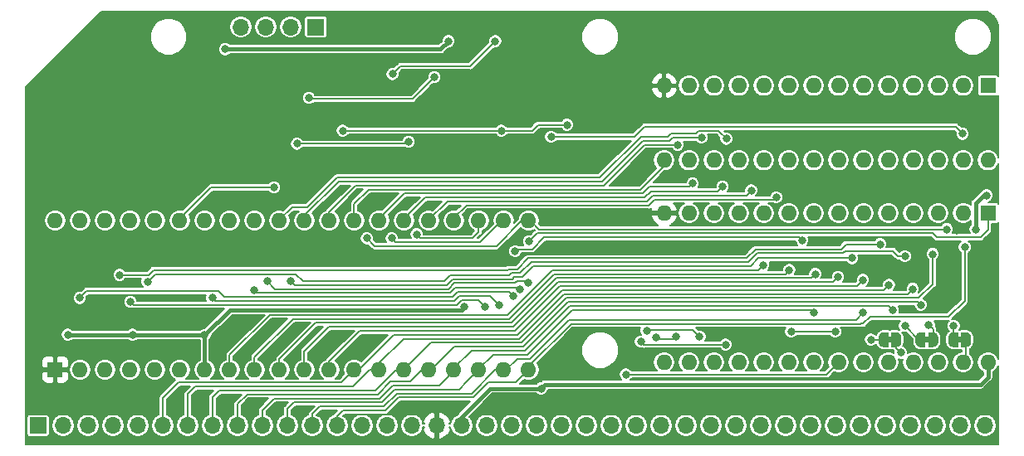
<source format=gbr>
G04 #@! TF.GenerationSoftware,KiCad,Pcbnew,(5.0.0)*
G04 #@! TF.CreationDate,2020-08-03T17:04:06+01:00*
G04 #@! TF.ProjectId,basic-mc6800,62617369632D6D63363830302E6B6963,rev?*
G04 #@! TF.SameCoordinates,Original*
G04 #@! TF.FileFunction,Copper,L2,Bot,Signal*
G04 #@! TF.FilePolarity,Positive*
%FSLAX46Y46*%
G04 Gerber Fmt 4.6, Leading zero omitted, Abs format (unit mm)*
G04 Created by KiCad (PCBNEW (5.0.0)) date 08/03/20 17:04:06*
%MOMM*%
%LPD*%
G01*
G04 APERTURE LIST*
G04 #@! TA.AperFunction,ComponentPad*
%ADD10O,1.600000X1.600000*%
G04 #@! TD*
G04 #@! TA.AperFunction,ComponentPad*
%ADD11R,1.600000X1.600000*%
G04 #@! TD*
G04 #@! TA.AperFunction,SMDPad,CuDef*
%ADD12C,0.500000*%
G04 #@! TD*
G04 #@! TA.AperFunction,Conductor*
%ADD13C,0.100000*%
G04 #@! TD*
G04 #@! TA.AperFunction,ComponentPad*
%ADD14R,1.700000X1.700000*%
G04 #@! TD*
G04 #@! TA.AperFunction,ComponentPad*
%ADD15O,1.700000X1.700000*%
G04 #@! TD*
G04 #@! TA.AperFunction,ViaPad*
%ADD16C,0.800000*%
G04 #@! TD*
G04 #@! TA.AperFunction,Conductor*
%ADD17C,0.400000*%
G04 #@! TD*
G04 #@! TA.AperFunction,Conductor*
%ADD18C,0.200000*%
G04 #@! TD*
G04 APERTURE END LIST*
D10*
G04 #@! TO.P,U4,28*
G04 #@! TO.N,+5V*
X196540000Y-93240000D03*
G04 #@! TO.P,U4,14*
G04 #@! TO.N,GND*
X163520000Y-78000000D03*
G04 #@! TO.P,U4,27*
G04 #@! TO.N,Net-(JP1-Pad2)*
X194000000Y-93240000D03*
G04 #@! TO.P,U4,13*
G04 #@! TO.N,/D2*
X166060000Y-78000000D03*
G04 #@! TO.P,U4,26*
G04 #@! TO.N,/A13*
X191460000Y-93240000D03*
G04 #@! TO.P,U4,12*
G04 #@! TO.N,/D1*
X168600000Y-78000000D03*
G04 #@! TO.P,U4,25*
G04 #@! TO.N,/A8*
X188920000Y-93240000D03*
G04 #@! TO.P,U4,11*
G04 #@! TO.N,/D0*
X171140000Y-78000000D03*
G04 #@! TO.P,U4,24*
G04 #@! TO.N,/A9*
X186380000Y-93240000D03*
G04 #@! TO.P,U4,10*
G04 #@! TO.N,/A0*
X173680000Y-78000000D03*
G04 #@! TO.P,U4,23*
G04 #@! TO.N,/A11*
X183840000Y-93240000D03*
G04 #@! TO.P,U4,9*
G04 #@! TO.N,/A1*
X176220000Y-78000000D03*
G04 #@! TO.P,U4,22*
G04 #@! TO.N,/ROM_CS*
X181300000Y-93240000D03*
G04 #@! TO.P,U4,8*
G04 #@! TO.N,/A2*
X178760000Y-78000000D03*
G04 #@! TO.P,U4,21*
G04 #@! TO.N,/A10*
X178760000Y-93240000D03*
G04 #@! TO.P,U4,7*
G04 #@! TO.N,/A3*
X181300000Y-78000000D03*
G04 #@! TO.P,U4,20*
G04 #@! TO.N,/_QLATCH*
X176220000Y-93240000D03*
G04 #@! TO.P,U4,6*
G04 #@! TO.N,/A4*
X183840000Y-78000000D03*
G04 #@! TO.P,U4,19*
G04 #@! TO.N,/D7*
X173680000Y-93240000D03*
G04 #@! TO.P,U4,5*
G04 #@! TO.N,/A5*
X186380000Y-78000000D03*
G04 #@! TO.P,U4,18*
G04 #@! TO.N,/D6*
X171140000Y-93240000D03*
G04 #@! TO.P,U4,4*
G04 #@! TO.N,/A6*
X188920000Y-78000000D03*
G04 #@! TO.P,U4,17*
G04 #@! TO.N,/D5*
X168600000Y-93240000D03*
G04 #@! TO.P,U4,3*
G04 #@! TO.N,/A7*
X191460000Y-78000000D03*
G04 #@! TO.P,U4,16*
G04 #@! TO.N,/D4*
X166060000Y-93240000D03*
G04 #@! TO.P,U4,2*
G04 #@! TO.N,/A12*
X194000000Y-78000000D03*
G04 #@! TO.P,U4,15*
G04 #@! TO.N,/D3*
X163520000Y-93240000D03*
D11*
G04 #@! TO.P,U4,1*
G04 #@! TO.N,/A14*
X196540000Y-78000000D03*
G04 #@! TD*
D12*
G04 #@! TO.P,JP2,2*
G04 #@! TO.N,Net-(J1-Pad38)*
X187187600Y-90932000D03*
D13*
G04 #@! TD*
G04 #@! TO.N,Net-(J1-Pad38)*
G04 #@! TO.C,JP2*
G36*
X187187600Y-90182602D02*
X187212134Y-90182602D01*
X187260965Y-90187412D01*
X187309090Y-90196984D01*
X187356045Y-90211228D01*
X187401378Y-90230005D01*
X187444651Y-90253136D01*
X187485450Y-90280396D01*
X187523379Y-90311524D01*
X187558076Y-90346221D01*
X187589204Y-90384150D01*
X187616464Y-90424949D01*
X187639595Y-90468222D01*
X187658372Y-90513555D01*
X187672616Y-90560510D01*
X187682188Y-90608635D01*
X187686998Y-90657466D01*
X187686998Y-90682000D01*
X187687600Y-90682000D01*
X187687600Y-91182000D01*
X187686998Y-91182000D01*
X187686998Y-91206534D01*
X187682188Y-91255365D01*
X187672616Y-91303490D01*
X187658372Y-91350445D01*
X187639595Y-91395778D01*
X187616464Y-91439051D01*
X187589204Y-91479850D01*
X187558076Y-91517779D01*
X187523379Y-91552476D01*
X187485450Y-91583604D01*
X187444651Y-91610864D01*
X187401378Y-91633995D01*
X187356045Y-91652772D01*
X187309090Y-91667016D01*
X187260965Y-91676588D01*
X187212134Y-91681398D01*
X187187600Y-91681398D01*
X187187600Y-91682000D01*
X186687600Y-91682000D01*
X186687600Y-90182000D01*
X187187600Y-90182000D01*
X187187600Y-90182602D01*
X187187600Y-90182602D01*
G37*
D12*
G04 #@! TO.P,JP2,1*
G04 #@! TO.N,/INT2*
X185887600Y-90932000D03*
D13*
G04 #@! TD*
G04 #@! TO.N,/INT2*
G04 #@! TO.C,JP2*
G36*
X186387600Y-90632000D02*
X186787600Y-90632000D01*
X186787600Y-91232000D01*
X186387600Y-91232000D01*
X186387600Y-91682000D01*
X185887600Y-91682000D01*
X185887600Y-91681398D01*
X185863066Y-91681398D01*
X185814235Y-91676588D01*
X185766110Y-91667016D01*
X185719155Y-91652772D01*
X185673822Y-91633995D01*
X185630549Y-91610864D01*
X185589750Y-91583604D01*
X185551821Y-91552476D01*
X185517124Y-91517779D01*
X185485996Y-91479850D01*
X185458736Y-91439051D01*
X185435605Y-91395778D01*
X185416828Y-91350445D01*
X185402584Y-91303490D01*
X185393012Y-91255365D01*
X185388202Y-91206534D01*
X185388202Y-91182000D01*
X185387600Y-91182000D01*
X185387600Y-90682000D01*
X185388202Y-90682000D01*
X185388202Y-90657466D01*
X185393012Y-90608635D01*
X185402584Y-90560510D01*
X185416828Y-90513555D01*
X185435605Y-90468222D01*
X185458736Y-90424949D01*
X185485996Y-90384150D01*
X185517124Y-90346221D01*
X185551821Y-90311524D01*
X185589750Y-90280396D01*
X185630549Y-90253136D01*
X185673822Y-90230005D01*
X185719155Y-90211228D01*
X185766110Y-90196984D01*
X185814235Y-90187412D01*
X185863066Y-90182602D01*
X185887600Y-90182602D01*
X185887600Y-90182000D01*
X186387600Y-90182000D01*
X186387600Y-90632000D01*
X186387600Y-90632000D01*
G37*
D12*
G04 #@! TO.P,JP3,1*
G04 #@! TO.N,/INT3*
X189646800Y-90932000D03*
D13*
G04 #@! TD*
G04 #@! TO.N,/INT3*
G04 #@! TO.C,JP3*
G36*
X190146800Y-90632000D02*
X190546800Y-90632000D01*
X190546800Y-91232000D01*
X190146800Y-91232000D01*
X190146800Y-91682000D01*
X189646800Y-91682000D01*
X189646800Y-91681398D01*
X189622266Y-91681398D01*
X189573435Y-91676588D01*
X189525310Y-91667016D01*
X189478355Y-91652772D01*
X189433022Y-91633995D01*
X189389749Y-91610864D01*
X189348950Y-91583604D01*
X189311021Y-91552476D01*
X189276324Y-91517779D01*
X189245196Y-91479850D01*
X189217936Y-91439051D01*
X189194805Y-91395778D01*
X189176028Y-91350445D01*
X189161784Y-91303490D01*
X189152212Y-91255365D01*
X189147402Y-91206534D01*
X189147402Y-91182000D01*
X189146800Y-91182000D01*
X189146800Y-90682000D01*
X189147402Y-90682000D01*
X189147402Y-90657466D01*
X189152212Y-90608635D01*
X189161784Y-90560510D01*
X189176028Y-90513555D01*
X189194805Y-90468222D01*
X189217936Y-90424949D01*
X189245196Y-90384150D01*
X189276324Y-90346221D01*
X189311021Y-90311524D01*
X189348950Y-90280396D01*
X189389749Y-90253136D01*
X189433022Y-90230005D01*
X189478355Y-90211228D01*
X189525310Y-90196984D01*
X189573435Y-90187412D01*
X189622266Y-90182602D01*
X189646800Y-90182602D01*
X189646800Y-90182000D01*
X190146800Y-90182000D01*
X190146800Y-90632000D01*
X190146800Y-90632000D01*
G37*
D12*
G04 #@! TO.P,JP3,2*
G04 #@! TO.N,Net-(J1-Pad39)*
X190946800Y-90932000D03*
D13*
G04 #@! TD*
G04 #@! TO.N,Net-(J1-Pad39)*
G04 #@! TO.C,JP3*
G36*
X190946800Y-90182602D02*
X190971334Y-90182602D01*
X191020165Y-90187412D01*
X191068290Y-90196984D01*
X191115245Y-90211228D01*
X191160578Y-90230005D01*
X191203851Y-90253136D01*
X191244650Y-90280396D01*
X191282579Y-90311524D01*
X191317276Y-90346221D01*
X191348404Y-90384150D01*
X191375664Y-90424949D01*
X191398795Y-90468222D01*
X191417572Y-90513555D01*
X191431816Y-90560510D01*
X191441388Y-90608635D01*
X191446198Y-90657466D01*
X191446198Y-90682000D01*
X191446800Y-90682000D01*
X191446800Y-91182000D01*
X191446198Y-91182000D01*
X191446198Y-91206534D01*
X191441388Y-91255365D01*
X191431816Y-91303490D01*
X191417572Y-91350445D01*
X191398795Y-91395778D01*
X191375664Y-91439051D01*
X191348404Y-91479850D01*
X191317276Y-91517779D01*
X191282579Y-91552476D01*
X191244650Y-91583604D01*
X191203851Y-91610864D01*
X191160578Y-91633995D01*
X191115245Y-91652772D01*
X191068290Y-91667016D01*
X191020165Y-91676588D01*
X190971334Y-91681398D01*
X190946800Y-91681398D01*
X190946800Y-91682000D01*
X190446800Y-91682000D01*
X190446800Y-90182000D01*
X190946800Y-90182000D01*
X190946800Y-90182602D01*
X190946800Y-90182602D01*
G37*
D14*
G04 #@! TO.P,J1,1*
G04 #@! TO.N,/A0*
X99700000Y-99700000D03*
D15*
G04 #@! TO.P,J1,2*
G04 #@! TO.N,/A1*
X102240000Y-99700000D03*
G04 #@! TO.P,J1,3*
G04 #@! TO.N,/A2*
X104780000Y-99700000D03*
G04 #@! TO.P,J1,4*
G04 #@! TO.N,/A3*
X107320000Y-99700000D03*
G04 #@! TO.P,J1,5*
G04 #@! TO.N,/A4*
X109860000Y-99700000D03*
G04 #@! TO.P,J1,6*
G04 #@! TO.N,/A5*
X112400000Y-99700000D03*
G04 #@! TO.P,J1,7*
G04 #@! TO.N,/A6*
X114940000Y-99700000D03*
G04 #@! TO.P,J1,8*
G04 #@! TO.N,/A7*
X117480000Y-99700000D03*
G04 #@! TO.P,J1,9*
G04 #@! TO.N,/A8*
X120020000Y-99700000D03*
G04 #@! TO.P,J1,10*
G04 #@! TO.N,/A9*
X122560000Y-99700000D03*
G04 #@! TO.P,J1,11*
G04 #@! TO.N,/A10*
X125100000Y-99700000D03*
G04 #@! TO.P,J1,12*
G04 #@! TO.N,/A11*
X127640000Y-99700000D03*
G04 #@! TO.P,J1,13*
G04 #@! TO.N,/A12*
X130180000Y-99700000D03*
G04 #@! TO.P,J1,14*
G04 #@! TO.N,/A13*
X132720000Y-99700000D03*
G04 #@! TO.P,J1,15*
G04 #@! TO.N,/A14*
X135260000Y-99700000D03*
G04 #@! TO.P,J1,16*
G04 #@! TO.N,/A15*
X137800000Y-99700000D03*
G04 #@! TO.P,J1,17*
G04 #@! TO.N,GND*
X140340000Y-99700000D03*
G04 #@! TO.P,J1,18*
G04 #@! TO.N,+5V*
X142880000Y-99700000D03*
G04 #@! TO.P,J1,19*
G04 #@! TO.N,/M1*
X145420000Y-99700000D03*
G04 #@! TO.P,J1,20*
G04 #@! TO.N,/RESET*
X147960000Y-99700000D03*
G04 #@! TO.P,J1,21*
G04 #@! TO.N,/E*
X150500000Y-99700000D03*
G04 #@! TO.P,J1,22*
G04 #@! TO.N,/INT1*
X153040000Y-99700000D03*
G04 #@! TO.P,J1,23*
G04 #@! TO.N,/MEM_REQ*
X155580000Y-99700000D03*
G04 #@! TO.P,J1,24*
G04 #@! TO.N,/R_W*
X158120000Y-99700000D03*
G04 #@! TO.P,J1,25*
G04 #@! TO.N,/READ_OUT*
X160660000Y-99700000D03*
G04 #@! TO.P,J1,26*
G04 #@! TO.N,/PER_CS*
X163200000Y-99700000D03*
G04 #@! TO.P,J1,27*
G04 #@! TO.N,/D0*
X165740000Y-99700000D03*
G04 #@! TO.P,J1,28*
G04 #@! TO.N,/D1*
X168280000Y-99700000D03*
G04 #@! TO.P,J1,29*
G04 #@! TO.N,/D2*
X170820000Y-99700000D03*
G04 #@! TO.P,J1,30*
G04 #@! TO.N,/D3*
X173360000Y-99700000D03*
G04 #@! TO.P,J1,31*
G04 #@! TO.N,/D4*
X175900000Y-99700000D03*
G04 #@! TO.P,J1,32*
G04 #@! TO.N,/D5*
X178440000Y-99700000D03*
G04 #@! TO.P,J1,33*
G04 #@! TO.N,/D6*
X180980000Y-99700000D03*
G04 #@! TO.P,J1,34*
G04 #@! TO.N,/D7*
X183520000Y-99700000D03*
G04 #@! TO.P,J1,35*
G04 #@! TO.N,/RX*
X186060000Y-99700000D03*
G04 #@! TO.P,J1,36*
G04 #@! TO.N,/TX*
X188600000Y-99700000D03*
G04 #@! TO.P,J1,37*
G04 #@! TO.N,/USR1*
X191140000Y-99700000D03*
G04 #@! TO.P,J1,38*
G04 #@! TO.N,Net-(J1-Pad38)*
X193680000Y-99700000D03*
G04 #@! TO.P,J1,39*
G04 #@! TO.N,Net-(J1-Pad39)*
X196220000Y-99700000D03*
G04 #@! TD*
D14*
G04 #@! TO.P,J2,1*
G04 #@! TO.N,Net-(J2-Pad1)*
X128000000Y-59000000D03*
D15*
G04 #@! TO.P,J2,2*
G04 #@! TO.N,Net-(J2-Pad2)*
X125460000Y-59000000D03*
G04 #@! TO.P,J2,3*
G04 #@! TO.N,Net-(J2-Pad3)*
X122920000Y-59000000D03*
G04 #@! TO.P,J2,4*
G04 #@! TO.N,Net-(J2-Pad4)*
X120380000Y-59000000D03*
G04 #@! TD*
D12*
G04 #@! TO.P,JP1,1*
G04 #@! TO.N,Net-(JP1-Pad1)*
X193000000Y-90932000D03*
D13*
G04 #@! TD*
G04 #@! TO.N,Net-(JP1-Pad1)*
G04 #@! TO.C,JP1*
G36*
X193500000Y-90632000D02*
X193900000Y-90632000D01*
X193900000Y-91232000D01*
X193500000Y-91232000D01*
X193500000Y-91682000D01*
X193000000Y-91682000D01*
X193000000Y-91681398D01*
X192975466Y-91681398D01*
X192926635Y-91676588D01*
X192878510Y-91667016D01*
X192831555Y-91652772D01*
X192786222Y-91633995D01*
X192742949Y-91610864D01*
X192702150Y-91583604D01*
X192664221Y-91552476D01*
X192629524Y-91517779D01*
X192598396Y-91479850D01*
X192571136Y-91439051D01*
X192548005Y-91395778D01*
X192529228Y-91350445D01*
X192514984Y-91303490D01*
X192505412Y-91255365D01*
X192500602Y-91206534D01*
X192500602Y-91182000D01*
X192500000Y-91182000D01*
X192500000Y-90682000D01*
X192500602Y-90682000D01*
X192500602Y-90657466D01*
X192505412Y-90608635D01*
X192514984Y-90560510D01*
X192529228Y-90513555D01*
X192548005Y-90468222D01*
X192571136Y-90424949D01*
X192598396Y-90384150D01*
X192629524Y-90346221D01*
X192664221Y-90311524D01*
X192702150Y-90280396D01*
X192742949Y-90253136D01*
X192786222Y-90230005D01*
X192831555Y-90211228D01*
X192878510Y-90196984D01*
X192926635Y-90187412D01*
X192975466Y-90182602D01*
X193000000Y-90182602D01*
X193000000Y-90182000D01*
X193500000Y-90182000D01*
X193500000Y-90632000D01*
X193500000Y-90632000D01*
G37*
D12*
G04 #@! TO.P,JP1,2*
G04 #@! TO.N,Net-(JP1-Pad2)*
X194300000Y-90932000D03*
D13*
G04 #@! TD*
G04 #@! TO.N,Net-(JP1-Pad2)*
G04 #@! TO.C,JP1*
G36*
X194300000Y-90182602D02*
X194324534Y-90182602D01*
X194373365Y-90187412D01*
X194421490Y-90196984D01*
X194468445Y-90211228D01*
X194513778Y-90230005D01*
X194557051Y-90253136D01*
X194597850Y-90280396D01*
X194635779Y-90311524D01*
X194670476Y-90346221D01*
X194701604Y-90384150D01*
X194728864Y-90424949D01*
X194751995Y-90468222D01*
X194770772Y-90513555D01*
X194785016Y-90560510D01*
X194794588Y-90608635D01*
X194799398Y-90657466D01*
X194799398Y-90682000D01*
X194800000Y-90682000D01*
X194800000Y-91182000D01*
X194799398Y-91182000D01*
X194799398Y-91206534D01*
X194794588Y-91255365D01*
X194785016Y-91303490D01*
X194770772Y-91350445D01*
X194751995Y-91395778D01*
X194728864Y-91439051D01*
X194701604Y-91479850D01*
X194670476Y-91517779D01*
X194635779Y-91552476D01*
X194597850Y-91583604D01*
X194557051Y-91610864D01*
X194513778Y-91633995D01*
X194468445Y-91652772D01*
X194421490Y-91667016D01*
X194373365Y-91676588D01*
X194324534Y-91681398D01*
X194300000Y-91681398D01*
X194300000Y-91682000D01*
X193800000Y-91682000D01*
X193800000Y-90182000D01*
X194300000Y-90182000D01*
X194300000Y-90182602D01*
X194300000Y-90182602D01*
G37*
D11*
G04 #@! TO.P,U2,1*
G04 #@! TO.N,GND*
X101440000Y-94000000D03*
D10*
G04 #@! TO.P,U2,21*
G04 #@! TO.N,/A13*
X149700000Y-78760000D03*
G04 #@! TO.P,U2,2*
G04 #@! TO.N,/INT1*
X103980000Y-94000000D03*
G04 #@! TO.P,U2,22*
G04 #@! TO.N,/A14*
X147160000Y-78760000D03*
G04 #@! TO.P,U2,3*
G04 #@! TO.N,/INT2*
X106520000Y-94000000D03*
G04 #@! TO.P,U2,23*
G04 #@! TO.N,/A15*
X144620000Y-78760000D03*
G04 #@! TO.P,U2,4*
G04 #@! TO.N,/INT3*
X109060000Y-94000000D03*
G04 #@! TO.P,U2,24*
G04 #@! TO.N,/D7*
X142080000Y-78760000D03*
G04 #@! TO.P,U2,5*
G04 #@! TO.N,/BS*
X111600000Y-94000000D03*
G04 #@! TO.P,U2,25*
G04 #@! TO.N,/D6*
X139540000Y-78760000D03*
G04 #@! TO.P,U2,6*
G04 #@! TO.N,/BA*
X114140000Y-94000000D03*
G04 #@! TO.P,U2,26*
G04 #@! TO.N,/D5*
X137000000Y-78760000D03*
G04 #@! TO.P,U2,7*
G04 #@! TO.N,+5V*
X116680000Y-94000000D03*
G04 #@! TO.P,U2,27*
G04 #@! TO.N,/D4*
X134460000Y-78760000D03*
G04 #@! TO.P,U2,8*
G04 #@! TO.N,/A0*
X119220000Y-94000000D03*
G04 #@! TO.P,U2,28*
G04 #@! TO.N,/D3*
X131920000Y-78760000D03*
G04 #@! TO.P,U2,9*
G04 #@! TO.N,/A1*
X121760000Y-94000000D03*
G04 #@! TO.P,U2,29*
G04 #@! TO.N,/D2*
X129380000Y-78760000D03*
G04 #@! TO.P,U2,10*
G04 #@! TO.N,/A2*
X124300000Y-94000000D03*
G04 #@! TO.P,U2,30*
G04 #@! TO.N,/D1*
X126840000Y-78760000D03*
G04 #@! TO.P,U2,11*
G04 #@! TO.N,/A3*
X126840000Y-94000000D03*
G04 #@! TO.P,U2,31*
G04 #@! TO.N,/D0*
X124300000Y-78760000D03*
G04 #@! TO.P,U2,12*
G04 #@! TO.N,/A4*
X129380000Y-94000000D03*
G04 #@! TO.P,U2,32*
G04 #@! TO.N,/R_W*
X121760000Y-78760000D03*
G04 #@! TO.P,U2,13*
G04 #@! TO.N,/A5*
X131920000Y-94000000D03*
G04 #@! TO.P,U2,33*
G04 #@! TO.N,/_DMA*
X119220000Y-78760000D03*
G04 #@! TO.P,U2,14*
G04 #@! TO.N,/A6*
X134460000Y-94000000D03*
G04 #@! TO.P,U2,34*
G04 #@! TO.N,/E*
X116680000Y-78760000D03*
G04 #@! TO.P,U2,15*
G04 #@! TO.N,/A7*
X137000000Y-94000000D03*
G04 #@! TO.P,U2,35*
G04 #@! TO.N,/QLATCH*
X114140000Y-78760000D03*
G04 #@! TO.P,U2,16*
G04 #@! TO.N,/A8*
X139540000Y-94000000D03*
G04 #@! TO.P,U2,36*
G04 #@! TO.N,/MRDY*
X111600000Y-78760000D03*
G04 #@! TO.P,U2,17*
G04 #@! TO.N,/A9*
X142080000Y-94000000D03*
G04 #@! TO.P,U2,37*
G04 #@! TO.N,/RESET*
X109060000Y-78760000D03*
G04 #@! TO.P,U2,18*
G04 #@! TO.N,/A10*
X144620000Y-94000000D03*
G04 #@! TO.P,U2,38*
G04 #@! TO.N,Net-(C3-Pad1)*
X106520000Y-78760000D03*
G04 #@! TO.P,U2,19*
G04 #@! TO.N,/A11*
X147160000Y-94000000D03*
G04 #@! TO.P,U2,39*
G04 #@! TO.N,Net-(C2-Pad1)*
X103980000Y-78760000D03*
G04 #@! TO.P,U2,20*
G04 #@! TO.N,/A12*
X149700000Y-94000000D03*
G04 #@! TO.P,U2,40*
G04 #@! TO.N,/_HALT*
X101440000Y-78760000D03*
G04 #@! TD*
G04 #@! TO.P,U3,28*
G04 #@! TO.N,+5V*
X196540000Y-72620000D03*
G04 #@! TO.P,U3,14*
G04 #@! TO.N,GND*
X163520000Y-65000000D03*
G04 #@! TO.P,U3,27*
G04 #@! TO.N,/R_W*
X194000000Y-72620000D03*
G04 #@! TO.P,U3,13*
G04 #@! TO.N,/D2*
X166060000Y-65000000D03*
G04 #@! TO.P,U3,26*
G04 #@! TO.N,/A13*
X191460000Y-72620000D03*
G04 #@! TO.P,U3,12*
G04 #@! TO.N,/D1*
X168600000Y-65000000D03*
G04 #@! TO.P,U3,25*
G04 #@! TO.N,/A8*
X188920000Y-72620000D03*
G04 #@! TO.P,U3,11*
G04 #@! TO.N,/D0*
X171140000Y-65000000D03*
G04 #@! TO.P,U3,24*
G04 #@! TO.N,/A9*
X186380000Y-72620000D03*
G04 #@! TO.P,U3,10*
G04 #@! TO.N,/A0*
X173680000Y-65000000D03*
G04 #@! TO.P,U3,23*
G04 #@! TO.N,/A11*
X183840000Y-72620000D03*
G04 #@! TO.P,U3,9*
G04 #@! TO.N,/A1*
X176220000Y-65000000D03*
G04 #@! TO.P,U3,22*
G04 #@! TO.N,/_QLATCH*
X181300000Y-72620000D03*
G04 #@! TO.P,U3,8*
G04 #@! TO.N,/A2*
X178760000Y-65000000D03*
G04 #@! TO.P,U3,21*
G04 #@! TO.N,/A10*
X178760000Y-72620000D03*
G04 #@! TO.P,U3,7*
G04 #@! TO.N,/A3*
X181300000Y-65000000D03*
G04 #@! TO.P,U3,20*
G04 #@! TO.N,/A15*
X176220000Y-72620000D03*
G04 #@! TO.P,U3,6*
G04 #@! TO.N,/A4*
X183840000Y-65000000D03*
G04 #@! TO.P,U3,19*
G04 #@! TO.N,/D7*
X173680000Y-72620000D03*
G04 #@! TO.P,U3,5*
G04 #@! TO.N,/A5*
X186380000Y-65000000D03*
G04 #@! TO.P,U3,18*
G04 #@! TO.N,/D6*
X171140000Y-72620000D03*
G04 #@! TO.P,U3,4*
G04 #@! TO.N,/A6*
X188920000Y-65000000D03*
G04 #@! TO.P,U3,17*
G04 #@! TO.N,/D5*
X168600000Y-72620000D03*
G04 #@! TO.P,U3,3*
G04 #@! TO.N,/A7*
X191460000Y-65000000D03*
G04 #@! TO.P,U3,16*
G04 #@! TO.N,/D4*
X166060000Y-72620000D03*
G04 #@! TO.P,U3,2*
G04 #@! TO.N,/A12*
X194000000Y-65000000D03*
G04 #@! TO.P,U3,15*
G04 #@! TO.N,/D3*
X163520000Y-72620000D03*
D11*
G04 #@! TO.P,U3,1*
G04 #@! TO.N,/A14*
X196540000Y-65000000D03*
G04 #@! TD*
D16*
G04 #@! TO.N,GND*
X193344800Y-79756000D03*
X194564000Y-75285600D03*
X196799200Y-82499200D03*
X187045600Y-62585600D03*
X195681600Y-68072000D03*
X196799200Y-70307200D03*
X192633600Y-86461600D03*
X192633600Y-86461600D03*
X192633600Y-86461600D03*
X195376800Y-86055200D03*
X100177600Y-90932000D03*
X128320800Y-70002400D03*
X149352000Y-67868800D03*
X137464800Y-60147200D03*
X115925600Y-63093600D03*
X158200000Y-65500000D03*
X161036000Y-73660000D03*
X155346400Y-71831200D03*
X157276800Y-81280000D03*
X116027200Y-88493600D03*
X119380000Y-90424000D03*
X122631200Y-90627200D03*
X125272800Y-90627200D03*
X125882400Y-92354400D03*
X129743200Y-91440000D03*
X131978400Y-92252800D03*
G04 #@! TO.N,+5V*
X143154400Y-87579200D03*
X116680000Y-90482400D03*
X141528800Y-60452000D03*
X118770400Y-61264800D03*
X196392800Y-76200000D03*
X195275200Y-79654400D03*
X150977600Y-95910400D03*
X102717600Y-90424000D03*
X109321600Y-90424000D03*
G04 #@! TO.N,/A0*
X173634400Y-83312000D03*
G04 #@! TO.N,/A1*
X176276000Y-83820000D03*
G04 #@! TO.N,/A2*
X178917600Y-84226400D03*
G04 #@! TO.N,/A3*
X181254400Y-84531200D03*
G04 #@! TO.N,/A4*
X183794400Y-84836000D03*
G04 #@! TO.N,/A5*
X186436000Y-85344000D03*
G04 #@! TO.N,/A6*
X188874400Y-85750400D03*
G04 #@! TO.N,/A7*
X190906400Y-82194400D03*
G04 #@! TO.N,/A8*
X189687200Y-87376000D03*
G04 #@! TO.N,/A9*
X186842400Y-87884000D03*
G04 #@! TO.N,/A10*
X178760000Y-88188800D03*
G04 #@! TO.N,/A11*
X183800000Y-88200000D03*
G04 #@! TO.N,/A12*
X194157600Y-81483200D03*
G04 #@! TO.N,/A13*
X133197600Y-80568800D03*
X192328800Y-79654400D03*
G04 #@! TO.N,/A14*
X149758400Y-80873600D03*
X146304000Y-60452000D03*
X135839200Y-63804800D03*
X135737600Y-80568800D03*
G04 #@! TO.N,/A15*
X148336000Y-81889600D03*
X137464800Y-70713600D03*
X126085600Y-70916800D03*
X177596800Y-80772000D03*
X138277600Y-80162400D03*
G04 #@! TO.N,/RESET*
X109118400Y-87071200D03*
X145288000Y-87579200D03*
G04 #@! TO.N,/E*
X117449600Y-86664800D03*
X146710400Y-87376000D03*
G04 #@! TO.N,/INT1*
X103936800Y-86664800D03*
X148132800Y-86461600D03*
G04 #@! TO.N,/R_W*
X121716800Y-85852000D03*
X148844000Y-85750400D03*
X151993600Y-70205600D03*
X193954400Y-69900800D03*
G04 #@! TO.N,/D0*
X161137600Y-91135200D03*
X169773600Y-91440000D03*
X169875200Y-70408800D03*
G04 #@! TO.N,/D1*
X161747200Y-90017600D03*
X167132000Y-90627200D03*
X167335200Y-70307200D03*
G04 #@! TO.N,/D2*
X162661600Y-90728800D03*
X164693600Y-90627200D03*
X164896800Y-71018400D03*
G04 #@! TO.N,/D4*
X166420800Y-74980800D03*
G04 #@! TO.N,/D5*
X169468800Y-75285600D03*
G04 #@! TO.N,/D6*
X172415200Y-75692000D03*
G04 #@! TO.N,/D7*
X174955200Y-76403200D03*
G04 #@! TO.N,/INT2*
X108000800Y-84328000D03*
X185521600Y-81178400D03*
X184607200Y-90932000D03*
G04 #@! TO.N,/INT3*
X188061600Y-89509600D03*
X188061600Y-82397600D03*
X110845600Y-85039200D03*
G04 #@! TO.N,/QLATCH*
X123748800Y-75387200D03*
G04 #@! TO.N,/_QLATCH*
X180949600Y-90119200D03*
X176479200Y-90119200D03*
X125476000Y-84937600D03*
X182676800Y-82600800D03*
G04 #@! TO.N,/_A15*
X127304800Y-66243200D03*
X140106400Y-64109600D03*
G04 #@! TO.N,/ROM_CS*
X159613600Y-94488000D03*
G04 #@! TO.N,/PER_CS*
X130759200Y-69596000D03*
X146913600Y-69596000D03*
X153619200Y-68986400D03*
G04 #@! TO.N,Net-(JP1-Pad1)*
X193040000Y-89509600D03*
G04 #@! TO.N,/READ_OUT*
X149656800Y-85140800D03*
X123037600Y-84937600D03*
G04 #@! TO.N,Net-(J1-Pad39)*
X190500000Y-89408000D03*
G04 #@! TO.N,Net-(J1-Pad38)*
X187655200Y-92252800D03*
G04 #@! TD*
D17*
G04 #@! TO.N,+5V*
X142880000Y-98826400D02*
X142880000Y-99700000D01*
X145796000Y-95910400D02*
X142880000Y-98826400D01*
X143154400Y-87579200D02*
X142849600Y-87884000D01*
X142849600Y-87884000D02*
X119278400Y-87884000D01*
X116680000Y-90482400D02*
X116680000Y-94000000D01*
X119278400Y-87884000D02*
X116680000Y-90482400D01*
X141528800Y-60452000D02*
X140716000Y-61264800D01*
X140716000Y-61264800D02*
X118770400Y-61264800D01*
X196392800Y-76200000D02*
X196088000Y-76200000D01*
X196088000Y-76200000D02*
X195275200Y-77012800D01*
X195275200Y-77012800D02*
X195275200Y-79654400D01*
X150977600Y-95910400D02*
X145796000Y-95910400D01*
X151384000Y-95504000D02*
X150977600Y-95910400D01*
X195783200Y-95504000D02*
X151384000Y-95504000D01*
X196540000Y-93240000D02*
X196540000Y-94747200D01*
X196540000Y-94747200D02*
X195783200Y-95504000D01*
X116621600Y-90424000D02*
X116680000Y-90482400D01*
X102717600Y-90424000D02*
X109321600Y-90424000D01*
X109321600Y-90424000D02*
X116621600Y-90424000D01*
D18*
G04 #@! TO.N,/A0*
X119220000Y-94000000D02*
X119220000Y-92514400D01*
X119220000Y-92514400D02*
X123342400Y-88392000D01*
X123342400Y-88392000D02*
X147523200Y-88392000D01*
X147523200Y-88392000D02*
X152095200Y-83820000D01*
X152095200Y-83820000D02*
X173126400Y-83820000D01*
X173126400Y-83820000D02*
X173634400Y-83312000D01*
G04 #@! TO.N,/A1*
X121760000Y-94000000D02*
X121760000Y-92717600D01*
X121760000Y-92717600D02*
X125679200Y-88798400D01*
X125679200Y-88798400D02*
X147726400Y-88798400D01*
X147726400Y-88798400D02*
X152298400Y-84226400D01*
X152298400Y-84226400D02*
X175869600Y-84226400D01*
X175869600Y-84226400D02*
X176276000Y-83820000D01*
G04 #@! TO.N,/A2*
X124300000Y-94000000D02*
X124300000Y-92920800D01*
X124300000Y-92920800D02*
X128016000Y-89204800D01*
X128016000Y-89204800D02*
X147929600Y-89204800D01*
X147929600Y-89204800D02*
X152501600Y-84632800D01*
X152501600Y-84632800D02*
X178511200Y-84632800D01*
X178511200Y-84632800D02*
X178917600Y-84226400D01*
G04 #@! TO.N,/A3*
X126840000Y-92108000D02*
X126840000Y-94000000D01*
X129336800Y-89611200D02*
X126840000Y-92108000D01*
X148132800Y-89611200D02*
X129336800Y-89611200D01*
X152704800Y-85039200D02*
X148132800Y-89611200D01*
X181254400Y-84531200D02*
X180746400Y-85039200D01*
X180746400Y-85039200D02*
X152704800Y-85039200D01*
G04 #@! TO.N,/A4*
X129380000Y-94000000D02*
X129380000Y-93124000D01*
X129380000Y-93124000D02*
X132486400Y-90017600D01*
X132486400Y-90017600D02*
X148336000Y-90017600D01*
X148336000Y-90017600D02*
X152908000Y-85445600D01*
X152908000Y-85445600D02*
X183184800Y-85445600D01*
X183184800Y-85445600D02*
X183794400Y-84836000D01*
G04 #@! TO.N,/A5*
X112400000Y-99700000D02*
X112400000Y-96896000D01*
X112400000Y-96896000D02*
X113995200Y-95300800D01*
X130619200Y-95300800D02*
X131920000Y-94000000D01*
X113995200Y-95300800D02*
X130619200Y-95300800D01*
X131920000Y-94000000D02*
X132364800Y-94000000D01*
X132364800Y-94000000D02*
X135940800Y-90424000D01*
X135940800Y-90424000D02*
X148539200Y-90424000D01*
X148539200Y-90424000D02*
X153111200Y-85852000D01*
X153111200Y-85852000D02*
X185928000Y-85852000D01*
X185928000Y-85852000D02*
X186436000Y-85344000D01*
G04 #@! TO.N,/A6*
X134460000Y-94000000D02*
X134460000Y-93327200D01*
X134460000Y-93327200D02*
X136956800Y-90830400D01*
X136956800Y-90830400D02*
X148742400Y-90830400D01*
X148742400Y-90830400D02*
X153308010Y-86264790D01*
X153308010Y-86264790D02*
X188360010Y-86264790D01*
X188360010Y-86264790D02*
X188874400Y-85750400D01*
X133482400Y-94000000D02*
X134460000Y-94000000D01*
X131775200Y-95707200D02*
X133482400Y-94000000D01*
X115722400Y-95707200D02*
X131775200Y-95707200D01*
X114940000Y-99700000D02*
X114940000Y-96489600D01*
X114940000Y-96489600D02*
X115722400Y-95707200D01*
G04 #@! TO.N,/A7*
X190906400Y-82194400D02*
X190906400Y-85242400D01*
X190906400Y-85242400D02*
X189484000Y-86664800D01*
X189484000Y-86664800D02*
X153517600Y-86664800D01*
X153517600Y-86664800D02*
X148945600Y-91236800D01*
X139763200Y-91236800D02*
X137000000Y-94000000D01*
X148945600Y-91236800D02*
X139763200Y-91236800D01*
X136225600Y-94000000D02*
X137000000Y-94000000D01*
X134112000Y-96113600D02*
X136225600Y-94000000D01*
X118160800Y-96113600D02*
X134112000Y-96113600D01*
X117480000Y-99700000D02*
X117480000Y-96794400D01*
X117480000Y-96794400D02*
X118160800Y-96113600D01*
G04 #@! TO.N,/A8*
X189382400Y-87071200D02*
X189687200Y-87376000D01*
X153720800Y-87071200D02*
X189382400Y-87071200D01*
X149148800Y-91643200D02*
X153720800Y-87071200D01*
X142138400Y-91643200D02*
X149148800Y-91643200D01*
X139540000Y-94000000D02*
X139781600Y-94000000D01*
X139781600Y-94000000D02*
X142138400Y-91643200D01*
X138867200Y-94000000D02*
X139540000Y-94000000D01*
X120020000Y-97505600D02*
X121005600Y-96520000D01*
X120020000Y-99700000D02*
X120020000Y-97505600D01*
X121005600Y-96520000D02*
X134315200Y-96520000D01*
X134315200Y-96520000D02*
X135636000Y-95199200D01*
X135636000Y-95199200D02*
X137668000Y-95199200D01*
X137668000Y-95199200D02*
X138867200Y-94000000D01*
G04 #@! TO.N,/A9*
X186436000Y-87477600D02*
X186842400Y-87884000D01*
X153924000Y-87477600D02*
X186436000Y-87477600D01*
X149352000Y-92049600D02*
X153924000Y-87477600D01*
X143865600Y-92049600D02*
X149352000Y-92049600D01*
X142080000Y-94000000D02*
X142080000Y-93835200D01*
X142080000Y-93835200D02*
X143865600Y-92049600D01*
X142080000Y-94140000D02*
X142080000Y-94000000D01*
X122560000Y-98115200D02*
X123748800Y-96926400D01*
X122560000Y-99700000D02*
X122560000Y-98115200D01*
X123748800Y-96926400D02*
X134518400Y-96926400D01*
X134518400Y-96926400D02*
X135839200Y-95605600D01*
X135839200Y-95605600D02*
X140614400Y-95605600D01*
X140614400Y-95605600D02*
X142080000Y-94140000D01*
G04 #@! TO.N,/A10*
X178455200Y-87884000D02*
X178760000Y-88188800D01*
X154127200Y-87884000D02*
X178455200Y-87884000D01*
X149555200Y-92456000D02*
X154127200Y-87884000D01*
X146100800Y-92456000D02*
X149555200Y-92456000D01*
X144620000Y-94000000D02*
X144620000Y-93936800D01*
X144620000Y-93936800D02*
X146100800Y-92456000D01*
X143420800Y-95199200D02*
X144620000Y-94000000D01*
X125100000Y-98013600D02*
X125780800Y-97332800D01*
X125100000Y-99700000D02*
X125100000Y-98013600D01*
X125780800Y-97332800D02*
X134721600Y-97332800D01*
X134721600Y-97332800D02*
X136042400Y-96012000D01*
X136042400Y-96012000D02*
X142608000Y-96012000D01*
X142608000Y-96012000D02*
X143420800Y-95199200D01*
G04 #@! TO.N,/A11*
X146284000Y-94000000D02*
X147160000Y-94000000D01*
X127640000Y-98521600D02*
X128422400Y-97739200D01*
X127640000Y-99700000D02*
X127640000Y-98521600D01*
X128422400Y-97739200D02*
X134924800Y-97739200D01*
X134924800Y-97739200D02*
X136245600Y-96418400D01*
X136245600Y-96418400D02*
X143865600Y-96418400D01*
X143865600Y-96418400D02*
X146284000Y-94000000D01*
X147401600Y-94000000D02*
X147160000Y-94000000D01*
X148539200Y-92862400D02*
X147401600Y-94000000D01*
X149860000Y-92862400D02*
X148539200Y-92862400D01*
X183100000Y-88900000D02*
X153822400Y-88900000D01*
X183800000Y-88200000D02*
X183100000Y-88900000D01*
X153822400Y-88900000D02*
X149860000Y-92862400D01*
G04 #@! TO.N,/A12*
X148399200Y-95300800D02*
X149700000Y-94000000D01*
X145592800Y-95300800D02*
X148399200Y-95300800D01*
X130180000Y-98724800D02*
X130759200Y-98145600D01*
X130180000Y-99700000D02*
X130180000Y-98724800D01*
X135128000Y-98145600D02*
X136448800Y-96824800D01*
X130759200Y-98145600D02*
X135128000Y-98145600D01*
X136448800Y-96824800D02*
X144068800Y-96824800D01*
X144068800Y-96824800D02*
X145592800Y-95300800D01*
X194157600Y-86969600D02*
X194157600Y-81483200D01*
X192532000Y-88595200D02*
X194157600Y-86969600D01*
X184504800Y-88595200D02*
X192532000Y-88595200D01*
X149700000Y-94000000D02*
X149700000Y-93632000D01*
X154025600Y-89306400D02*
X183493600Y-89306400D01*
X183493600Y-89306400D02*
X183500000Y-89300000D01*
X149700000Y-93632000D02*
X154025600Y-89306400D01*
X183500000Y-89300000D02*
X183800000Y-89300000D01*
X183800000Y-89300000D02*
X184504800Y-88595200D01*
G04 #@! TO.N,/A13*
X149027200Y-78760000D02*
X149700000Y-78760000D01*
X146405600Y-81381600D02*
X149027200Y-78760000D01*
X133197600Y-80568800D02*
X134010400Y-81381600D01*
X134010400Y-81381600D02*
X146405600Y-81381600D01*
X192328800Y-79654400D02*
X150774400Y-79654400D01*
X150774400Y-79654400D02*
X149880000Y-78760000D01*
X149880000Y-78760000D02*
X149700000Y-78760000D01*
G04 #@! TO.N,/A14*
X146304000Y-60452000D02*
X143764000Y-62992000D01*
X143764000Y-62992000D02*
X136652000Y-62992000D01*
X136652000Y-62992000D02*
X135839200Y-63804800D01*
X146995200Y-78760000D02*
X147160000Y-78760000D01*
X144780000Y-80975200D02*
X146995200Y-78760000D01*
X135737600Y-80568800D02*
X136144000Y-80975200D01*
X136144000Y-80975200D02*
X144780000Y-80975200D01*
X196540000Y-79710400D02*
X196540000Y-78000000D01*
X195783200Y-80467200D02*
X196540000Y-79710400D01*
X191312800Y-80467200D02*
X195783200Y-80467200D01*
X190906400Y-80060800D02*
X191312800Y-80467200D01*
X149758400Y-80873600D02*
X150571200Y-80060800D01*
X150571200Y-80060800D02*
X190906400Y-80060800D01*
G04 #@! TO.N,/A15*
X137464800Y-70713600D02*
X137261600Y-70916800D01*
X137261600Y-70916800D02*
X126085600Y-70916800D01*
X177292000Y-80467200D02*
X151282400Y-80467200D01*
X151282400Y-80467200D02*
X150063200Y-81686400D01*
X150063200Y-81686400D02*
X148539200Y-81686400D01*
X148539200Y-81686400D02*
X148336000Y-81889600D01*
X177596800Y-80772000D02*
X177292000Y-80467200D01*
X143967200Y-80568800D02*
X144620000Y-79916000D01*
X138684000Y-80568800D02*
X143967200Y-80568800D01*
X138277600Y-80162400D02*
X138684000Y-80568800D01*
X144620000Y-79916000D02*
X144620000Y-78760000D01*
G04 #@! TO.N,/RESET*
X144576800Y-86868000D02*
X145288000Y-87579200D01*
X142849600Y-86868000D02*
X144576800Y-86868000D01*
X142341600Y-87376000D02*
X142849600Y-86868000D01*
X109118400Y-87071200D02*
X109423200Y-87376000D01*
X109423200Y-87376000D02*
X142341600Y-87376000D01*
G04 #@! TO.N,/E*
X145796000Y-86461600D02*
X146710400Y-87376000D01*
X142646400Y-86461600D02*
X145796000Y-86461600D01*
X142138400Y-86969600D02*
X142646400Y-86461600D01*
X117449600Y-86664800D02*
X117754400Y-86969600D01*
X117754400Y-86969600D02*
X142138400Y-86969600D01*
G04 #@! TO.N,/INT1*
X147726400Y-86055200D02*
X142443200Y-86055200D01*
X148132800Y-86461600D02*
X147726400Y-86055200D01*
X142443200Y-86055200D02*
X141935200Y-86563200D01*
X141935200Y-86563200D02*
X118668800Y-86563200D01*
X118668800Y-86563200D02*
X118059200Y-85953600D01*
X104648000Y-85953600D02*
X103936800Y-86664800D01*
X118059200Y-85953600D02*
X104648000Y-85953600D01*
G04 #@! TO.N,/R_W*
X151993600Y-70205600D02*
X160528000Y-70205600D01*
X160528000Y-70205600D02*
X161544000Y-69189600D01*
X161544000Y-69189600D02*
X193243200Y-69189600D01*
X193243200Y-69189600D02*
X193954400Y-69900800D01*
X122021600Y-86156800D02*
X121716800Y-85852000D01*
X141732000Y-86156800D02*
X122021600Y-86156800D01*
X142240000Y-85648800D02*
X141732000Y-86156800D01*
X148844000Y-85750400D02*
X148742400Y-85648800D01*
X148742400Y-85648800D02*
X142240000Y-85648800D01*
G04 #@! TO.N,/D0*
X161137600Y-91135200D02*
X161442400Y-91440000D01*
X161442400Y-91440000D02*
X169773600Y-91440000D01*
X124300000Y-78760000D02*
X124300000Y-78696800D01*
X124300000Y-78696800D02*
X125577600Y-77419200D01*
X125577600Y-77419200D02*
X127101600Y-77419200D01*
X127101600Y-77419200D02*
X130149600Y-74371200D01*
X130149600Y-74371200D02*
X156972000Y-74371200D01*
X156972000Y-74371200D02*
X161137600Y-70205600D01*
X161137600Y-70205600D02*
X163924702Y-70205600D01*
X163924702Y-70205600D02*
X164229502Y-69900800D01*
X164229502Y-69900800D02*
X166725600Y-69900800D01*
X166725600Y-69900800D02*
X167030400Y-69596000D01*
X169062400Y-69596000D02*
X169875200Y-70408800D01*
X167030400Y-69596000D02*
X169062400Y-69596000D01*
G04 #@! TO.N,/D1*
X161747200Y-90017600D02*
X161848800Y-89916000D01*
X161848800Y-89916000D02*
X166420800Y-89916000D01*
X166420800Y-89916000D02*
X167132000Y-90627200D01*
X126840000Y-78760000D02*
X126840000Y-78290400D01*
X126840000Y-78290400D02*
X130352800Y-74777600D01*
X130352800Y-74777600D02*
X157175200Y-74777600D01*
X157175200Y-74777600D02*
X161340800Y-70612000D01*
X161340800Y-70612000D02*
X164084000Y-70612000D01*
X164388800Y-70307200D02*
X167335200Y-70307200D01*
X164084000Y-70612000D02*
X164388800Y-70307200D01*
G04 #@! TO.N,/D2*
X162661600Y-90728800D02*
X162763200Y-90830400D01*
X162763200Y-90830400D02*
X164490400Y-90830400D01*
X164490400Y-90830400D02*
X164693600Y-90627200D01*
X129380000Y-78760000D02*
X129380000Y-77884000D01*
X129380000Y-77884000D02*
X132080000Y-75184000D01*
X132080000Y-75184000D02*
X157378400Y-75184000D01*
X161544000Y-71018400D02*
X164896800Y-71018400D01*
X157378400Y-75184000D02*
X161544000Y-71018400D01*
G04 #@! TO.N,/D3*
X163520000Y-72620000D02*
X163520000Y-73208000D01*
X163520000Y-73208000D02*
X161131210Y-75596790D01*
X161131210Y-75596790D02*
X133394410Y-75596790D01*
X131920000Y-77071200D02*
X131920000Y-78760000D01*
X133394410Y-75596790D02*
X131920000Y-77071200D01*
G04 #@! TO.N,/D4*
X134460000Y-78760000D02*
X134460000Y-78595200D01*
X134460000Y-78595200D02*
X137058400Y-75996800D01*
X137058400Y-75996800D02*
X161340800Y-75996800D01*
X161340800Y-75996800D02*
X162052000Y-75285600D01*
X166116000Y-75285600D02*
X166420800Y-74980800D01*
X162052000Y-75285600D02*
X166116000Y-75285600D01*
G04 #@! TO.N,/D5*
X137000000Y-78760000D02*
X137000000Y-78595200D01*
X137000000Y-78595200D02*
X139192000Y-76403200D01*
X139192000Y-76403200D02*
X161544000Y-76403200D01*
X161544000Y-76403200D02*
X162153600Y-75793600D01*
X168960800Y-75793600D02*
X169468800Y-75285600D01*
X162153600Y-75793600D02*
X168960800Y-75793600D01*
G04 #@! TO.N,/D6*
X139540000Y-78760000D02*
X139540000Y-78696800D01*
X139540000Y-78696800D02*
X141427200Y-76809600D01*
X141427200Y-76809600D02*
X161747200Y-76809600D01*
X161747200Y-76809600D02*
X162356800Y-76200000D01*
X171907200Y-76200000D02*
X172415200Y-75692000D01*
X162356800Y-76200000D02*
X171907200Y-76200000D01*
G04 #@! TO.N,/D7*
X142080000Y-78760000D02*
X142080000Y-78493600D01*
X142080000Y-78493600D02*
X143357600Y-77216000D01*
X143357600Y-77216000D02*
X161950400Y-77216000D01*
X161950400Y-77216000D02*
X162560000Y-76606400D01*
X174752000Y-76606400D02*
X174955200Y-76403200D01*
X162560000Y-76606400D02*
X174752000Y-76606400D01*
G04 #@! TO.N,/INT2*
X184607200Y-90932000D02*
X185887600Y-90932000D01*
X181559200Y-81686400D02*
X182067200Y-81178400D01*
X172865502Y-81686400D02*
X181559200Y-81686400D01*
X149656800Y-82600800D02*
X171951102Y-82600800D01*
X108000800Y-84328000D02*
X110947200Y-84328000D01*
X110947200Y-84328000D02*
X111455200Y-83820000D01*
X111455200Y-83820000D02*
X147523200Y-83820000D01*
X147523200Y-83820000D02*
X147624800Y-83718400D01*
X182067200Y-81178400D02*
X185521600Y-81178400D01*
X171951102Y-82600800D02*
X172865502Y-81686400D01*
X147624800Y-83718400D02*
X148539200Y-83718400D01*
X148539200Y-83718400D02*
X149656800Y-82600800D01*
G04 #@! TO.N,/INT3*
X189646800Y-90932000D02*
X189484000Y-90932000D01*
X189484000Y-90932000D02*
X188061600Y-89509600D01*
X125984000Y-84226400D02*
X111658400Y-84226400D01*
X126695200Y-84937600D02*
X125984000Y-84226400D01*
X111658400Y-84226400D02*
X110845600Y-85039200D01*
X141122400Y-84937600D02*
X126695200Y-84937600D01*
X141732000Y-84328000D02*
X141122400Y-84937600D01*
X149961600Y-83007200D02*
X148844000Y-84124800D01*
X172110400Y-83007200D02*
X149961600Y-83007200D01*
X148844000Y-84124800D02*
X147935990Y-84124800D01*
X188061600Y-82397600D02*
X187350400Y-82397600D01*
X147935990Y-84124800D02*
X147732790Y-84328000D01*
X186842400Y-81889600D02*
X181965600Y-81889600D01*
X181965600Y-81889600D02*
X181762400Y-82092800D01*
X187350400Y-82397600D02*
X186842400Y-81889600D01*
X181762400Y-82092800D02*
X173024800Y-82092800D01*
X147732790Y-84328000D02*
X141732000Y-84328000D01*
X173024800Y-82092800D02*
X172110400Y-83007200D01*
G04 #@! TO.N,/QLATCH*
X114140000Y-78760000D02*
X114140000Y-78595200D01*
X114140000Y-78595200D02*
X117348000Y-75387200D01*
X117348000Y-75387200D02*
X123748800Y-75387200D01*
G04 #@! TO.N,/_QLATCH*
X180949600Y-90119200D02*
X176479200Y-90119200D01*
X172313600Y-83413600D02*
X173126400Y-82600800D01*
X125882400Y-85344000D02*
X141325600Y-85344000D01*
X125476000Y-84937600D02*
X125882400Y-85344000D01*
X141325600Y-85344000D02*
X141935200Y-84734400D01*
X173126400Y-82600800D02*
X182676800Y-82600800D01*
X150164800Y-83413600D02*
X172313600Y-83413600D01*
X148031200Y-84734400D02*
X148234400Y-84531200D01*
X141935200Y-84734400D02*
X148031200Y-84734400D01*
X148234400Y-84531200D02*
X149047200Y-84531200D01*
X149047200Y-84531200D02*
X150164800Y-83413600D01*
G04 #@! TO.N,/_A15*
X127304800Y-66243200D02*
X127406400Y-66344800D01*
X127406400Y-66344800D02*
X137871200Y-66344800D01*
X137871200Y-66344800D02*
X140106400Y-64109600D01*
G04 #@! TO.N,/ROM_CS*
X180052000Y-94488000D02*
X181300000Y-93240000D01*
X159613600Y-94488000D02*
X180052000Y-94488000D01*
G04 #@! TO.N,/PER_CS*
X130759200Y-69596000D02*
X146913600Y-69596000D01*
X146913600Y-69596000D02*
X150063200Y-69596000D01*
X150063200Y-69596000D02*
X150672800Y-68986400D01*
X150672800Y-68986400D02*
X153619200Y-68986400D01*
G04 #@! TO.N,Net-(JP1-Pad1)*
X193000000Y-90932000D02*
X193000000Y-89549600D01*
X193000000Y-89549600D02*
X193040000Y-89509600D01*
G04 #@! TO.N,Net-(JP1-Pad2)*
X194300000Y-92940000D02*
X194000000Y-93240000D01*
X194300000Y-90932000D02*
X194300000Y-92940000D01*
G04 #@! TO.N,/READ_OUT*
X149453600Y-84937600D02*
X148539200Y-84937600D01*
X149656800Y-85140800D02*
X149453600Y-84937600D01*
X148539200Y-84937600D02*
X148336000Y-85140800D01*
X148336000Y-85140800D02*
X142138400Y-85140800D01*
X123850400Y-85750400D02*
X123037600Y-84937600D01*
X142138400Y-85140800D02*
X141528800Y-85750400D01*
X141528800Y-85750400D02*
X123850400Y-85750400D01*
G04 #@! TO.N,Net-(J1-Pad39)*
X190946800Y-90932000D02*
X190946800Y-89854800D01*
X190946800Y-89854800D02*
X190500000Y-89408000D01*
G04 #@! TO.N,Net-(J1-Pad38)*
X187187600Y-90932000D02*
X187187600Y-91785200D01*
X187187600Y-91785200D02*
X187655200Y-92252800D01*
G04 #@! TD*
G04 #@! TO.N,GND*
G36*
X196447922Y-57468228D02*
X196859835Y-57655514D01*
X197202626Y-57950883D01*
X197448739Y-58330589D01*
X197582352Y-58777359D01*
X197600000Y-59014841D01*
X197600000Y-64049133D01*
X197556288Y-63983712D01*
X197457054Y-63917407D01*
X197340000Y-63894123D01*
X195740000Y-63894123D01*
X195622946Y-63917407D01*
X195523712Y-63983712D01*
X195457407Y-64082946D01*
X195434123Y-64200000D01*
X195434123Y-65800000D01*
X195457407Y-65917054D01*
X195523712Y-66016288D01*
X195622946Y-66082593D01*
X195740000Y-66105877D01*
X197340000Y-66105877D01*
X197457054Y-66082593D01*
X197556288Y-66016288D01*
X197600000Y-65950867D01*
X197600000Y-72310569D01*
X197576177Y-72190801D01*
X197333056Y-71826944D01*
X196969199Y-71583823D01*
X196648339Y-71520000D01*
X196431661Y-71520000D01*
X196110801Y-71583823D01*
X195746944Y-71826944D01*
X195503823Y-72190801D01*
X195418450Y-72620000D01*
X195503823Y-73049199D01*
X195746944Y-73413056D01*
X196110801Y-73656177D01*
X196431661Y-73720000D01*
X196648339Y-73720000D01*
X196969199Y-73656177D01*
X197333056Y-73413056D01*
X197576177Y-73049199D01*
X197600000Y-72929431D01*
X197600000Y-77049133D01*
X197556288Y-76983712D01*
X197457054Y-76917407D01*
X197340000Y-76894123D01*
X196546227Y-76894123D01*
X196789318Y-76793432D01*
X196986232Y-76596518D01*
X197092800Y-76339239D01*
X197092800Y-76060761D01*
X196986232Y-75803482D01*
X196789318Y-75606568D01*
X196532039Y-75500000D01*
X196253561Y-75500000D01*
X195996282Y-75606568D01*
X195835437Y-75767413D01*
X195727520Y-75839520D01*
X195699625Y-75881268D01*
X194956470Y-76624424D01*
X194914720Y-76652320D01*
X194804211Y-76817711D01*
X194782349Y-76927617D01*
X194765405Y-77012800D01*
X194775200Y-77062041D01*
X194775200Y-77195013D01*
X194429199Y-76963823D01*
X194108339Y-76900000D01*
X193891661Y-76900000D01*
X193570801Y-76963823D01*
X193206944Y-77206944D01*
X192963823Y-77570801D01*
X192878450Y-78000000D01*
X192963823Y-78429199D01*
X193206944Y-78793056D01*
X193570801Y-79036177D01*
X193891661Y-79100000D01*
X194108339Y-79100000D01*
X194429199Y-79036177D01*
X194775201Y-78804987D01*
X194775201Y-79164449D01*
X194681768Y-79257882D01*
X194575200Y-79515161D01*
X194575200Y-79793639D01*
X194681768Y-80050918D01*
X194698050Y-80067200D01*
X192905950Y-80067200D01*
X192922232Y-80050918D01*
X193028800Y-79793639D01*
X193028800Y-79515161D01*
X192922232Y-79257882D01*
X192725318Y-79060968D01*
X192468039Y-78954400D01*
X192189561Y-78954400D01*
X191932282Y-79060968D01*
X191738850Y-79254400D01*
X164141737Y-79254400D01*
X164218056Y-79222791D01*
X164632861Y-78862577D01*
X164878243Y-78371044D01*
X164767565Y-78154000D01*
X163674000Y-78154000D01*
X163674000Y-78174000D01*
X163366000Y-78174000D01*
X163366000Y-78154000D01*
X162272435Y-78154000D01*
X162161757Y-78371044D01*
X162407139Y-78862577D01*
X162821944Y-79222791D01*
X162898263Y-79254400D01*
X150940085Y-79254400D01*
X150759190Y-79073505D01*
X150821550Y-78760000D01*
X150736177Y-78330801D01*
X150493056Y-77966944D01*
X150129199Y-77723823D01*
X149808339Y-77660000D01*
X149591661Y-77660000D01*
X149270801Y-77723823D01*
X148906944Y-77966944D01*
X148663823Y-78330801D01*
X148607486Y-78614029D01*
X148236864Y-78984650D01*
X148281550Y-78760000D01*
X148196177Y-78330801D01*
X147953056Y-77966944D01*
X147589199Y-77723823D01*
X147268339Y-77660000D01*
X147051661Y-77660000D01*
X146730801Y-77723823D01*
X146366944Y-77966944D01*
X146123823Y-78330801D01*
X146038450Y-78760000D01*
X146103332Y-79086183D01*
X144614316Y-80575200D01*
X144526484Y-80575200D01*
X144874985Y-80226700D01*
X144908384Y-80204384D01*
X144996791Y-80072072D01*
X145020000Y-79955394D01*
X145020000Y-79955393D01*
X145027836Y-79916000D01*
X145020000Y-79876606D01*
X145020000Y-79801985D01*
X145049199Y-79796177D01*
X145413056Y-79553056D01*
X145656177Y-79189199D01*
X145741550Y-78760000D01*
X145656177Y-78330801D01*
X145413056Y-77966944D01*
X145049199Y-77723823D01*
X144728339Y-77660000D01*
X144511661Y-77660000D01*
X144190801Y-77723823D01*
X143826944Y-77966944D01*
X143583823Y-78330801D01*
X143498450Y-78760000D01*
X143583823Y-79189199D01*
X143826944Y-79553056D01*
X144180812Y-79789503D01*
X143801516Y-80168800D01*
X138977600Y-80168800D01*
X138977600Y-80023161D01*
X138871032Y-79765882D01*
X138674118Y-79568968D01*
X138416839Y-79462400D01*
X138138361Y-79462400D01*
X137881082Y-79568968D01*
X137684168Y-79765882D01*
X137577600Y-80023161D01*
X137577600Y-80301639D01*
X137684168Y-80558918D01*
X137700450Y-80575200D01*
X136437600Y-80575200D01*
X136437600Y-80429561D01*
X136331032Y-80172282D01*
X136134118Y-79975368D01*
X135876839Y-79868800D01*
X135598361Y-79868800D01*
X135341082Y-79975368D01*
X135144168Y-80172282D01*
X135037600Y-80429561D01*
X135037600Y-80708039D01*
X135144168Y-80965318D01*
X135160450Y-80981600D01*
X134176085Y-80981600D01*
X133897600Y-80703115D01*
X133897600Y-80429561D01*
X133791032Y-80172282D01*
X133594118Y-79975368D01*
X133336839Y-79868800D01*
X133058361Y-79868800D01*
X132801082Y-79975368D01*
X132604168Y-80172282D01*
X132497600Y-80429561D01*
X132497600Y-80708039D01*
X132604168Y-80965318D01*
X132801082Y-81162232D01*
X133058361Y-81268800D01*
X133331915Y-81268800D01*
X133699699Y-81636584D01*
X133722016Y-81669984D01*
X133817119Y-81733529D01*
X133854328Y-81758391D01*
X134010400Y-81789436D01*
X134049794Y-81781600D01*
X146366206Y-81781600D01*
X146405600Y-81789436D01*
X146444994Y-81781600D01*
X146561672Y-81758391D01*
X146693984Y-81669984D01*
X146716303Y-81636581D01*
X148864040Y-79488846D01*
X148906944Y-79553056D01*
X149270801Y-79796177D01*
X149591661Y-79860000D01*
X149808339Y-79860000D01*
X150129199Y-79796177D01*
X150261855Y-79707539D01*
X150309141Y-79754826D01*
X150282816Y-79772416D01*
X150260499Y-79805816D01*
X149892715Y-80173600D01*
X149619161Y-80173600D01*
X149361882Y-80280168D01*
X149164968Y-80477082D01*
X149058400Y-80734361D01*
X149058400Y-81012839D01*
X149164968Y-81270118D01*
X149181250Y-81286400D01*
X148708936Y-81286400D01*
X148475239Y-81189600D01*
X148196761Y-81189600D01*
X147939482Y-81296168D01*
X147742568Y-81493082D01*
X147636000Y-81750361D01*
X147636000Y-82028839D01*
X147742568Y-82286118D01*
X147939482Y-82483032D01*
X148196761Y-82589600D01*
X148475239Y-82589600D01*
X148732518Y-82483032D01*
X148929432Y-82286118D01*
X149012158Y-82086400D01*
X150023806Y-82086400D01*
X150063200Y-82094236D01*
X150102594Y-82086400D01*
X150219272Y-82063191D01*
X150351584Y-81974784D01*
X150373903Y-81941382D01*
X151448086Y-80867200D01*
X176896800Y-80867200D01*
X176896800Y-80911239D01*
X177003368Y-81168518D01*
X177121250Y-81286400D01*
X172904896Y-81286400D01*
X172865502Y-81278564D01*
X172826108Y-81286400D01*
X172709430Y-81309609D01*
X172577118Y-81398016D01*
X172554801Y-81431416D01*
X171785418Y-82200800D01*
X149696192Y-82200800D01*
X149656799Y-82192964D01*
X149617407Y-82200800D01*
X149617406Y-82200800D01*
X149500728Y-82224009D01*
X149368416Y-82312416D01*
X149346101Y-82345813D01*
X148373516Y-83318400D01*
X147664192Y-83318400D01*
X147624799Y-83310564D01*
X147585407Y-83318400D01*
X147585406Y-83318400D01*
X147468728Y-83341609D01*
X147351406Y-83420000D01*
X111494592Y-83420000D01*
X111455199Y-83412164D01*
X111415806Y-83420000D01*
X111299128Y-83443209D01*
X111166816Y-83531616D01*
X111144501Y-83565013D01*
X110781515Y-83928000D01*
X108590750Y-83928000D01*
X108397318Y-83734568D01*
X108140039Y-83628000D01*
X107861561Y-83628000D01*
X107604282Y-83734568D01*
X107407368Y-83931482D01*
X107300800Y-84188761D01*
X107300800Y-84467239D01*
X107407368Y-84724518D01*
X107604282Y-84921432D01*
X107861561Y-85028000D01*
X108140039Y-85028000D01*
X108397318Y-84921432D01*
X108590750Y-84728000D01*
X110216828Y-84728000D01*
X110145600Y-84899961D01*
X110145600Y-85178439D01*
X110252168Y-85435718D01*
X110370050Y-85553600D01*
X104687394Y-85553600D01*
X104648000Y-85545764D01*
X104608606Y-85553600D01*
X104491928Y-85576809D01*
X104359616Y-85665216D01*
X104337299Y-85698616D01*
X104071115Y-85964800D01*
X103797561Y-85964800D01*
X103540282Y-86071368D01*
X103343368Y-86268282D01*
X103236800Y-86525561D01*
X103236800Y-86804039D01*
X103343368Y-87061318D01*
X103540282Y-87258232D01*
X103797561Y-87364800D01*
X104076039Y-87364800D01*
X104333318Y-87258232D01*
X104530232Y-87061318D01*
X104636800Y-86804039D01*
X104636800Y-86530485D01*
X104813685Y-86353600D01*
X116820828Y-86353600D01*
X116749600Y-86525561D01*
X116749600Y-86804039D01*
X116820828Y-86976000D01*
X109818400Y-86976000D01*
X109818400Y-86931961D01*
X109711832Y-86674682D01*
X109514918Y-86477768D01*
X109257639Y-86371200D01*
X108979161Y-86371200D01*
X108721882Y-86477768D01*
X108524968Y-86674682D01*
X108418400Y-86931961D01*
X108418400Y-87210439D01*
X108524968Y-87467718D01*
X108721882Y-87664632D01*
X108979161Y-87771200D01*
X109257639Y-87771200D01*
X109290742Y-87757488D01*
X109383806Y-87776000D01*
X109423199Y-87783836D01*
X109462592Y-87776000D01*
X118679294Y-87776000D01*
X116672894Y-89782400D01*
X116540761Y-89782400D01*
X116283482Y-89888968D01*
X116248450Y-89924000D01*
X109811550Y-89924000D01*
X109718118Y-89830568D01*
X109460839Y-89724000D01*
X109182361Y-89724000D01*
X108925082Y-89830568D01*
X108831650Y-89924000D01*
X103207550Y-89924000D01*
X103114118Y-89830568D01*
X102856839Y-89724000D01*
X102578361Y-89724000D01*
X102321082Y-89830568D01*
X102124168Y-90027482D01*
X102017600Y-90284761D01*
X102017600Y-90563239D01*
X102124168Y-90820518D01*
X102321082Y-91017432D01*
X102578361Y-91124000D01*
X102856839Y-91124000D01*
X103114118Y-91017432D01*
X103207550Y-90924000D01*
X108831650Y-90924000D01*
X108925082Y-91017432D01*
X109182361Y-91124000D01*
X109460839Y-91124000D01*
X109718118Y-91017432D01*
X109811550Y-90924000D01*
X116131650Y-90924000D01*
X116180000Y-90972350D01*
X116180001Y-93011130D01*
X115886944Y-93206944D01*
X115643823Y-93570801D01*
X115558450Y-94000000D01*
X115643823Y-94429199D01*
X115886944Y-94793056D01*
X116048195Y-94900800D01*
X114771805Y-94900800D01*
X114933056Y-94793056D01*
X115176177Y-94429199D01*
X115261550Y-94000000D01*
X115176177Y-93570801D01*
X114933056Y-93206944D01*
X114569199Y-92963823D01*
X114248339Y-92900000D01*
X114031661Y-92900000D01*
X113710801Y-92963823D01*
X113346944Y-93206944D01*
X113103823Y-93570801D01*
X113018450Y-94000000D01*
X113103823Y-94429199D01*
X113346944Y-94793056D01*
X113697070Y-95027002D01*
X113684501Y-95045813D01*
X112145016Y-96585299D01*
X112111617Y-96607616D01*
X112065877Y-96676072D01*
X112023209Y-96739929D01*
X111992164Y-96896000D01*
X112000001Y-96935398D01*
X112000000Y-98607036D01*
X111951293Y-98616724D01*
X111570897Y-98870897D01*
X111316724Y-99251293D01*
X111227471Y-99700000D01*
X111316724Y-100148707D01*
X111570897Y-100529103D01*
X111951293Y-100783276D01*
X112286739Y-100850000D01*
X112513261Y-100850000D01*
X112848707Y-100783276D01*
X113229103Y-100529103D01*
X113483276Y-100148707D01*
X113572529Y-99700000D01*
X113483276Y-99251293D01*
X113229103Y-98870897D01*
X112848707Y-98616724D01*
X112800000Y-98607036D01*
X112800000Y-97061684D01*
X114160886Y-95700800D01*
X115163115Y-95700800D01*
X114685017Y-96178899D01*
X114651617Y-96201216D01*
X114605877Y-96269672D01*
X114563209Y-96333529D01*
X114532164Y-96489600D01*
X114540001Y-96528998D01*
X114540000Y-98607036D01*
X114491293Y-98616724D01*
X114110897Y-98870897D01*
X113856724Y-99251293D01*
X113767471Y-99700000D01*
X113856724Y-100148707D01*
X114110897Y-100529103D01*
X114491293Y-100783276D01*
X114826739Y-100850000D01*
X115053261Y-100850000D01*
X115388707Y-100783276D01*
X115769103Y-100529103D01*
X116023276Y-100148707D01*
X116112529Y-99700000D01*
X116023276Y-99251293D01*
X115769103Y-98870897D01*
X115388707Y-98616724D01*
X115340000Y-98607036D01*
X115340000Y-96655284D01*
X115888085Y-96107200D01*
X117601515Y-96107200D01*
X117225016Y-96483699D01*
X117191617Y-96506016D01*
X117145877Y-96574472D01*
X117103209Y-96638329D01*
X117072164Y-96794400D01*
X117080001Y-96833798D01*
X117080000Y-98607036D01*
X117031293Y-98616724D01*
X116650897Y-98870897D01*
X116396724Y-99251293D01*
X116307471Y-99700000D01*
X116396724Y-100148707D01*
X116650897Y-100529103D01*
X117031293Y-100783276D01*
X117366739Y-100850000D01*
X117593261Y-100850000D01*
X117928707Y-100783276D01*
X118309103Y-100529103D01*
X118563276Y-100148707D01*
X118652529Y-99700000D01*
X118563276Y-99251293D01*
X118309103Y-98870897D01*
X117928707Y-98616724D01*
X117880000Y-98607036D01*
X117880000Y-96960084D01*
X118326485Y-96513600D01*
X120446315Y-96513600D01*
X119765017Y-97194899D01*
X119731617Y-97217216D01*
X119674171Y-97303191D01*
X119643209Y-97349529D01*
X119612164Y-97505600D01*
X119620001Y-97544998D01*
X119620000Y-98607036D01*
X119571293Y-98616724D01*
X119190897Y-98870897D01*
X118936724Y-99251293D01*
X118847471Y-99700000D01*
X118936724Y-100148707D01*
X119190897Y-100529103D01*
X119571293Y-100783276D01*
X119906739Y-100850000D01*
X120133261Y-100850000D01*
X120468707Y-100783276D01*
X120849103Y-100529103D01*
X121103276Y-100148707D01*
X121192529Y-99700000D01*
X121103276Y-99251293D01*
X120849103Y-98870897D01*
X120468707Y-98616724D01*
X120420000Y-98607036D01*
X120420000Y-97671284D01*
X121171285Y-96920000D01*
X123189514Y-96920000D01*
X122305016Y-97804499D01*
X122271617Y-97826816D01*
X122225877Y-97895272D01*
X122183209Y-97959129D01*
X122152164Y-98115200D01*
X122160001Y-98154598D01*
X122160001Y-98607035D01*
X122111293Y-98616724D01*
X121730897Y-98870897D01*
X121476724Y-99251293D01*
X121387471Y-99700000D01*
X121476724Y-100148707D01*
X121730897Y-100529103D01*
X122111293Y-100783276D01*
X122446739Y-100850000D01*
X122673261Y-100850000D01*
X123008707Y-100783276D01*
X123389103Y-100529103D01*
X123643276Y-100148707D01*
X123732529Y-99700000D01*
X123643276Y-99251293D01*
X123389103Y-98870897D01*
X123008707Y-98616724D01*
X122960000Y-98607036D01*
X122960000Y-98280884D01*
X123914486Y-97326400D01*
X125221515Y-97326400D01*
X124845016Y-97702899D01*
X124811617Y-97725216D01*
X124782489Y-97768810D01*
X124723209Y-97857529D01*
X124692164Y-98013600D01*
X124700001Y-98052998D01*
X124700001Y-98607035D01*
X124651293Y-98616724D01*
X124270897Y-98870897D01*
X124016724Y-99251293D01*
X123927471Y-99700000D01*
X124016724Y-100148707D01*
X124270897Y-100529103D01*
X124651293Y-100783276D01*
X124986739Y-100850000D01*
X125213261Y-100850000D01*
X125548707Y-100783276D01*
X125929103Y-100529103D01*
X126183276Y-100148707D01*
X126272529Y-99700000D01*
X126183276Y-99251293D01*
X125929103Y-98870897D01*
X125548707Y-98616724D01*
X125500000Y-98607036D01*
X125500000Y-98179284D01*
X125946485Y-97732800D01*
X127863115Y-97732800D01*
X127385017Y-98210899D01*
X127351617Y-98233216D01*
X127305877Y-98301672D01*
X127263209Y-98365529D01*
X127232164Y-98521600D01*
X127240001Y-98560998D01*
X127240001Y-98607035D01*
X127191293Y-98616724D01*
X126810897Y-98870897D01*
X126556724Y-99251293D01*
X126467471Y-99700000D01*
X126556724Y-100148707D01*
X126810897Y-100529103D01*
X127191293Y-100783276D01*
X127526739Y-100850000D01*
X127753261Y-100850000D01*
X128088707Y-100783276D01*
X128469103Y-100529103D01*
X128723276Y-100148707D01*
X128812529Y-99700000D01*
X128723276Y-99251293D01*
X128469103Y-98870897D01*
X128101807Y-98625477D01*
X128588085Y-98139200D01*
X130199915Y-98139200D01*
X129925016Y-98414100D01*
X129891617Y-98436416D01*
X129844009Y-98507667D01*
X129803209Y-98568729D01*
X129796231Y-98603807D01*
X129731293Y-98616724D01*
X129350897Y-98870897D01*
X129096724Y-99251293D01*
X129007471Y-99700000D01*
X129096724Y-100148707D01*
X129350897Y-100529103D01*
X129731293Y-100783276D01*
X130066739Y-100850000D01*
X130293261Y-100850000D01*
X130628707Y-100783276D01*
X131009103Y-100529103D01*
X131263276Y-100148707D01*
X131352529Y-99700000D01*
X131547471Y-99700000D01*
X131636724Y-100148707D01*
X131890897Y-100529103D01*
X132271293Y-100783276D01*
X132606739Y-100850000D01*
X132833261Y-100850000D01*
X133168707Y-100783276D01*
X133549103Y-100529103D01*
X133803276Y-100148707D01*
X133892529Y-99700000D01*
X134087471Y-99700000D01*
X134176724Y-100148707D01*
X134430897Y-100529103D01*
X134811293Y-100783276D01*
X135146739Y-100850000D01*
X135373261Y-100850000D01*
X135708707Y-100783276D01*
X136089103Y-100529103D01*
X136343276Y-100148707D01*
X136432529Y-99700000D01*
X136627471Y-99700000D01*
X136716724Y-100148707D01*
X136970897Y-100529103D01*
X137351293Y-100783276D01*
X137686739Y-100850000D01*
X137913261Y-100850000D01*
X138248707Y-100783276D01*
X138629103Y-100529103D01*
X138883276Y-100148707D01*
X138941896Y-99854002D01*
X139042143Y-99854002D01*
X138932085Y-100078911D01*
X139184259Y-100588854D01*
X139612384Y-100963477D01*
X139961090Y-101107903D01*
X140186000Y-100996889D01*
X140186000Y-99854000D01*
X140166000Y-99854000D01*
X140166000Y-99546000D01*
X140186000Y-99546000D01*
X140186000Y-98403111D01*
X139961090Y-98292097D01*
X139612384Y-98436523D01*
X139184259Y-98811146D01*
X138932085Y-99321089D01*
X139042143Y-99545998D01*
X138941896Y-99545998D01*
X138883276Y-99251293D01*
X138629103Y-98870897D01*
X138248707Y-98616724D01*
X137913261Y-98550000D01*
X137686739Y-98550000D01*
X137351293Y-98616724D01*
X136970897Y-98870897D01*
X136716724Y-99251293D01*
X136627471Y-99700000D01*
X136432529Y-99700000D01*
X136343276Y-99251293D01*
X136089103Y-98870897D01*
X135708707Y-98616724D01*
X135373261Y-98550000D01*
X135146739Y-98550000D01*
X134811293Y-98616724D01*
X134430897Y-98870897D01*
X134176724Y-99251293D01*
X134087471Y-99700000D01*
X133892529Y-99700000D01*
X133803276Y-99251293D01*
X133549103Y-98870897D01*
X133168707Y-98616724D01*
X132833261Y-98550000D01*
X132606739Y-98550000D01*
X132271293Y-98616724D01*
X131890897Y-98870897D01*
X131636724Y-99251293D01*
X131547471Y-99700000D01*
X131352529Y-99700000D01*
X131263276Y-99251293D01*
X131009103Y-98870897D01*
X130763617Y-98706868D01*
X130924886Y-98545600D01*
X135088606Y-98545600D01*
X135128000Y-98553436D01*
X135167394Y-98545600D01*
X135284072Y-98522391D01*
X135416384Y-98433984D01*
X135438703Y-98400582D01*
X136614486Y-97224800D01*
X143774494Y-97224800D01*
X142561271Y-98438023D01*
X142519520Y-98465920D01*
X142409011Y-98631311D01*
X142408942Y-98631659D01*
X142050897Y-98870897D01*
X141796724Y-99251293D01*
X141738104Y-99545998D01*
X141637857Y-99545998D01*
X141747915Y-99321089D01*
X141495741Y-98811146D01*
X141067616Y-98436523D01*
X140718910Y-98292097D01*
X140494000Y-98403111D01*
X140494000Y-99546000D01*
X140514000Y-99546000D01*
X140514000Y-99854000D01*
X140494000Y-99854000D01*
X140494000Y-100996889D01*
X140718910Y-101107903D01*
X141067616Y-100963477D01*
X141495741Y-100588854D01*
X141747915Y-100078911D01*
X141637857Y-99854002D01*
X141738104Y-99854002D01*
X141796724Y-100148707D01*
X142050897Y-100529103D01*
X142431293Y-100783276D01*
X142766739Y-100850000D01*
X142993261Y-100850000D01*
X143328707Y-100783276D01*
X143709103Y-100529103D01*
X143963276Y-100148707D01*
X144052529Y-99700000D01*
X144247471Y-99700000D01*
X144336724Y-100148707D01*
X144590897Y-100529103D01*
X144971293Y-100783276D01*
X145306739Y-100850000D01*
X145533261Y-100850000D01*
X145868707Y-100783276D01*
X146249103Y-100529103D01*
X146503276Y-100148707D01*
X146592529Y-99700000D01*
X146787471Y-99700000D01*
X146876724Y-100148707D01*
X147130897Y-100529103D01*
X147511293Y-100783276D01*
X147846739Y-100850000D01*
X148073261Y-100850000D01*
X148408707Y-100783276D01*
X148789103Y-100529103D01*
X149043276Y-100148707D01*
X149132529Y-99700000D01*
X149327471Y-99700000D01*
X149416724Y-100148707D01*
X149670897Y-100529103D01*
X150051293Y-100783276D01*
X150386739Y-100850000D01*
X150613261Y-100850000D01*
X150948707Y-100783276D01*
X151329103Y-100529103D01*
X151583276Y-100148707D01*
X151672529Y-99700000D01*
X151867471Y-99700000D01*
X151956724Y-100148707D01*
X152210897Y-100529103D01*
X152591293Y-100783276D01*
X152926739Y-100850000D01*
X153153261Y-100850000D01*
X153488707Y-100783276D01*
X153869103Y-100529103D01*
X154123276Y-100148707D01*
X154212529Y-99700000D01*
X154407471Y-99700000D01*
X154496724Y-100148707D01*
X154750897Y-100529103D01*
X155131293Y-100783276D01*
X155466739Y-100850000D01*
X155693261Y-100850000D01*
X156028707Y-100783276D01*
X156409103Y-100529103D01*
X156663276Y-100148707D01*
X156752529Y-99700000D01*
X156947471Y-99700000D01*
X157036724Y-100148707D01*
X157290897Y-100529103D01*
X157671293Y-100783276D01*
X158006739Y-100850000D01*
X158233261Y-100850000D01*
X158568707Y-100783276D01*
X158949103Y-100529103D01*
X159203276Y-100148707D01*
X159292529Y-99700000D01*
X159487471Y-99700000D01*
X159576724Y-100148707D01*
X159830897Y-100529103D01*
X160211293Y-100783276D01*
X160546739Y-100850000D01*
X160773261Y-100850000D01*
X161108707Y-100783276D01*
X161489103Y-100529103D01*
X161743276Y-100148707D01*
X161832529Y-99700000D01*
X162027471Y-99700000D01*
X162116724Y-100148707D01*
X162370897Y-100529103D01*
X162751293Y-100783276D01*
X163086739Y-100850000D01*
X163313261Y-100850000D01*
X163648707Y-100783276D01*
X164029103Y-100529103D01*
X164283276Y-100148707D01*
X164372529Y-99700000D01*
X164567471Y-99700000D01*
X164656724Y-100148707D01*
X164910897Y-100529103D01*
X165291293Y-100783276D01*
X165626739Y-100850000D01*
X165853261Y-100850000D01*
X166188707Y-100783276D01*
X166569103Y-100529103D01*
X166823276Y-100148707D01*
X166912529Y-99700000D01*
X167107471Y-99700000D01*
X167196724Y-100148707D01*
X167450897Y-100529103D01*
X167831293Y-100783276D01*
X168166739Y-100850000D01*
X168393261Y-100850000D01*
X168728707Y-100783276D01*
X169109103Y-100529103D01*
X169363276Y-100148707D01*
X169452529Y-99700000D01*
X169647471Y-99700000D01*
X169736724Y-100148707D01*
X169990897Y-100529103D01*
X170371293Y-100783276D01*
X170706739Y-100850000D01*
X170933261Y-100850000D01*
X171268707Y-100783276D01*
X171649103Y-100529103D01*
X171903276Y-100148707D01*
X171992529Y-99700000D01*
X172187471Y-99700000D01*
X172276724Y-100148707D01*
X172530897Y-100529103D01*
X172911293Y-100783276D01*
X173246739Y-100850000D01*
X173473261Y-100850000D01*
X173808707Y-100783276D01*
X174189103Y-100529103D01*
X174443276Y-100148707D01*
X174532529Y-99700000D01*
X174727471Y-99700000D01*
X174816724Y-100148707D01*
X175070897Y-100529103D01*
X175451293Y-100783276D01*
X175786739Y-100850000D01*
X176013261Y-100850000D01*
X176348707Y-100783276D01*
X176729103Y-100529103D01*
X176983276Y-100148707D01*
X177072529Y-99700000D01*
X177267471Y-99700000D01*
X177356724Y-100148707D01*
X177610897Y-100529103D01*
X177991293Y-100783276D01*
X178326739Y-100850000D01*
X178553261Y-100850000D01*
X178888707Y-100783276D01*
X179269103Y-100529103D01*
X179523276Y-100148707D01*
X179612529Y-99700000D01*
X179807471Y-99700000D01*
X179896724Y-100148707D01*
X180150897Y-100529103D01*
X180531293Y-100783276D01*
X180866739Y-100850000D01*
X181093261Y-100850000D01*
X181428707Y-100783276D01*
X181809103Y-100529103D01*
X182063276Y-100148707D01*
X182152529Y-99700000D01*
X182347471Y-99700000D01*
X182436724Y-100148707D01*
X182690897Y-100529103D01*
X183071293Y-100783276D01*
X183406739Y-100850000D01*
X183633261Y-100850000D01*
X183968707Y-100783276D01*
X184349103Y-100529103D01*
X184603276Y-100148707D01*
X184692529Y-99700000D01*
X184887471Y-99700000D01*
X184976724Y-100148707D01*
X185230897Y-100529103D01*
X185611293Y-100783276D01*
X185946739Y-100850000D01*
X186173261Y-100850000D01*
X186508707Y-100783276D01*
X186889103Y-100529103D01*
X187143276Y-100148707D01*
X187232529Y-99700000D01*
X187427471Y-99700000D01*
X187516724Y-100148707D01*
X187770897Y-100529103D01*
X188151293Y-100783276D01*
X188486739Y-100850000D01*
X188713261Y-100850000D01*
X189048707Y-100783276D01*
X189429103Y-100529103D01*
X189683276Y-100148707D01*
X189772529Y-99700000D01*
X189967471Y-99700000D01*
X190056724Y-100148707D01*
X190310897Y-100529103D01*
X190691293Y-100783276D01*
X191026739Y-100850000D01*
X191253261Y-100850000D01*
X191588707Y-100783276D01*
X191969103Y-100529103D01*
X192223276Y-100148707D01*
X192312529Y-99700000D01*
X192507471Y-99700000D01*
X192596724Y-100148707D01*
X192850897Y-100529103D01*
X193231293Y-100783276D01*
X193566739Y-100850000D01*
X193793261Y-100850000D01*
X194128707Y-100783276D01*
X194509103Y-100529103D01*
X194763276Y-100148707D01*
X194852529Y-99700000D01*
X195047471Y-99700000D01*
X195136724Y-100148707D01*
X195390897Y-100529103D01*
X195771293Y-100783276D01*
X196106739Y-100850000D01*
X196333261Y-100850000D01*
X196668707Y-100783276D01*
X197049103Y-100529103D01*
X197303276Y-100148707D01*
X197392529Y-99700000D01*
X197303276Y-99251293D01*
X197049103Y-98870897D01*
X196668707Y-98616724D01*
X196333261Y-98550000D01*
X196106739Y-98550000D01*
X195771293Y-98616724D01*
X195390897Y-98870897D01*
X195136724Y-99251293D01*
X195047471Y-99700000D01*
X194852529Y-99700000D01*
X194763276Y-99251293D01*
X194509103Y-98870897D01*
X194128707Y-98616724D01*
X193793261Y-98550000D01*
X193566739Y-98550000D01*
X193231293Y-98616724D01*
X192850897Y-98870897D01*
X192596724Y-99251293D01*
X192507471Y-99700000D01*
X192312529Y-99700000D01*
X192223276Y-99251293D01*
X191969103Y-98870897D01*
X191588707Y-98616724D01*
X191253261Y-98550000D01*
X191026739Y-98550000D01*
X190691293Y-98616724D01*
X190310897Y-98870897D01*
X190056724Y-99251293D01*
X189967471Y-99700000D01*
X189772529Y-99700000D01*
X189683276Y-99251293D01*
X189429103Y-98870897D01*
X189048707Y-98616724D01*
X188713261Y-98550000D01*
X188486739Y-98550000D01*
X188151293Y-98616724D01*
X187770897Y-98870897D01*
X187516724Y-99251293D01*
X187427471Y-99700000D01*
X187232529Y-99700000D01*
X187143276Y-99251293D01*
X186889103Y-98870897D01*
X186508707Y-98616724D01*
X186173261Y-98550000D01*
X185946739Y-98550000D01*
X185611293Y-98616724D01*
X185230897Y-98870897D01*
X184976724Y-99251293D01*
X184887471Y-99700000D01*
X184692529Y-99700000D01*
X184603276Y-99251293D01*
X184349103Y-98870897D01*
X183968707Y-98616724D01*
X183633261Y-98550000D01*
X183406739Y-98550000D01*
X183071293Y-98616724D01*
X182690897Y-98870897D01*
X182436724Y-99251293D01*
X182347471Y-99700000D01*
X182152529Y-99700000D01*
X182063276Y-99251293D01*
X181809103Y-98870897D01*
X181428707Y-98616724D01*
X181093261Y-98550000D01*
X180866739Y-98550000D01*
X180531293Y-98616724D01*
X180150897Y-98870897D01*
X179896724Y-99251293D01*
X179807471Y-99700000D01*
X179612529Y-99700000D01*
X179523276Y-99251293D01*
X179269103Y-98870897D01*
X178888707Y-98616724D01*
X178553261Y-98550000D01*
X178326739Y-98550000D01*
X177991293Y-98616724D01*
X177610897Y-98870897D01*
X177356724Y-99251293D01*
X177267471Y-99700000D01*
X177072529Y-99700000D01*
X176983276Y-99251293D01*
X176729103Y-98870897D01*
X176348707Y-98616724D01*
X176013261Y-98550000D01*
X175786739Y-98550000D01*
X175451293Y-98616724D01*
X175070897Y-98870897D01*
X174816724Y-99251293D01*
X174727471Y-99700000D01*
X174532529Y-99700000D01*
X174443276Y-99251293D01*
X174189103Y-98870897D01*
X173808707Y-98616724D01*
X173473261Y-98550000D01*
X173246739Y-98550000D01*
X172911293Y-98616724D01*
X172530897Y-98870897D01*
X172276724Y-99251293D01*
X172187471Y-99700000D01*
X171992529Y-99700000D01*
X171903276Y-99251293D01*
X171649103Y-98870897D01*
X171268707Y-98616724D01*
X170933261Y-98550000D01*
X170706739Y-98550000D01*
X170371293Y-98616724D01*
X169990897Y-98870897D01*
X169736724Y-99251293D01*
X169647471Y-99700000D01*
X169452529Y-99700000D01*
X169363276Y-99251293D01*
X169109103Y-98870897D01*
X168728707Y-98616724D01*
X168393261Y-98550000D01*
X168166739Y-98550000D01*
X167831293Y-98616724D01*
X167450897Y-98870897D01*
X167196724Y-99251293D01*
X167107471Y-99700000D01*
X166912529Y-99700000D01*
X166823276Y-99251293D01*
X166569103Y-98870897D01*
X166188707Y-98616724D01*
X165853261Y-98550000D01*
X165626739Y-98550000D01*
X165291293Y-98616724D01*
X164910897Y-98870897D01*
X164656724Y-99251293D01*
X164567471Y-99700000D01*
X164372529Y-99700000D01*
X164283276Y-99251293D01*
X164029103Y-98870897D01*
X163648707Y-98616724D01*
X163313261Y-98550000D01*
X163086739Y-98550000D01*
X162751293Y-98616724D01*
X162370897Y-98870897D01*
X162116724Y-99251293D01*
X162027471Y-99700000D01*
X161832529Y-99700000D01*
X161743276Y-99251293D01*
X161489103Y-98870897D01*
X161108707Y-98616724D01*
X160773261Y-98550000D01*
X160546739Y-98550000D01*
X160211293Y-98616724D01*
X159830897Y-98870897D01*
X159576724Y-99251293D01*
X159487471Y-99700000D01*
X159292529Y-99700000D01*
X159203276Y-99251293D01*
X158949103Y-98870897D01*
X158568707Y-98616724D01*
X158233261Y-98550000D01*
X158006739Y-98550000D01*
X157671293Y-98616724D01*
X157290897Y-98870897D01*
X157036724Y-99251293D01*
X156947471Y-99700000D01*
X156752529Y-99700000D01*
X156663276Y-99251293D01*
X156409103Y-98870897D01*
X156028707Y-98616724D01*
X155693261Y-98550000D01*
X155466739Y-98550000D01*
X155131293Y-98616724D01*
X154750897Y-98870897D01*
X154496724Y-99251293D01*
X154407471Y-99700000D01*
X154212529Y-99700000D01*
X154123276Y-99251293D01*
X153869103Y-98870897D01*
X153488707Y-98616724D01*
X153153261Y-98550000D01*
X152926739Y-98550000D01*
X152591293Y-98616724D01*
X152210897Y-98870897D01*
X151956724Y-99251293D01*
X151867471Y-99700000D01*
X151672529Y-99700000D01*
X151583276Y-99251293D01*
X151329103Y-98870897D01*
X150948707Y-98616724D01*
X150613261Y-98550000D01*
X150386739Y-98550000D01*
X150051293Y-98616724D01*
X149670897Y-98870897D01*
X149416724Y-99251293D01*
X149327471Y-99700000D01*
X149132529Y-99700000D01*
X149043276Y-99251293D01*
X148789103Y-98870897D01*
X148408707Y-98616724D01*
X148073261Y-98550000D01*
X147846739Y-98550000D01*
X147511293Y-98616724D01*
X147130897Y-98870897D01*
X146876724Y-99251293D01*
X146787471Y-99700000D01*
X146592529Y-99700000D01*
X146503276Y-99251293D01*
X146249103Y-98870897D01*
X145868707Y-98616724D01*
X145533261Y-98550000D01*
X145306739Y-98550000D01*
X144971293Y-98616724D01*
X144590897Y-98870897D01*
X144336724Y-99251293D01*
X144247471Y-99700000D01*
X144052529Y-99700000D01*
X143963276Y-99251293D01*
X143709103Y-98870897D01*
X143609297Y-98804209D01*
X146003107Y-96410400D01*
X150487650Y-96410400D01*
X150581082Y-96503832D01*
X150838361Y-96610400D01*
X151116839Y-96610400D01*
X151374118Y-96503832D01*
X151571032Y-96306918D01*
X151677600Y-96049639D01*
X151677600Y-96004000D01*
X195733959Y-96004000D01*
X195783200Y-96013795D01*
X195832441Y-96004000D01*
X195832443Y-96004000D01*
X195978290Y-95974989D01*
X196143680Y-95864480D01*
X196171576Y-95822730D01*
X196858732Y-95135575D01*
X196900480Y-95107680D01*
X197010989Y-94942290D01*
X197040000Y-94796443D01*
X197049795Y-94747200D01*
X197040000Y-94697957D01*
X197040000Y-94228869D01*
X197333056Y-94033056D01*
X197576177Y-93669199D01*
X197600001Y-93549429D01*
X197600001Y-101600000D01*
X98400000Y-101600000D01*
X98400000Y-98850000D01*
X98544123Y-98850000D01*
X98544123Y-100550000D01*
X98567407Y-100667054D01*
X98633712Y-100766288D01*
X98732946Y-100832593D01*
X98850000Y-100855877D01*
X100550000Y-100855877D01*
X100667054Y-100832593D01*
X100766288Y-100766288D01*
X100832593Y-100667054D01*
X100855877Y-100550000D01*
X100855877Y-99700000D01*
X101067471Y-99700000D01*
X101156724Y-100148707D01*
X101410897Y-100529103D01*
X101791293Y-100783276D01*
X102126739Y-100850000D01*
X102353261Y-100850000D01*
X102688707Y-100783276D01*
X103069103Y-100529103D01*
X103323276Y-100148707D01*
X103412529Y-99700000D01*
X103607471Y-99700000D01*
X103696724Y-100148707D01*
X103950897Y-100529103D01*
X104331293Y-100783276D01*
X104666739Y-100850000D01*
X104893261Y-100850000D01*
X105228707Y-100783276D01*
X105609103Y-100529103D01*
X105863276Y-100148707D01*
X105952529Y-99700000D01*
X106147471Y-99700000D01*
X106236724Y-100148707D01*
X106490897Y-100529103D01*
X106871293Y-100783276D01*
X107206739Y-100850000D01*
X107433261Y-100850000D01*
X107768707Y-100783276D01*
X108149103Y-100529103D01*
X108403276Y-100148707D01*
X108492529Y-99700000D01*
X108687471Y-99700000D01*
X108776724Y-100148707D01*
X109030897Y-100529103D01*
X109411293Y-100783276D01*
X109746739Y-100850000D01*
X109973261Y-100850000D01*
X110308707Y-100783276D01*
X110689103Y-100529103D01*
X110943276Y-100148707D01*
X111032529Y-99700000D01*
X110943276Y-99251293D01*
X110689103Y-98870897D01*
X110308707Y-98616724D01*
X109973261Y-98550000D01*
X109746739Y-98550000D01*
X109411293Y-98616724D01*
X109030897Y-98870897D01*
X108776724Y-99251293D01*
X108687471Y-99700000D01*
X108492529Y-99700000D01*
X108403276Y-99251293D01*
X108149103Y-98870897D01*
X107768707Y-98616724D01*
X107433261Y-98550000D01*
X107206739Y-98550000D01*
X106871293Y-98616724D01*
X106490897Y-98870897D01*
X106236724Y-99251293D01*
X106147471Y-99700000D01*
X105952529Y-99700000D01*
X105863276Y-99251293D01*
X105609103Y-98870897D01*
X105228707Y-98616724D01*
X104893261Y-98550000D01*
X104666739Y-98550000D01*
X104331293Y-98616724D01*
X103950897Y-98870897D01*
X103696724Y-99251293D01*
X103607471Y-99700000D01*
X103412529Y-99700000D01*
X103323276Y-99251293D01*
X103069103Y-98870897D01*
X102688707Y-98616724D01*
X102353261Y-98550000D01*
X102126739Y-98550000D01*
X101791293Y-98616724D01*
X101410897Y-98870897D01*
X101156724Y-99251293D01*
X101067471Y-99700000D01*
X100855877Y-99700000D01*
X100855877Y-98850000D01*
X100832593Y-98732946D01*
X100766288Y-98633712D01*
X100667054Y-98567407D01*
X100550000Y-98544123D01*
X98850000Y-98544123D01*
X98732946Y-98567407D01*
X98633712Y-98633712D01*
X98567407Y-98732946D01*
X98544123Y-98850000D01*
X98400000Y-98850000D01*
X98400000Y-94306000D01*
X100032000Y-94306000D01*
X100032000Y-94920939D01*
X100124563Y-95144405D01*
X100295596Y-95315438D01*
X100519062Y-95408000D01*
X101134000Y-95408000D01*
X101286000Y-95256000D01*
X101286000Y-94154000D01*
X101594000Y-94154000D01*
X101594000Y-95256000D01*
X101746000Y-95408000D01*
X102360938Y-95408000D01*
X102584404Y-95315438D01*
X102755437Y-95144405D01*
X102848000Y-94920939D01*
X102848000Y-94306000D01*
X102696000Y-94154000D01*
X101594000Y-94154000D01*
X101286000Y-94154000D01*
X100184000Y-94154000D01*
X100032000Y-94306000D01*
X98400000Y-94306000D01*
X98400000Y-94000000D01*
X102858450Y-94000000D01*
X102943823Y-94429199D01*
X103186944Y-94793056D01*
X103550801Y-95036177D01*
X103871661Y-95100000D01*
X104088339Y-95100000D01*
X104409199Y-95036177D01*
X104773056Y-94793056D01*
X105016177Y-94429199D01*
X105101550Y-94000000D01*
X105398450Y-94000000D01*
X105483823Y-94429199D01*
X105726944Y-94793056D01*
X106090801Y-95036177D01*
X106411661Y-95100000D01*
X106628339Y-95100000D01*
X106949199Y-95036177D01*
X107313056Y-94793056D01*
X107556177Y-94429199D01*
X107641550Y-94000000D01*
X107938450Y-94000000D01*
X108023823Y-94429199D01*
X108266944Y-94793056D01*
X108630801Y-95036177D01*
X108951661Y-95100000D01*
X109168339Y-95100000D01*
X109489199Y-95036177D01*
X109853056Y-94793056D01*
X110096177Y-94429199D01*
X110181550Y-94000000D01*
X110478450Y-94000000D01*
X110563823Y-94429199D01*
X110806944Y-94793056D01*
X111170801Y-95036177D01*
X111491661Y-95100000D01*
X111708339Y-95100000D01*
X112029199Y-95036177D01*
X112393056Y-94793056D01*
X112636177Y-94429199D01*
X112721550Y-94000000D01*
X112636177Y-93570801D01*
X112393056Y-93206944D01*
X112029199Y-92963823D01*
X111708339Y-92900000D01*
X111491661Y-92900000D01*
X111170801Y-92963823D01*
X110806944Y-93206944D01*
X110563823Y-93570801D01*
X110478450Y-94000000D01*
X110181550Y-94000000D01*
X110096177Y-93570801D01*
X109853056Y-93206944D01*
X109489199Y-92963823D01*
X109168339Y-92900000D01*
X108951661Y-92900000D01*
X108630801Y-92963823D01*
X108266944Y-93206944D01*
X108023823Y-93570801D01*
X107938450Y-94000000D01*
X107641550Y-94000000D01*
X107556177Y-93570801D01*
X107313056Y-93206944D01*
X106949199Y-92963823D01*
X106628339Y-92900000D01*
X106411661Y-92900000D01*
X106090801Y-92963823D01*
X105726944Y-93206944D01*
X105483823Y-93570801D01*
X105398450Y-94000000D01*
X105101550Y-94000000D01*
X105016177Y-93570801D01*
X104773056Y-93206944D01*
X104409199Y-92963823D01*
X104088339Y-92900000D01*
X103871661Y-92900000D01*
X103550801Y-92963823D01*
X103186944Y-93206944D01*
X102943823Y-93570801D01*
X102858450Y-94000000D01*
X98400000Y-94000000D01*
X98400000Y-93079061D01*
X100032000Y-93079061D01*
X100032000Y-93694000D01*
X100184000Y-93846000D01*
X101286000Y-93846000D01*
X101286000Y-92744000D01*
X101594000Y-92744000D01*
X101594000Y-93846000D01*
X102696000Y-93846000D01*
X102848000Y-93694000D01*
X102848000Y-93079061D01*
X102755437Y-92855595D01*
X102584404Y-92684562D01*
X102360938Y-92592000D01*
X101746000Y-92592000D01*
X101594000Y-92744000D01*
X101286000Y-92744000D01*
X101134000Y-92592000D01*
X100519062Y-92592000D01*
X100295596Y-92684562D01*
X100124563Y-92855595D01*
X100032000Y-93079061D01*
X98400000Y-93079061D01*
X98400000Y-78760000D01*
X100318450Y-78760000D01*
X100403823Y-79189199D01*
X100646944Y-79553056D01*
X101010801Y-79796177D01*
X101331661Y-79860000D01*
X101548339Y-79860000D01*
X101869199Y-79796177D01*
X102233056Y-79553056D01*
X102476177Y-79189199D01*
X102561550Y-78760000D01*
X102858450Y-78760000D01*
X102943823Y-79189199D01*
X103186944Y-79553056D01*
X103550801Y-79796177D01*
X103871661Y-79860000D01*
X104088339Y-79860000D01*
X104409199Y-79796177D01*
X104773056Y-79553056D01*
X105016177Y-79189199D01*
X105101550Y-78760000D01*
X105398450Y-78760000D01*
X105483823Y-79189199D01*
X105726944Y-79553056D01*
X106090801Y-79796177D01*
X106411661Y-79860000D01*
X106628339Y-79860000D01*
X106949199Y-79796177D01*
X107313056Y-79553056D01*
X107556177Y-79189199D01*
X107641550Y-78760000D01*
X107938450Y-78760000D01*
X108023823Y-79189199D01*
X108266944Y-79553056D01*
X108630801Y-79796177D01*
X108951661Y-79860000D01*
X109168339Y-79860000D01*
X109489199Y-79796177D01*
X109853056Y-79553056D01*
X110096177Y-79189199D01*
X110181550Y-78760000D01*
X110478450Y-78760000D01*
X110563823Y-79189199D01*
X110806944Y-79553056D01*
X111170801Y-79796177D01*
X111491661Y-79860000D01*
X111708339Y-79860000D01*
X112029199Y-79796177D01*
X112393056Y-79553056D01*
X112636177Y-79189199D01*
X112721550Y-78760000D01*
X113018450Y-78760000D01*
X113103823Y-79189199D01*
X113346944Y-79553056D01*
X113710801Y-79796177D01*
X114031661Y-79860000D01*
X114248339Y-79860000D01*
X114569199Y-79796177D01*
X114933056Y-79553056D01*
X115176177Y-79189199D01*
X115261550Y-78760000D01*
X115558450Y-78760000D01*
X115643823Y-79189199D01*
X115886944Y-79553056D01*
X116250801Y-79796177D01*
X116571661Y-79860000D01*
X116788339Y-79860000D01*
X117109199Y-79796177D01*
X117473056Y-79553056D01*
X117716177Y-79189199D01*
X117801550Y-78760000D01*
X118098450Y-78760000D01*
X118183823Y-79189199D01*
X118426944Y-79553056D01*
X118790801Y-79796177D01*
X119111661Y-79860000D01*
X119328339Y-79860000D01*
X119649199Y-79796177D01*
X120013056Y-79553056D01*
X120256177Y-79189199D01*
X120341550Y-78760000D01*
X120638450Y-78760000D01*
X120723823Y-79189199D01*
X120966944Y-79553056D01*
X121330801Y-79796177D01*
X121651661Y-79860000D01*
X121868339Y-79860000D01*
X122189199Y-79796177D01*
X122553056Y-79553056D01*
X122796177Y-79189199D01*
X122881550Y-78760000D01*
X123178450Y-78760000D01*
X123263823Y-79189199D01*
X123506944Y-79553056D01*
X123870801Y-79796177D01*
X124191661Y-79860000D01*
X124408339Y-79860000D01*
X124729199Y-79796177D01*
X125093056Y-79553056D01*
X125336177Y-79189199D01*
X125421550Y-78760000D01*
X125336177Y-78330801D01*
X125294323Y-78268162D01*
X125743286Y-77819200D01*
X126268059Y-77819200D01*
X126046944Y-77966944D01*
X125803823Y-78330801D01*
X125718450Y-78760000D01*
X125803823Y-79189199D01*
X126046944Y-79553056D01*
X126410801Y-79796177D01*
X126731661Y-79860000D01*
X126948339Y-79860000D01*
X127269199Y-79796177D01*
X127633056Y-79553056D01*
X127876177Y-79189199D01*
X127961550Y-78760000D01*
X127876177Y-78330801D01*
X127671542Y-78024542D01*
X130518486Y-75177600D01*
X131520715Y-75177600D01*
X129125017Y-77573299D01*
X129091617Y-77595616D01*
X129027674Y-77691315D01*
X129014406Y-77711171D01*
X128950801Y-77723823D01*
X128586944Y-77966944D01*
X128343823Y-78330801D01*
X128258450Y-78760000D01*
X128343823Y-79189199D01*
X128586944Y-79553056D01*
X128950801Y-79796177D01*
X129271661Y-79860000D01*
X129488339Y-79860000D01*
X129809199Y-79796177D01*
X130173056Y-79553056D01*
X130416177Y-79189199D01*
X130501550Y-78760000D01*
X130416177Y-78330801D01*
X130173056Y-77966944D01*
X129987035Y-77842649D01*
X132245685Y-75584000D01*
X132841515Y-75584000D01*
X131665019Y-76760497D01*
X131631616Y-76782816D01*
X131556803Y-76894784D01*
X131543209Y-76915129D01*
X131512164Y-77071200D01*
X131520000Y-77110594D01*
X131520000Y-77718015D01*
X131490801Y-77723823D01*
X131126944Y-77966944D01*
X130883823Y-78330801D01*
X130798450Y-78760000D01*
X130883823Y-79189199D01*
X131126944Y-79553056D01*
X131490801Y-79796177D01*
X131811661Y-79860000D01*
X132028339Y-79860000D01*
X132349199Y-79796177D01*
X132713056Y-79553056D01*
X132956177Y-79189199D01*
X133041550Y-78760000D01*
X132956177Y-78330801D01*
X132713056Y-77966944D01*
X132349199Y-77723823D01*
X132320000Y-77718015D01*
X132320000Y-77236884D01*
X133560095Y-75996790D01*
X136492725Y-75996790D01*
X134786184Y-77703332D01*
X134568339Y-77660000D01*
X134351661Y-77660000D01*
X134030801Y-77723823D01*
X133666944Y-77966944D01*
X133423823Y-78330801D01*
X133338450Y-78760000D01*
X133423823Y-79189199D01*
X133666944Y-79553056D01*
X134030801Y-79796177D01*
X134351661Y-79860000D01*
X134568339Y-79860000D01*
X134889199Y-79796177D01*
X135253056Y-79553056D01*
X135496177Y-79189199D01*
X135581550Y-78760000D01*
X135496177Y-78330801D01*
X135413628Y-78207257D01*
X137224085Y-76396800D01*
X138632714Y-76396800D01*
X137326183Y-77703332D01*
X137108339Y-77660000D01*
X136891661Y-77660000D01*
X136570801Y-77723823D01*
X136206944Y-77966944D01*
X135963823Y-78330801D01*
X135878450Y-78760000D01*
X135963823Y-79189199D01*
X136206944Y-79553056D01*
X136570801Y-79796177D01*
X136891661Y-79860000D01*
X137108339Y-79860000D01*
X137429199Y-79796177D01*
X137793056Y-79553056D01*
X138036177Y-79189199D01*
X138121550Y-78760000D01*
X138036177Y-78330801D01*
X137953628Y-78207257D01*
X139357686Y-76803200D01*
X140867915Y-76803200D01*
X139950927Y-77720189D01*
X139648339Y-77660000D01*
X139431661Y-77660000D01*
X139110801Y-77723823D01*
X138746944Y-77966944D01*
X138503823Y-78330801D01*
X138418450Y-78760000D01*
X138503823Y-79189199D01*
X138746944Y-79553056D01*
X139110801Y-79796177D01*
X139431661Y-79860000D01*
X139648339Y-79860000D01*
X139969199Y-79796177D01*
X140333056Y-79553056D01*
X140576177Y-79189199D01*
X140661550Y-78760000D01*
X140576177Y-78330801D01*
X140534323Y-78268162D01*
X141592885Y-77209600D01*
X142798314Y-77209600D01*
X142321440Y-77686475D01*
X142188339Y-77660000D01*
X141971661Y-77660000D01*
X141650801Y-77723823D01*
X141286944Y-77966944D01*
X141043823Y-78330801D01*
X140958450Y-78760000D01*
X141043823Y-79189199D01*
X141286944Y-79553056D01*
X141650801Y-79796177D01*
X141971661Y-79860000D01*
X142188339Y-79860000D01*
X142509199Y-79796177D01*
X142873056Y-79553056D01*
X143116177Y-79189199D01*
X143201550Y-78760000D01*
X143116177Y-78330801D01*
X142992933Y-78146352D01*
X143523286Y-77616000D01*
X161911006Y-77616000D01*
X161950400Y-77623836D01*
X161989794Y-77616000D01*
X162106472Y-77592791D01*
X162216519Y-77519261D01*
X162161757Y-77628956D01*
X162272435Y-77846000D01*
X163366000Y-77846000D01*
X163366000Y-77826000D01*
X163674000Y-77826000D01*
X163674000Y-77846000D01*
X164767565Y-77846000D01*
X164878243Y-77628956D01*
X164632861Y-77137423D01*
X164481981Y-77006400D01*
X165567080Y-77006400D01*
X165266944Y-77206944D01*
X165023823Y-77570801D01*
X164938450Y-78000000D01*
X165023823Y-78429199D01*
X165266944Y-78793056D01*
X165630801Y-79036177D01*
X165951661Y-79100000D01*
X166168339Y-79100000D01*
X166489199Y-79036177D01*
X166853056Y-78793056D01*
X167096177Y-78429199D01*
X167181550Y-78000000D01*
X167096177Y-77570801D01*
X166853056Y-77206944D01*
X166552920Y-77006400D01*
X168107080Y-77006400D01*
X167806944Y-77206944D01*
X167563823Y-77570801D01*
X167478450Y-78000000D01*
X167563823Y-78429199D01*
X167806944Y-78793056D01*
X168170801Y-79036177D01*
X168491661Y-79100000D01*
X168708339Y-79100000D01*
X169029199Y-79036177D01*
X169393056Y-78793056D01*
X169636177Y-78429199D01*
X169721550Y-78000000D01*
X169636177Y-77570801D01*
X169393056Y-77206944D01*
X169092920Y-77006400D01*
X170647080Y-77006400D01*
X170346944Y-77206944D01*
X170103823Y-77570801D01*
X170018450Y-78000000D01*
X170103823Y-78429199D01*
X170346944Y-78793056D01*
X170710801Y-79036177D01*
X171031661Y-79100000D01*
X171248339Y-79100000D01*
X171569199Y-79036177D01*
X171933056Y-78793056D01*
X172176177Y-78429199D01*
X172261550Y-78000000D01*
X172176177Y-77570801D01*
X171933056Y-77206944D01*
X171632920Y-77006400D01*
X173187080Y-77006400D01*
X172886944Y-77206944D01*
X172643823Y-77570801D01*
X172558450Y-78000000D01*
X172643823Y-78429199D01*
X172886944Y-78793056D01*
X173250801Y-79036177D01*
X173571661Y-79100000D01*
X173788339Y-79100000D01*
X174109199Y-79036177D01*
X174473056Y-78793056D01*
X174716177Y-78429199D01*
X174801550Y-78000000D01*
X175098450Y-78000000D01*
X175183823Y-78429199D01*
X175426944Y-78793056D01*
X175790801Y-79036177D01*
X176111661Y-79100000D01*
X176328339Y-79100000D01*
X176649199Y-79036177D01*
X177013056Y-78793056D01*
X177256177Y-78429199D01*
X177341550Y-78000000D01*
X177638450Y-78000000D01*
X177723823Y-78429199D01*
X177966944Y-78793056D01*
X178330801Y-79036177D01*
X178651661Y-79100000D01*
X178868339Y-79100000D01*
X179189199Y-79036177D01*
X179553056Y-78793056D01*
X179796177Y-78429199D01*
X179881550Y-78000000D01*
X180178450Y-78000000D01*
X180263823Y-78429199D01*
X180506944Y-78793056D01*
X180870801Y-79036177D01*
X181191661Y-79100000D01*
X181408339Y-79100000D01*
X181729199Y-79036177D01*
X182093056Y-78793056D01*
X182336177Y-78429199D01*
X182421550Y-78000000D01*
X182718450Y-78000000D01*
X182803823Y-78429199D01*
X183046944Y-78793056D01*
X183410801Y-79036177D01*
X183731661Y-79100000D01*
X183948339Y-79100000D01*
X184269199Y-79036177D01*
X184633056Y-78793056D01*
X184876177Y-78429199D01*
X184961550Y-78000000D01*
X185258450Y-78000000D01*
X185343823Y-78429199D01*
X185586944Y-78793056D01*
X185950801Y-79036177D01*
X186271661Y-79100000D01*
X186488339Y-79100000D01*
X186809199Y-79036177D01*
X187173056Y-78793056D01*
X187416177Y-78429199D01*
X187501550Y-78000000D01*
X187798450Y-78000000D01*
X187883823Y-78429199D01*
X188126944Y-78793056D01*
X188490801Y-79036177D01*
X188811661Y-79100000D01*
X189028339Y-79100000D01*
X189349199Y-79036177D01*
X189713056Y-78793056D01*
X189956177Y-78429199D01*
X190041550Y-78000000D01*
X190338450Y-78000000D01*
X190423823Y-78429199D01*
X190666944Y-78793056D01*
X191030801Y-79036177D01*
X191351661Y-79100000D01*
X191568339Y-79100000D01*
X191889199Y-79036177D01*
X192253056Y-78793056D01*
X192496177Y-78429199D01*
X192581550Y-78000000D01*
X192496177Y-77570801D01*
X192253056Y-77206944D01*
X191889199Y-76963823D01*
X191568339Y-76900000D01*
X191351661Y-76900000D01*
X191030801Y-76963823D01*
X190666944Y-77206944D01*
X190423823Y-77570801D01*
X190338450Y-78000000D01*
X190041550Y-78000000D01*
X189956177Y-77570801D01*
X189713056Y-77206944D01*
X189349199Y-76963823D01*
X189028339Y-76900000D01*
X188811661Y-76900000D01*
X188490801Y-76963823D01*
X188126944Y-77206944D01*
X187883823Y-77570801D01*
X187798450Y-78000000D01*
X187501550Y-78000000D01*
X187416177Y-77570801D01*
X187173056Y-77206944D01*
X186809199Y-76963823D01*
X186488339Y-76900000D01*
X186271661Y-76900000D01*
X185950801Y-76963823D01*
X185586944Y-77206944D01*
X185343823Y-77570801D01*
X185258450Y-78000000D01*
X184961550Y-78000000D01*
X184876177Y-77570801D01*
X184633056Y-77206944D01*
X184269199Y-76963823D01*
X183948339Y-76900000D01*
X183731661Y-76900000D01*
X183410801Y-76963823D01*
X183046944Y-77206944D01*
X182803823Y-77570801D01*
X182718450Y-78000000D01*
X182421550Y-78000000D01*
X182336177Y-77570801D01*
X182093056Y-77206944D01*
X181729199Y-76963823D01*
X181408339Y-76900000D01*
X181191661Y-76900000D01*
X180870801Y-76963823D01*
X180506944Y-77206944D01*
X180263823Y-77570801D01*
X180178450Y-78000000D01*
X179881550Y-78000000D01*
X179796177Y-77570801D01*
X179553056Y-77206944D01*
X179189199Y-76963823D01*
X178868339Y-76900000D01*
X178651661Y-76900000D01*
X178330801Y-76963823D01*
X177966944Y-77206944D01*
X177723823Y-77570801D01*
X177638450Y-78000000D01*
X177341550Y-78000000D01*
X177256177Y-77570801D01*
X177013056Y-77206944D01*
X176649199Y-76963823D01*
X176328339Y-76900000D01*
X176111661Y-76900000D01*
X175790801Y-76963823D01*
X175426944Y-77206944D01*
X175183823Y-77570801D01*
X175098450Y-78000000D01*
X174801550Y-78000000D01*
X174716177Y-77570801D01*
X174473056Y-77206944D01*
X174172920Y-77006400D01*
X174582264Y-77006400D01*
X174815961Y-77103200D01*
X175094439Y-77103200D01*
X175351718Y-76996632D01*
X175548632Y-76799718D01*
X175655200Y-76542439D01*
X175655200Y-76263961D01*
X175548632Y-76006682D01*
X175351718Y-75809768D01*
X175094439Y-75703200D01*
X174815961Y-75703200D01*
X174558682Y-75809768D01*
X174361768Y-76006682D01*
X174279042Y-76206400D01*
X172890750Y-76206400D01*
X173008632Y-76088518D01*
X173115200Y-75831239D01*
X173115200Y-75552761D01*
X173008632Y-75295482D01*
X172811718Y-75098568D01*
X172554439Y-74992000D01*
X172275961Y-74992000D01*
X172018682Y-75098568D01*
X171821768Y-75295482D01*
X171715200Y-75552761D01*
X171715200Y-75800000D01*
X169944350Y-75800000D01*
X170062232Y-75682118D01*
X170168800Y-75424839D01*
X170168800Y-75146361D01*
X170062232Y-74889082D01*
X169865318Y-74692168D01*
X169608039Y-74585600D01*
X169329561Y-74585600D01*
X169072282Y-74692168D01*
X168875368Y-74889082D01*
X168768800Y-75146361D01*
X168768800Y-75393600D01*
X166997950Y-75393600D01*
X167014232Y-75377318D01*
X167120800Y-75120039D01*
X167120800Y-74841561D01*
X167014232Y-74584282D01*
X166817318Y-74387368D01*
X166560039Y-74280800D01*
X166281561Y-74280800D01*
X166024282Y-74387368D01*
X165827368Y-74584282D01*
X165720800Y-74841561D01*
X165720800Y-74885600D01*
X162408085Y-74885600D01*
X163573686Y-73720000D01*
X163628339Y-73720000D01*
X163949199Y-73656177D01*
X164313056Y-73413056D01*
X164556177Y-73049199D01*
X164641550Y-72620000D01*
X164938450Y-72620000D01*
X165023823Y-73049199D01*
X165266944Y-73413056D01*
X165630801Y-73656177D01*
X165951661Y-73720000D01*
X166168339Y-73720000D01*
X166489199Y-73656177D01*
X166853056Y-73413056D01*
X167096177Y-73049199D01*
X167181550Y-72620000D01*
X167478450Y-72620000D01*
X167563823Y-73049199D01*
X167806944Y-73413056D01*
X168170801Y-73656177D01*
X168491661Y-73720000D01*
X168708339Y-73720000D01*
X169029199Y-73656177D01*
X169393056Y-73413056D01*
X169636177Y-73049199D01*
X169721550Y-72620000D01*
X170018450Y-72620000D01*
X170103823Y-73049199D01*
X170346944Y-73413056D01*
X170710801Y-73656177D01*
X171031661Y-73720000D01*
X171248339Y-73720000D01*
X171569199Y-73656177D01*
X171933056Y-73413056D01*
X172176177Y-73049199D01*
X172261550Y-72620000D01*
X172558450Y-72620000D01*
X172643823Y-73049199D01*
X172886944Y-73413056D01*
X173250801Y-73656177D01*
X173571661Y-73720000D01*
X173788339Y-73720000D01*
X174109199Y-73656177D01*
X174473056Y-73413056D01*
X174716177Y-73049199D01*
X174801550Y-72620000D01*
X175098450Y-72620000D01*
X175183823Y-73049199D01*
X175426944Y-73413056D01*
X175790801Y-73656177D01*
X176111661Y-73720000D01*
X176328339Y-73720000D01*
X176649199Y-73656177D01*
X177013056Y-73413056D01*
X177256177Y-73049199D01*
X177341550Y-72620000D01*
X177638450Y-72620000D01*
X177723823Y-73049199D01*
X177966944Y-73413056D01*
X178330801Y-73656177D01*
X178651661Y-73720000D01*
X178868339Y-73720000D01*
X179189199Y-73656177D01*
X179553056Y-73413056D01*
X179796177Y-73049199D01*
X179881550Y-72620000D01*
X180178450Y-72620000D01*
X180263823Y-73049199D01*
X180506944Y-73413056D01*
X180870801Y-73656177D01*
X181191661Y-73720000D01*
X181408339Y-73720000D01*
X181729199Y-73656177D01*
X182093056Y-73413056D01*
X182336177Y-73049199D01*
X182421550Y-72620000D01*
X182718450Y-72620000D01*
X182803823Y-73049199D01*
X183046944Y-73413056D01*
X183410801Y-73656177D01*
X183731661Y-73720000D01*
X183948339Y-73720000D01*
X184269199Y-73656177D01*
X184633056Y-73413056D01*
X184876177Y-73049199D01*
X184961550Y-72620000D01*
X185258450Y-72620000D01*
X185343823Y-73049199D01*
X185586944Y-73413056D01*
X185950801Y-73656177D01*
X186271661Y-73720000D01*
X186488339Y-73720000D01*
X186809199Y-73656177D01*
X187173056Y-73413056D01*
X187416177Y-73049199D01*
X187501550Y-72620000D01*
X187798450Y-72620000D01*
X187883823Y-73049199D01*
X188126944Y-73413056D01*
X188490801Y-73656177D01*
X188811661Y-73720000D01*
X189028339Y-73720000D01*
X189349199Y-73656177D01*
X189713056Y-73413056D01*
X189956177Y-73049199D01*
X190041550Y-72620000D01*
X190338450Y-72620000D01*
X190423823Y-73049199D01*
X190666944Y-73413056D01*
X191030801Y-73656177D01*
X191351661Y-73720000D01*
X191568339Y-73720000D01*
X191889199Y-73656177D01*
X192253056Y-73413056D01*
X192496177Y-73049199D01*
X192581550Y-72620000D01*
X192878450Y-72620000D01*
X192963823Y-73049199D01*
X193206944Y-73413056D01*
X193570801Y-73656177D01*
X193891661Y-73720000D01*
X194108339Y-73720000D01*
X194429199Y-73656177D01*
X194793056Y-73413056D01*
X195036177Y-73049199D01*
X195121550Y-72620000D01*
X195036177Y-72190801D01*
X194793056Y-71826944D01*
X194429199Y-71583823D01*
X194108339Y-71520000D01*
X193891661Y-71520000D01*
X193570801Y-71583823D01*
X193206944Y-71826944D01*
X192963823Y-72190801D01*
X192878450Y-72620000D01*
X192581550Y-72620000D01*
X192496177Y-72190801D01*
X192253056Y-71826944D01*
X191889199Y-71583823D01*
X191568339Y-71520000D01*
X191351661Y-71520000D01*
X191030801Y-71583823D01*
X190666944Y-71826944D01*
X190423823Y-72190801D01*
X190338450Y-72620000D01*
X190041550Y-72620000D01*
X189956177Y-72190801D01*
X189713056Y-71826944D01*
X189349199Y-71583823D01*
X189028339Y-71520000D01*
X188811661Y-71520000D01*
X188490801Y-71583823D01*
X188126944Y-71826944D01*
X187883823Y-72190801D01*
X187798450Y-72620000D01*
X187501550Y-72620000D01*
X187416177Y-72190801D01*
X187173056Y-71826944D01*
X186809199Y-71583823D01*
X186488339Y-71520000D01*
X186271661Y-71520000D01*
X185950801Y-71583823D01*
X185586944Y-71826944D01*
X185343823Y-72190801D01*
X185258450Y-72620000D01*
X184961550Y-72620000D01*
X184876177Y-72190801D01*
X184633056Y-71826944D01*
X184269199Y-71583823D01*
X183948339Y-71520000D01*
X183731661Y-71520000D01*
X183410801Y-71583823D01*
X183046944Y-71826944D01*
X182803823Y-72190801D01*
X182718450Y-72620000D01*
X182421550Y-72620000D01*
X182336177Y-72190801D01*
X182093056Y-71826944D01*
X181729199Y-71583823D01*
X181408339Y-71520000D01*
X181191661Y-71520000D01*
X180870801Y-71583823D01*
X180506944Y-71826944D01*
X180263823Y-72190801D01*
X180178450Y-72620000D01*
X179881550Y-72620000D01*
X179796177Y-72190801D01*
X179553056Y-71826944D01*
X179189199Y-71583823D01*
X178868339Y-71520000D01*
X178651661Y-71520000D01*
X178330801Y-71583823D01*
X177966944Y-71826944D01*
X177723823Y-72190801D01*
X177638450Y-72620000D01*
X177341550Y-72620000D01*
X177256177Y-72190801D01*
X177013056Y-71826944D01*
X176649199Y-71583823D01*
X176328339Y-71520000D01*
X176111661Y-71520000D01*
X175790801Y-71583823D01*
X175426944Y-71826944D01*
X175183823Y-72190801D01*
X175098450Y-72620000D01*
X174801550Y-72620000D01*
X174716177Y-72190801D01*
X174473056Y-71826944D01*
X174109199Y-71583823D01*
X173788339Y-71520000D01*
X173571661Y-71520000D01*
X173250801Y-71583823D01*
X172886944Y-71826944D01*
X172643823Y-72190801D01*
X172558450Y-72620000D01*
X172261550Y-72620000D01*
X172176177Y-72190801D01*
X171933056Y-71826944D01*
X171569199Y-71583823D01*
X171248339Y-71520000D01*
X171031661Y-71520000D01*
X170710801Y-71583823D01*
X170346944Y-71826944D01*
X170103823Y-72190801D01*
X170018450Y-72620000D01*
X169721550Y-72620000D01*
X169636177Y-72190801D01*
X169393056Y-71826944D01*
X169029199Y-71583823D01*
X168708339Y-71520000D01*
X168491661Y-71520000D01*
X168170801Y-71583823D01*
X167806944Y-71826944D01*
X167563823Y-72190801D01*
X167478450Y-72620000D01*
X167181550Y-72620000D01*
X167096177Y-72190801D01*
X166853056Y-71826944D01*
X166489199Y-71583823D01*
X166168339Y-71520000D01*
X165951661Y-71520000D01*
X165630801Y-71583823D01*
X165266944Y-71826944D01*
X165023823Y-72190801D01*
X164938450Y-72620000D01*
X164641550Y-72620000D01*
X164556177Y-72190801D01*
X164313056Y-71826944D01*
X163949199Y-71583823D01*
X163628339Y-71520000D01*
X163411661Y-71520000D01*
X163090801Y-71583823D01*
X162726944Y-71826944D01*
X162483823Y-72190801D01*
X162398450Y-72620000D01*
X162483823Y-73049199D01*
X162726944Y-73413056D01*
X162740321Y-73421994D01*
X160965526Y-75196790D01*
X157931294Y-75196790D01*
X161709685Y-71418400D01*
X164306850Y-71418400D01*
X164500282Y-71611832D01*
X164757561Y-71718400D01*
X165036039Y-71718400D01*
X165293318Y-71611832D01*
X165490232Y-71414918D01*
X165596800Y-71157639D01*
X165596800Y-70879161D01*
X165525572Y-70707200D01*
X166745250Y-70707200D01*
X166938682Y-70900632D01*
X167195961Y-71007200D01*
X167474439Y-71007200D01*
X167731718Y-70900632D01*
X167928632Y-70703718D01*
X168035200Y-70446439D01*
X168035200Y-70167961D01*
X167963972Y-69996000D01*
X168896716Y-69996000D01*
X169175200Y-70274484D01*
X169175200Y-70548039D01*
X169281768Y-70805318D01*
X169478682Y-71002232D01*
X169735961Y-71108800D01*
X170014439Y-71108800D01*
X170271718Y-71002232D01*
X170468632Y-70805318D01*
X170575200Y-70548039D01*
X170575200Y-70269561D01*
X170468632Y-70012282D01*
X170271718Y-69815368D01*
X170014439Y-69708800D01*
X169740884Y-69708800D01*
X169621684Y-69589600D01*
X193077516Y-69589600D01*
X193254400Y-69766484D01*
X193254400Y-70040039D01*
X193360968Y-70297318D01*
X193557882Y-70494232D01*
X193815161Y-70600800D01*
X194093639Y-70600800D01*
X194350918Y-70494232D01*
X194547832Y-70297318D01*
X194654400Y-70040039D01*
X194654400Y-69761561D01*
X194547832Y-69504282D01*
X194350918Y-69307368D01*
X194093639Y-69200800D01*
X193820084Y-69200800D01*
X193553903Y-68934618D01*
X193531584Y-68901216D01*
X193399272Y-68812809D01*
X193282594Y-68789600D01*
X193243200Y-68781764D01*
X193203806Y-68789600D01*
X161583394Y-68789600D01*
X161544000Y-68781764D01*
X161504606Y-68789600D01*
X161387928Y-68812809D01*
X161255616Y-68901216D01*
X161233299Y-68934616D01*
X160362316Y-69805600D01*
X152583550Y-69805600D01*
X152390118Y-69612168D01*
X152132839Y-69505600D01*
X151854361Y-69505600D01*
X151597082Y-69612168D01*
X151400168Y-69809082D01*
X151293600Y-70066361D01*
X151293600Y-70344839D01*
X151400168Y-70602118D01*
X151597082Y-70799032D01*
X151854361Y-70905600D01*
X152132839Y-70905600D01*
X152390118Y-70799032D01*
X152583550Y-70605600D01*
X160171915Y-70605600D01*
X156806316Y-73971200D01*
X130188994Y-73971200D01*
X130149600Y-73963364D01*
X130110206Y-73971200D01*
X129993528Y-73994409D01*
X129861216Y-74082816D01*
X129838899Y-74116216D01*
X126935916Y-77019200D01*
X125616992Y-77019200D01*
X125577599Y-77011364D01*
X125538206Y-77019200D01*
X125421528Y-77042409D01*
X125289216Y-77130816D01*
X125266901Y-77164213D01*
X124710927Y-77720188D01*
X124408339Y-77660000D01*
X124191661Y-77660000D01*
X123870801Y-77723823D01*
X123506944Y-77966944D01*
X123263823Y-78330801D01*
X123178450Y-78760000D01*
X122881550Y-78760000D01*
X122796177Y-78330801D01*
X122553056Y-77966944D01*
X122189199Y-77723823D01*
X121868339Y-77660000D01*
X121651661Y-77660000D01*
X121330801Y-77723823D01*
X120966944Y-77966944D01*
X120723823Y-78330801D01*
X120638450Y-78760000D01*
X120341550Y-78760000D01*
X120256177Y-78330801D01*
X120013056Y-77966944D01*
X119649199Y-77723823D01*
X119328339Y-77660000D01*
X119111661Y-77660000D01*
X118790801Y-77723823D01*
X118426944Y-77966944D01*
X118183823Y-78330801D01*
X118098450Y-78760000D01*
X117801550Y-78760000D01*
X117716177Y-78330801D01*
X117473056Y-77966944D01*
X117109199Y-77723823D01*
X116788339Y-77660000D01*
X116571661Y-77660000D01*
X116250801Y-77723823D01*
X115886944Y-77966944D01*
X115643823Y-78330801D01*
X115558450Y-78760000D01*
X115261550Y-78760000D01*
X115176177Y-78330801D01*
X115093628Y-78207257D01*
X117513686Y-75787200D01*
X123158850Y-75787200D01*
X123352282Y-75980632D01*
X123609561Y-76087200D01*
X123888039Y-76087200D01*
X124145318Y-75980632D01*
X124342232Y-75783718D01*
X124448800Y-75526439D01*
X124448800Y-75247961D01*
X124342232Y-74990682D01*
X124145318Y-74793768D01*
X123888039Y-74687200D01*
X123609561Y-74687200D01*
X123352282Y-74793768D01*
X123158850Y-74987200D01*
X117387392Y-74987200D01*
X117347999Y-74979364D01*
X117308607Y-74987200D01*
X117308606Y-74987200D01*
X117191928Y-75010409D01*
X117059616Y-75098816D01*
X117037301Y-75132213D01*
X114466184Y-77703332D01*
X114248339Y-77660000D01*
X114031661Y-77660000D01*
X113710801Y-77723823D01*
X113346944Y-77966944D01*
X113103823Y-78330801D01*
X113018450Y-78760000D01*
X112721550Y-78760000D01*
X112636177Y-78330801D01*
X112393056Y-77966944D01*
X112029199Y-77723823D01*
X111708339Y-77660000D01*
X111491661Y-77660000D01*
X111170801Y-77723823D01*
X110806944Y-77966944D01*
X110563823Y-78330801D01*
X110478450Y-78760000D01*
X110181550Y-78760000D01*
X110096177Y-78330801D01*
X109853056Y-77966944D01*
X109489199Y-77723823D01*
X109168339Y-77660000D01*
X108951661Y-77660000D01*
X108630801Y-77723823D01*
X108266944Y-77966944D01*
X108023823Y-78330801D01*
X107938450Y-78760000D01*
X107641550Y-78760000D01*
X107556177Y-78330801D01*
X107313056Y-77966944D01*
X106949199Y-77723823D01*
X106628339Y-77660000D01*
X106411661Y-77660000D01*
X106090801Y-77723823D01*
X105726944Y-77966944D01*
X105483823Y-78330801D01*
X105398450Y-78760000D01*
X105101550Y-78760000D01*
X105016177Y-78330801D01*
X104773056Y-77966944D01*
X104409199Y-77723823D01*
X104088339Y-77660000D01*
X103871661Y-77660000D01*
X103550801Y-77723823D01*
X103186944Y-77966944D01*
X102943823Y-78330801D01*
X102858450Y-78760000D01*
X102561550Y-78760000D01*
X102476177Y-78330801D01*
X102233056Y-77966944D01*
X101869199Y-77723823D01*
X101548339Y-77660000D01*
X101331661Y-77660000D01*
X101010801Y-77723823D01*
X100646944Y-77966944D01*
X100403823Y-78330801D01*
X100318450Y-78760000D01*
X98400000Y-78760000D01*
X98400000Y-70777561D01*
X125385600Y-70777561D01*
X125385600Y-71056039D01*
X125492168Y-71313318D01*
X125689082Y-71510232D01*
X125946361Y-71616800D01*
X126224839Y-71616800D01*
X126482118Y-71510232D01*
X126675550Y-71316800D01*
X137091864Y-71316800D01*
X137325561Y-71413600D01*
X137604039Y-71413600D01*
X137861318Y-71307032D01*
X138058232Y-71110118D01*
X138164800Y-70852839D01*
X138164800Y-70574361D01*
X138058232Y-70317082D01*
X137861318Y-70120168D01*
X137604039Y-70013600D01*
X137325561Y-70013600D01*
X137068282Y-70120168D01*
X136871368Y-70317082D01*
X136788642Y-70516800D01*
X126675550Y-70516800D01*
X126482118Y-70323368D01*
X126224839Y-70216800D01*
X125946361Y-70216800D01*
X125689082Y-70323368D01*
X125492168Y-70520282D01*
X125385600Y-70777561D01*
X98400000Y-70777561D01*
X98400000Y-69456761D01*
X130059200Y-69456761D01*
X130059200Y-69735239D01*
X130165768Y-69992518D01*
X130362682Y-70189432D01*
X130619961Y-70296000D01*
X130898439Y-70296000D01*
X131155718Y-70189432D01*
X131349150Y-69996000D01*
X146323650Y-69996000D01*
X146517082Y-70189432D01*
X146774361Y-70296000D01*
X147052839Y-70296000D01*
X147310118Y-70189432D01*
X147503550Y-69996000D01*
X150023806Y-69996000D01*
X150063200Y-70003836D01*
X150102594Y-69996000D01*
X150219272Y-69972791D01*
X150351584Y-69884384D01*
X150373903Y-69850982D01*
X150838485Y-69386400D01*
X153029250Y-69386400D01*
X153222682Y-69579832D01*
X153479961Y-69686400D01*
X153758439Y-69686400D01*
X154015718Y-69579832D01*
X154212632Y-69382918D01*
X154319200Y-69125639D01*
X154319200Y-68847161D01*
X154212632Y-68589882D01*
X154015718Y-68392968D01*
X153758439Y-68286400D01*
X153479961Y-68286400D01*
X153222682Y-68392968D01*
X153029250Y-68586400D01*
X150712194Y-68586400D01*
X150672800Y-68578564D01*
X150633406Y-68586400D01*
X150516728Y-68609609D01*
X150384416Y-68698016D01*
X150362099Y-68731416D01*
X149897516Y-69196000D01*
X147503550Y-69196000D01*
X147310118Y-69002568D01*
X147052839Y-68896000D01*
X146774361Y-68896000D01*
X146517082Y-69002568D01*
X146323650Y-69196000D01*
X131349150Y-69196000D01*
X131155718Y-69002568D01*
X130898439Y-68896000D01*
X130619961Y-68896000D01*
X130362682Y-69002568D01*
X130165768Y-69199482D01*
X130059200Y-69456761D01*
X98400000Y-69456761D01*
X98400000Y-66103961D01*
X126604800Y-66103961D01*
X126604800Y-66382439D01*
X126711368Y-66639718D01*
X126908282Y-66836632D01*
X127165561Y-66943200D01*
X127444039Y-66943200D01*
X127701318Y-66836632D01*
X127793150Y-66744800D01*
X137831806Y-66744800D01*
X137871200Y-66752636D01*
X137910594Y-66744800D01*
X138027272Y-66721591D01*
X138159584Y-66633184D01*
X138181903Y-66599781D01*
X139410641Y-65371044D01*
X162161757Y-65371044D01*
X162407139Y-65862577D01*
X162821944Y-66222791D01*
X163148958Y-66358231D01*
X163366000Y-66246523D01*
X163366000Y-65154000D01*
X163674000Y-65154000D01*
X163674000Y-66246523D01*
X163891042Y-66358231D01*
X164218056Y-66222791D01*
X164632861Y-65862577D01*
X164878243Y-65371044D01*
X164767565Y-65154000D01*
X163674000Y-65154000D01*
X163366000Y-65154000D01*
X162272435Y-65154000D01*
X162161757Y-65371044D01*
X139410641Y-65371044D01*
X139781685Y-65000000D01*
X164938450Y-65000000D01*
X165023823Y-65429199D01*
X165266944Y-65793056D01*
X165630801Y-66036177D01*
X165951661Y-66100000D01*
X166168339Y-66100000D01*
X166489199Y-66036177D01*
X166853056Y-65793056D01*
X167096177Y-65429199D01*
X167181550Y-65000000D01*
X167478450Y-65000000D01*
X167563823Y-65429199D01*
X167806944Y-65793056D01*
X168170801Y-66036177D01*
X168491661Y-66100000D01*
X168708339Y-66100000D01*
X169029199Y-66036177D01*
X169393056Y-65793056D01*
X169636177Y-65429199D01*
X169721550Y-65000000D01*
X170018450Y-65000000D01*
X170103823Y-65429199D01*
X170346944Y-65793056D01*
X170710801Y-66036177D01*
X171031661Y-66100000D01*
X171248339Y-66100000D01*
X171569199Y-66036177D01*
X171933056Y-65793056D01*
X172176177Y-65429199D01*
X172261550Y-65000000D01*
X172558450Y-65000000D01*
X172643823Y-65429199D01*
X172886944Y-65793056D01*
X173250801Y-66036177D01*
X173571661Y-66100000D01*
X173788339Y-66100000D01*
X174109199Y-66036177D01*
X174473056Y-65793056D01*
X174716177Y-65429199D01*
X174801550Y-65000000D01*
X175098450Y-65000000D01*
X175183823Y-65429199D01*
X175426944Y-65793056D01*
X175790801Y-66036177D01*
X176111661Y-66100000D01*
X176328339Y-66100000D01*
X176649199Y-66036177D01*
X177013056Y-65793056D01*
X177256177Y-65429199D01*
X177341550Y-65000000D01*
X177638450Y-65000000D01*
X177723823Y-65429199D01*
X177966944Y-65793056D01*
X178330801Y-66036177D01*
X178651661Y-66100000D01*
X178868339Y-66100000D01*
X179189199Y-66036177D01*
X179553056Y-65793056D01*
X179796177Y-65429199D01*
X179881550Y-65000000D01*
X180178450Y-65000000D01*
X180263823Y-65429199D01*
X180506944Y-65793056D01*
X180870801Y-66036177D01*
X181191661Y-66100000D01*
X181408339Y-66100000D01*
X181729199Y-66036177D01*
X182093056Y-65793056D01*
X182336177Y-65429199D01*
X182421550Y-65000000D01*
X182718450Y-65000000D01*
X182803823Y-65429199D01*
X183046944Y-65793056D01*
X183410801Y-66036177D01*
X183731661Y-66100000D01*
X183948339Y-66100000D01*
X184269199Y-66036177D01*
X184633056Y-65793056D01*
X184876177Y-65429199D01*
X184961550Y-65000000D01*
X185258450Y-65000000D01*
X185343823Y-65429199D01*
X185586944Y-65793056D01*
X185950801Y-66036177D01*
X186271661Y-66100000D01*
X186488339Y-66100000D01*
X186809199Y-66036177D01*
X187173056Y-65793056D01*
X187416177Y-65429199D01*
X187501550Y-65000000D01*
X187798450Y-65000000D01*
X187883823Y-65429199D01*
X188126944Y-65793056D01*
X188490801Y-66036177D01*
X188811661Y-66100000D01*
X189028339Y-66100000D01*
X189349199Y-66036177D01*
X189713056Y-65793056D01*
X189956177Y-65429199D01*
X190041550Y-65000000D01*
X190338450Y-65000000D01*
X190423823Y-65429199D01*
X190666944Y-65793056D01*
X191030801Y-66036177D01*
X191351661Y-66100000D01*
X191568339Y-66100000D01*
X191889199Y-66036177D01*
X192253056Y-65793056D01*
X192496177Y-65429199D01*
X192581550Y-65000000D01*
X192878450Y-65000000D01*
X192963823Y-65429199D01*
X193206944Y-65793056D01*
X193570801Y-66036177D01*
X193891661Y-66100000D01*
X194108339Y-66100000D01*
X194429199Y-66036177D01*
X194793056Y-65793056D01*
X195036177Y-65429199D01*
X195121550Y-65000000D01*
X195036177Y-64570801D01*
X194793056Y-64206944D01*
X194429199Y-63963823D01*
X194108339Y-63900000D01*
X193891661Y-63900000D01*
X193570801Y-63963823D01*
X193206944Y-64206944D01*
X192963823Y-64570801D01*
X192878450Y-65000000D01*
X192581550Y-65000000D01*
X192496177Y-64570801D01*
X192253056Y-64206944D01*
X191889199Y-63963823D01*
X191568339Y-63900000D01*
X191351661Y-63900000D01*
X191030801Y-63963823D01*
X190666944Y-64206944D01*
X190423823Y-64570801D01*
X190338450Y-65000000D01*
X190041550Y-65000000D01*
X189956177Y-64570801D01*
X189713056Y-64206944D01*
X189349199Y-63963823D01*
X189028339Y-63900000D01*
X188811661Y-63900000D01*
X188490801Y-63963823D01*
X188126944Y-64206944D01*
X187883823Y-64570801D01*
X187798450Y-65000000D01*
X187501550Y-65000000D01*
X187416177Y-64570801D01*
X187173056Y-64206944D01*
X186809199Y-63963823D01*
X186488339Y-63900000D01*
X186271661Y-63900000D01*
X185950801Y-63963823D01*
X185586944Y-64206944D01*
X185343823Y-64570801D01*
X185258450Y-65000000D01*
X184961550Y-65000000D01*
X184876177Y-64570801D01*
X184633056Y-64206944D01*
X184269199Y-63963823D01*
X183948339Y-63900000D01*
X183731661Y-63900000D01*
X183410801Y-63963823D01*
X183046944Y-64206944D01*
X182803823Y-64570801D01*
X182718450Y-65000000D01*
X182421550Y-65000000D01*
X182336177Y-64570801D01*
X182093056Y-64206944D01*
X181729199Y-63963823D01*
X181408339Y-63900000D01*
X181191661Y-63900000D01*
X180870801Y-63963823D01*
X180506944Y-64206944D01*
X180263823Y-64570801D01*
X180178450Y-65000000D01*
X179881550Y-65000000D01*
X179796177Y-64570801D01*
X179553056Y-64206944D01*
X179189199Y-63963823D01*
X178868339Y-63900000D01*
X178651661Y-63900000D01*
X178330801Y-63963823D01*
X177966944Y-64206944D01*
X177723823Y-64570801D01*
X177638450Y-65000000D01*
X177341550Y-65000000D01*
X177256177Y-64570801D01*
X177013056Y-64206944D01*
X176649199Y-63963823D01*
X176328339Y-63900000D01*
X176111661Y-63900000D01*
X175790801Y-63963823D01*
X175426944Y-64206944D01*
X175183823Y-64570801D01*
X175098450Y-65000000D01*
X174801550Y-65000000D01*
X174716177Y-64570801D01*
X174473056Y-64206944D01*
X174109199Y-63963823D01*
X173788339Y-63900000D01*
X173571661Y-63900000D01*
X173250801Y-63963823D01*
X172886944Y-64206944D01*
X172643823Y-64570801D01*
X172558450Y-65000000D01*
X172261550Y-65000000D01*
X172176177Y-64570801D01*
X171933056Y-64206944D01*
X171569199Y-63963823D01*
X171248339Y-63900000D01*
X171031661Y-63900000D01*
X170710801Y-63963823D01*
X170346944Y-64206944D01*
X170103823Y-64570801D01*
X170018450Y-65000000D01*
X169721550Y-65000000D01*
X169636177Y-64570801D01*
X169393056Y-64206944D01*
X169029199Y-63963823D01*
X168708339Y-63900000D01*
X168491661Y-63900000D01*
X168170801Y-63963823D01*
X167806944Y-64206944D01*
X167563823Y-64570801D01*
X167478450Y-65000000D01*
X167181550Y-65000000D01*
X167096177Y-64570801D01*
X166853056Y-64206944D01*
X166489199Y-63963823D01*
X166168339Y-63900000D01*
X165951661Y-63900000D01*
X165630801Y-63963823D01*
X165266944Y-64206944D01*
X165023823Y-64570801D01*
X164938450Y-65000000D01*
X139781685Y-65000000D01*
X139972086Y-64809600D01*
X140245639Y-64809600D01*
X140502918Y-64703032D01*
X140576994Y-64628956D01*
X162161757Y-64628956D01*
X162272435Y-64846000D01*
X163366000Y-64846000D01*
X163366000Y-63753477D01*
X163674000Y-63753477D01*
X163674000Y-64846000D01*
X164767565Y-64846000D01*
X164878243Y-64628956D01*
X164632861Y-64137423D01*
X164218056Y-63777209D01*
X163891042Y-63641769D01*
X163674000Y-63753477D01*
X163366000Y-63753477D01*
X163148958Y-63641769D01*
X162821944Y-63777209D01*
X162407139Y-64137423D01*
X162161757Y-64628956D01*
X140576994Y-64628956D01*
X140699832Y-64506118D01*
X140806400Y-64248839D01*
X140806400Y-63970361D01*
X140699832Y-63713082D01*
X140502918Y-63516168D01*
X140245639Y-63409600D01*
X139967161Y-63409600D01*
X139709882Y-63516168D01*
X139512968Y-63713082D01*
X139406400Y-63970361D01*
X139406400Y-64243914D01*
X137705516Y-65944800D01*
X127938874Y-65944800D01*
X127898232Y-65846682D01*
X127701318Y-65649768D01*
X127444039Y-65543200D01*
X127165561Y-65543200D01*
X126908282Y-65649768D01*
X126711368Y-65846682D01*
X126604800Y-66103961D01*
X98400000Y-66103961D01*
X98400000Y-65165684D01*
X99900123Y-63665561D01*
X135139200Y-63665561D01*
X135139200Y-63944039D01*
X135245768Y-64201318D01*
X135442682Y-64398232D01*
X135699961Y-64504800D01*
X135978439Y-64504800D01*
X136235718Y-64398232D01*
X136432632Y-64201318D01*
X136539200Y-63944039D01*
X136539200Y-63670485D01*
X136817685Y-63392000D01*
X143724606Y-63392000D01*
X143764000Y-63399836D01*
X143803394Y-63392000D01*
X143920072Y-63368791D01*
X144052384Y-63280384D01*
X144074703Y-63246981D01*
X146169686Y-61152000D01*
X146443239Y-61152000D01*
X146700518Y-61045432D01*
X146897432Y-60848518D01*
X147004000Y-60591239D01*
X147004000Y-60312761D01*
X146897432Y-60055482D01*
X146700518Y-59858568D01*
X146443239Y-59752000D01*
X146164761Y-59752000D01*
X145907482Y-59858568D01*
X145710568Y-60055482D01*
X145604000Y-60312761D01*
X145604000Y-60586314D01*
X143598316Y-62592000D01*
X136691394Y-62592000D01*
X136652000Y-62584164D01*
X136612606Y-62592000D01*
X136495928Y-62615209D01*
X136363616Y-62703616D01*
X136341299Y-62737016D01*
X135973515Y-63104800D01*
X135699961Y-63104800D01*
X135442682Y-63211368D01*
X135245768Y-63408282D01*
X135139200Y-63665561D01*
X99900123Y-63665561D01*
X103943618Y-59622067D01*
X111100000Y-59622067D01*
X111100000Y-60377933D01*
X111389258Y-61076263D01*
X111923737Y-61610742D01*
X112622067Y-61900000D01*
X113377933Y-61900000D01*
X114076263Y-61610742D01*
X114561444Y-61125561D01*
X118070400Y-61125561D01*
X118070400Y-61404039D01*
X118176968Y-61661318D01*
X118373882Y-61858232D01*
X118631161Y-61964800D01*
X118909639Y-61964800D01*
X119166918Y-61858232D01*
X119260350Y-61764800D01*
X140666759Y-61764800D01*
X140716000Y-61774595D01*
X140765241Y-61764800D01*
X140765243Y-61764800D01*
X140911090Y-61735789D01*
X141076480Y-61625280D01*
X141104376Y-61583530D01*
X141535907Y-61152000D01*
X141668039Y-61152000D01*
X141925318Y-61045432D01*
X142122232Y-60848518D01*
X142228800Y-60591239D01*
X142228800Y-60312761D01*
X142122232Y-60055482D01*
X141925318Y-59858568D01*
X141668039Y-59752000D01*
X141389561Y-59752000D01*
X141132282Y-59858568D01*
X140935368Y-60055482D01*
X140828800Y-60312761D01*
X140828800Y-60444893D01*
X140508894Y-60764800D01*
X119260350Y-60764800D01*
X119166918Y-60671368D01*
X118909639Y-60564800D01*
X118631161Y-60564800D01*
X118373882Y-60671368D01*
X118176968Y-60868282D01*
X118070400Y-61125561D01*
X114561444Y-61125561D01*
X114610742Y-61076263D01*
X114900000Y-60377933D01*
X114900000Y-59622067D01*
X114642332Y-59000000D01*
X119207471Y-59000000D01*
X119296724Y-59448707D01*
X119550897Y-59829103D01*
X119931293Y-60083276D01*
X120266739Y-60150000D01*
X120493261Y-60150000D01*
X120828707Y-60083276D01*
X121209103Y-59829103D01*
X121463276Y-59448707D01*
X121552529Y-59000000D01*
X121747471Y-59000000D01*
X121836724Y-59448707D01*
X122090897Y-59829103D01*
X122471293Y-60083276D01*
X122806739Y-60150000D01*
X123033261Y-60150000D01*
X123368707Y-60083276D01*
X123749103Y-59829103D01*
X124003276Y-59448707D01*
X124092529Y-59000000D01*
X124287471Y-59000000D01*
X124376724Y-59448707D01*
X124630897Y-59829103D01*
X125011293Y-60083276D01*
X125346739Y-60150000D01*
X125573261Y-60150000D01*
X125908707Y-60083276D01*
X126289103Y-59829103D01*
X126543276Y-59448707D01*
X126632529Y-59000000D01*
X126543276Y-58551293D01*
X126289103Y-58170897D01*
X126257829Y-58150000D01*
X126844123Y-58150000D01*
X126844123Y-59850000D01*
X126867407Y-59967054D01*
X126933712Y-60066288D01*
X127032946Y-60132593D01*
X127150000Y-60155877D01*
X128850000Y-60155877D01*
X128967054Y-60132593D01*
X129066288Y-60066288D01*
X129132593Y-59967054D01*
X129155877Y-59850000D01*
X129155877Y-59622067D01*
X155100000Y-59622067D01*
X155100000Y-60377933D01*
X155389258Y-61076263D01*
X155923737Y-61610742D01*
X156622067Y-61900000D01*
X157377933Y-61900000D01*
X158076263Y-61610742D01*
X158610742Y-61076263D01*
X158900000Y-60377933D01*
X158900000Y-59622067D01*
X193100000Y-59622067D01*
X193100000Y-60377933D01*
X193389258Y-61076263D01*
X193923737Y-61610742D01*
X194622067Y-61900000D01*
X195377933Y-61900000D01*
X196076263Y-61610742D01*
X196610742Y-61076263D01*
X196900000Y-60377933D01*
X196900000Y-59622067D01*
X196610742Y-58923737D01*
X196076263Y-58389258D01*
X195377933Y-58100000D01*
X194622067Y-58100000D01*
X193923737Y-58389258D01*
X193389258Y-58923737D01*
X193100000Y-59622067D01*
X158900000Y-59622067D01*
X158610742Y-58923737D01*
X158076263Y-58389258D01*
X157377933Y-58100000D01*
X156622067Y-58100000D01*
X155923737Y-58389258D01*
X155389258Y-58923737D01*
X155100000Y-59622067D01*
X129155877Y-59622067D01*
X129155877Y-58150000D01*
X129132593Y-58032946D01*
X129066288Y-57933712D01*
X128967054Y-57867407D01*
X128850000Y-57844123D01*
X127150000Y-57844123D01*
X127032946Y-57867407D01*
X126933712Y-57933712D01*
X126867407Y-58032946D01*
X126844123Y-58150000D01*
X126257829Y-58150000D01*
X125908707Y-57916724D01*
X125573261Y-57850000D01*
X125346739Y-57850000D01*
X125011293Y-57916724D01*
X124630897Y-58170897D01*
X124376724Y-58551293D01*
X124287471Y-59000000D01*
X124092529Y-59000000D01*
X124003276Y-58551293D01*
X123749103Y-58170897D01*
X123368707Y-57916724D01*
X123033261Y-57850000D01*
X122806739Y-57850000D01*
X122471293Y-57916724D01*
X122090897Y-58170897D01*
X121836724Y-58551293D01*
X121747471Y-59000000D01*
X121552529Y-59000000D01*
X121463276Y-58551293D01*
X121209103Y-58170897D01*
X120828707Y-57916724D01*
X120493261Y-57850000D01*
X120266739Y-57850000D01*
X119931293Y-57916724D01*
X119550897Y-58170897D01*
X119296724Y-58551293D01*
X119207471Y-59000000D01*
X114642332Y-59000000D01*
X114610742Y-58923737D01*
X114076263Y-58389258D01*
X113377933Y-58100000D01*
X112622067Y-58100000D01*
X111923737Y-58389258D01*
X111389258Y-58923737D01*
X111100000Y-59622067D01*
X103943618Y-59622067D01*
X106165686Y-57400000D01*
X195971504Y-57400000D01*
X196447922Y-57468228D01*
X196447922Y-57468228D01*
G37*
X196447922Y-57468228D02*
X196859835Y-57655514D01*
X197202626Y-57950883D01*
X197448739Y-58330589D01*
X197582352Y-58777359D01*
X197600000Y-59014841D01*
X197600000Y-64049133D01*
X197556288Y-63983712D01*
X197457054Y-63917407D01*
X197340000Y-63894123D01*
X195740000Y-63894123D01*
X195622946Y-63917407D01*
X195523712Y-63983712D01*
X195457407Y-64082946D01*
X195434123Y-64200000D01*
X195434123Y-65800000D01*
X195457407Y-65917054D01*
X195523712Y-66016288D01*
X195622946Y-66082593D01*
X195740000Y-66105877D01*
X197340000Y-66105877D01*
X197457054Y-66082593D01*
X197556288Y-66016288D01*
X197600000Y-65950867D01*
X197600000Y-72310569D01*
X197576177Y-72190801D01*
X197333056Y-71826944D01*
X196969199Y-71583823D01*
X196648339Y-71520000D01*
X196431661Y-71520000D01*
X196110801Y-71583823D01*
X195746944Y-71826944D01*
X195503823Y-72190801D01*
X195418450Y-72620000D01*
X195503823Y-73049199D01*
X195746944Y-73413056D01*
X196110801Y-73656177D01*
X196431661Y-73720000D01*
X196648339Y-73720000D01*
X196969199Y-73656177D01*
X197333056Y-73413056D01*
X197576177Y-73049199D01*
X197600000Y-72929431D01*
X197600000Y-77049133D01*
X197556288Y-76983712D01*
X197457054Y-76917407D01*
X197340000Y-76894123D01*
X196546227Y-76894123D01*
X196789318Y-76793432D01*
X196986232Y-76596518D01*
X197092800Y-76339239D01*
X197092800Y-76060761D01*
X196986232Y-75803482D01*
X196789318Y-75606568D01*
X196532039Y-75500000D01*
X196253561Y-75500000D01*
X195996282Y-75606568D01*
X195835437Y-75767413D01*
X195727520Y-75839520D01*
X195699625Y-75881268D01*
X194956470Y-76624424D01*
X194914720Y-76652320D01*
X194804211Y-76817711D01*
X194782349Y-76927617D01*
X194765405Y-77012800D01*
X194775200Y-77062041D01*
X194775200Y-77195013D01*
X194429199Y-76963823D01*
X194108339Y-76900000D01*
X193891661Y-76900000D01*
X193570801Y-76963823D01*
X193206944Y-77206944D01*
X192963823Y-77570801D01*
X192878450Y-78000000D01*
X192963823Y-78429199D01*
X193206944Y-78793056D01*
X193570801Y-79036177D01*
X193891661Y-79100000D01*
X194108339Y-79100000D01*
X194429199Y-79036177D01*
X194775201Y-78804987D01*
X194775201Y-79164449D01*
X194681768Y-79257882D01*
X194575200Y-79515161D01*
X194575200Y-79793639D01*
X194681768Y-80050918D01*
X194698050Y-80067200D01*
X192905950Y-80067200D01*
X192922232Y-80050918D01*
X193028800Y-79793639D01*
X193028800Y-79515161D01*
X192922232Y-79257882D01*
X192725318Y-79060968D01*
X192468039Y-78954400D01*
X192189561Y-78954400D01*
X191932282Y-79060968D01*
X191738850Y-79254400D01*
X164141737Y-79254400D01*
X164218056Y-79222791D01*
X164632861Y-78862577D01*
X164878243Y-78371044D01*
X164767565Y-78154000D01*
X163674000Y-78154000D01*
X163674000Y-78174000D01*
X163366000Y-78174000D01*
X163366000Y-78154000D01*
X162272435Y-78154000D01*
X162161757Y-78371044D01*
X162407139Y-78862577D01*
X162821944Y-79222791D01*
X162898263Y-79254400D01*
X150940085Y-79254400D01*
X150759190Y-79073505D01*
X150821550Y-78760000D01*
X150736177Y-78330801D01*
X150493056Y-77966944D01*
X150129199Y-77723823D01*
X149808339Y-77660000D01*
X149591661Y-77660000D01*
X149270801Y-77723823D01*
X148906944Y-77966944D01*
X148663823Y-78330801D01*
X148607486Y-78614029D01*
X148236864Y-78984650D01*
X148281550Y-78760000D01*
X148196177Y-78330801D01*
X147953056Y-77966944D01*
X147589199Y-77723823D01*
X147268339Y-77660000D01*
X147051661Y-77660000D01*
X146730801Y-77723823D01*
X146366944Y-77966944D01*
X146123823Y-78330801D01*
X146038450Y-78760000D01*
X146103332Y-79086183D01*
X144614316Y-80575200D01*
X144526484Y-80575200D01*
X144874985Y-80226700D01*
X144908384Y-80204384D01*
X144996791Y-80072072D01*
X145020000Y-79955394D01*
X145020000Y-79955393D01*
X145027836Y-79916000D01*
X145020000Y-79876606D01*
X145020000Y-79801985D01*
X145049199Y-79796177D01*
X145413056Y-79553056D01*
X145656177Y-79189199D01*
X145741550Y-78760000D01*
X145656177Y-78330801D01*
X145413056Y-77966944D01*
X145049199Y-77723823D01*
X144728339Y-77660000D01*
X144511661Y-77660000D01*
X144190801Y-77723823D01*
X143826944Y-77966944D01*
X143583823Y-78330801D01*
X143498450Y-78760000D01*
X143583823Y-79189199D01*
X143826944Y-79553056D01*
X144180812Y-79789503D01*
X143801516Y-80168800D01*
X138977600Y-80168800D01*
X138977600Y-80023161D01*
X138871032Y-79765882D01*
X138674118Y-79568968D01*
X138416839Y-79462400D01*
X138138361Y-79462400D01*
X137881082Y-79568968D01*
X137684168Y-79765882D01*
X137577600Y-80023161D01*
X137577600Y-80301639D01*
X137684168Y-80558918D01*
X137700450Y-80575200D01*
X136437600Y-80575200D01*
X136437600Y-80429561D01*
X136331032Y-80172282D01*
X136134118Y-79975368D01*
X135876839Y-79868800D01*
X135598361Y-79868800D01*
X135341082Y-79975368D01*
X135144168Y-80172282D01*
X135037600Y-80429561D01*
X135037600Y-80708039D01*
X135144168Y-80965318D01*
X135160450Y-80981600D01*
X134176085Y-80981600D01*
X133897600Y-80703115D01*
X133897600Y-80429561D01*
X133791032Y-80172282D01*
X133594118Y-79975368D01*
X133336839Y-79868800D01*
X133058361Y-79868800D01*
X132801082Y-79975368D01*
X132604168Y-80172282D01*
X132497600Y-80429561D01*
X132497600Y-80708039D01*
X132604168Y-80965318D01*
X132801082Y-81162232D01*
X133058361Y-81268800D01*
X133331915Y-81268800D01*
X133699699Y-81636584D01*
X133722016Y-81669984D01*
X133817119Y-81733529D01*
X133854328Y-81758391D01*
X134010400Y-81789436D01*
X134049794Y-81781600D01*
X146366206Y-81781600D01*
X146405600Y-81789436D01*
X146444994Y-81781600D01*
X146561672Y-81758391D01*
X146693984Y-81669984D01*
X146716303Y-81636581D01*
X148864040Y-79488846D01*
X148906944Y-79553056D01*
X149270801Y-79796177D01*
X149591661Y-79860000D01*
X149808339Y-79860000D01*
X150129199Y-79796177D01*
X150261855Y-79707539D01*
X150309141Y-79754826D01*
X150282816Y-79772416D01*
X150260499Y-79805816D01*
X149892715Y-80173600D01*
X149619161Y-80173600D01*
X149361882Y-80280168D01*
X149164968Y-80477082D01*
X149058400Y-80734361D01*
X149058400Y-81012839D01*
X149164968Y-81270118D01*
X149181250Y-81286400D01*
X148708936Y-81286400D01*
X148475239Y-81189600D01*
X148196761Y-81189600D01*
X147939482Y-81296168D01*
X147742568Y-81493082D01*
X147636000Y-81750361D01*
X147636000Y-82028839D01*
X147742568Y-82286118D01*
X147939482Y-82483032D01*
X148196761Y-82589600D01*
X148475239Y-82589600D01*
X148732518Y-82483032D01*
X148929432Y-82286118D01*
X149012158Y-82086400D01*
X150023806Y-82086400D01*
X150063200Y-82094236D01*
X150102594Y-82086400D01*
X150219272Y-82063191D01*
X150351584Y-81974784D01*
X150373903Y-81941382D01*
X151448086Y-80867200D01*
X176896800Y-80867200D01*
X176896800Y-80911239D01*
X177003368Y-81168518D01*
X177121250Y-81286400D01*
X172904896Y-81286400D01*
X172865502Y-81278564D01*
X172826108Y-81286400D01*
X172709430Y-81309609D01*
X172577118Y-81398016D01*
X172554801Y-81431416D01*
X171785418Y-82200800D01*
X149696192Y-82200800D01*
X149656799Y-82192964D01*
X149617407Y-82200800D01*
X149617406Y-82200800D01*
X149500728Y-82224009D01*
X149368416Y-82312416D01*
X149346101Y-82345813D01*
X148373516Y-83318400D01*
X147664192Y-83318400D01*
X147624799Y-83310564D01*
X147585407Y-83318400D01*
X147585406Y-83318400D01*
X147468728Y-83341609D01*
X147351406Y-83420000D01*
X111494592Y-83420000D01*
X111455199Y-83412164D01*
X111415806Y-83420000D01*
X111299128Y-83443209D01*
X111166816Y-83531616D01*
X111144501Y-83565013D01*
X110781515Y-83928000D01*
X108590750Y-83928000D01*
X108397318Y-83734568D01*
X108140039Y-83628000D01*
X107861561Y-83628000D01*
X107604282Y-83734568D01*
X107407368Y-83931482D01*
X107300800Y-84188761D01*
X107300800Y-84467239D01*
X107407368Y-84724518D01*
X107604282Y-84921432D01*
X107861561Y-85028000D01*
X108140039Y-85028000D01*
X108397318Y-84921432D01*
X108590750Y-84728000D01*
X110216828Y-84728000D01*
X110145600Y-84899961D01*
X110145600Y-85178439D01*
X110252168Y-85435718D01*
X110370050Y-85553600D01*
X104687394Y-85553600D01*
X104648000Y-85545764D01*
X104608606Y-85553600D01*
X104491928Y-85576809D01*
X104359616Y-85665216D01*
X104337299Y-85698616D01*
X104071115Y-85964800D01*
X103797561Y-85964800D01*
X103540282Y-86071368D01*
X103343368Y-86268282D01*
X103236800Y-86525561D01*
X103236800Y-86804039D01*
X103343368Y-87061318D01*
X103540282Y-87258232D01*
X103797561Y-87364800D01*
X104076039Y-87364800D01*
X104333318Y-87258232D01*
X104530232Y-87061318D01*
X104636800Y-86804039D01*
X104636800Y-86530485D01*
X104813685Y-86353600D01*
X116820828Y-86353600D01*
X116749600Y-86525561D01*
X116749600Y-86804039D01*
X116820828Y-86976000D01*
X109818400Y-86976000D01*
X109818400Y-86931961D01*
X109711832Y-86674682D01*
X109514918Y-86477768D01*
X109257639Y-86371200D01*
X108979161Y-86371200D01*
X108721882Y-86477768D01*
X108524968Y-86674682D01*
X108418400Y-86931961D01*
X108418400Y-87210439D01*
X108524968Y-87467718D01*
X108721882Y-87664632D01*
X108979161Y-87771200D01*
X109257639Y-87771200D01*
X109290742Y-87757488D01*
X109383806Y-87776000D01*
X109423199Y-87783836D01*
X109462592Y-87776000D01*
X118679294Y-87776000D01*
X116672894Y-89782400D01*
X116540761Y-89782400D01*
X116283482Y-89888968D01*
X116248450Y-89924000D01*
X109811550Y-89924000D01*
X109718118Y-89830568D01*
X109460839Y-89724000D01*
X109182361Y-89724000D01*
X108925082Y-89830568D01*
X108831650Y-89924000D01*
X103207550Y-89924000D01*
X103114118Y-89830568D01*
X102856839Y-89724000D01*
X102578361Y-89724000D01*
X102321082Y-89830568D01*
X102124168Y-90027482D01*
X102017600Y-90284761D01*
X102017600Y-90563239D01*
X102124168Y-90820518D01*
X102321082Y-91017432D01*
X102578361Y-91124000D01*
X102856839Y-91124000D01*
X103114118Y-91017432D01*
X103207550Y-90924000D01*
X108831650Y-90924000D01*
X108925082Y-91017432D01*
X109182361Y-91124000D01*
X109460839Y-91124000D01*
X109718118Y-91017432D01*
X109811550Y-90924000D01*
X116131650Y-90924000D01*
X116180000Y-90972350D01*
X116180001Y-93011130D01*
X115886944Y-93206944D01*
X115643823Y-93570801D01*
X115558450Y-94000000D01*
X115643823Y-94429199D01*
X115886944Y-94793056D01*
X116048195Y-94900800D01*
X114771805Y-94900800D01*
X114933056Y-94793056D01*
X115176177Y-94429199D01*
X115261550Y-94000000D01*
X115176177Y-93570801D01*
X114933056Y-93206944D01*
X114569199Y-92963823D01*
X114248339Y-92900000D01*
X114031661Y-92900000D01*
X113710801Y-92963823D01*
X113346944Y-93206944D01*
X113103823Y-93570801D01*
X113018450Y-94000000D01*
X113103823Y-94429199D01*
X113346944Y-94793056D01*
X113697070Y-95027002D01*
X113684501Y-95045813D01*
X112145016Y-96585299D01*
X112111617Y-96607616D01*
X112065877Y-96676072D01*
X112023209Y-96739929D01*
X111992164Y-96896000D01*
X112000001Y-96935398D01*
X112000000Y-98607036D01*
X111951293Y-98616724D01*
X111570897Y-98870897D01*
X111316724Y-99251293D01*
X111227471Y-99700000D01*
X111316724Y-100148707D01*
X111570897Y-100529103D01*
X111951293Y-100783276D01*
X112286739Y-100850000D01*
X112513261Y-100850000D01*
X112848707Y-100783276D01*
X113229103Y-100529103D01*
X113483276Y-100148707D01*
X113572529Y-99700000D01*
X113483276Y-99251293D01*
X113229103Y-98870897D01*
X112848707Y-98616724D01*
X112800000Y-98607036D01*
X112800000Y-97061684D01*
X114160886Y-95700800D01*
X115163115Y-95700800D01*
X114685017Y-96178899D01*
X114651617Y-96201216D01*
X114605877Y-96269672D01*
X114563209Y-96333529D01*
X114532164Y-96489600D01*
X114540001Y-96528998D01*
X114540000Y-98607036D01*
X114491293Y-98616724D01*
X114110897Y-98870897D01*
X113856724Y-99251293D01*
X113767471Y-99700000D01*
X113856724Y-100148707D01*
X114110897Y-100529103D01*
X114491293Y-100783276D01*
X114826739Y-100850000D01*
X115053261Y-100850000D01*
X115388707Y-100783276D01*
X115769103Y-100529103D01*
X116023276Y-100148707D01*
X116112529Y-99700000D01*
X116023276Y-99251293D01*
X115769103Y-98870897D01*
X115388707Y-98616724D01*
X115340000Y-98607036D01*
X115340000Y-96655284D01*
X115888085Y-96107200D01*
X117601515Y-96107200D01*
X117225016Y-96483699D01*
X117191617Y-96506016D01*
X117145877Y-96574472D01*
X117103209Y-96638329D01*
X117072164Y-96794400D01*
X117080001Y-96833798D01*
X117080000Y-98607036D01*
X117031293Y-98616724D01*
X116650897Y-98870897D01*
X116396724Y-99251293D01*
X116307471Y-99700000D01*
X116396724Y-100148707D01*
X116650897Y-100529103D01*
X117031293Y-100783276D01*
X117366739Y-100850000D01*
X117593261Y-100850000D01*
X117928707Y-100783276D01*
X118309103Y-100529103D01*
X118563276Y-100148707D01*
X118652529Y-99700000D01*
X118563276Y-99251293D01*
X118309103Y-98870897D01*
X117928707Y-98616724D01*
X117880000Y-98607036D01*
X117880000Y-96960084D01*
X118326485Y-96513600D01*
X120446315Y-96513600D01*
X119765017Y-97194899D01*
X119731617Y-97217216D01*
X119674171Y-97303191D01*
X119643209Y-97349529D01*
X119612164Y-97505600D01*
X119620001Y-97544998D01*
X119620000Y-98607036D01*
X119571293Y-98616724D01*
X119190897Y-98870897D01*
X118936724Y-99251293D01*
X118847471Y-99700000D01*
X118936724Y-100148707D01*
X119190897Y-100529103D01*
X119571293Y-100783276D01*
X119906739Y-100850000D01*
X120133261Y-100850000D01*
X120468707Y-100783276D01*
X120849103Y-100529103D01*
X121103276Y-100148707D01*
X121192529Y-99700000D01*
X121103276Y-99251293D01*
X120849103Y-98870897D01*
X120468707Y-98616724D01*
X120420000Y-98607036D01*
X120420000Y-97671284D01*
X121171285Y-96920000D01*
X123189514Y-96920000D01*
X122305016Y-97804499D01*
X122271617Y-97826816D01*
X122225877Y-97895272D01*
X122183209Y-97959129D01*
X122152164Y-98115200D01*
X122160001Y-98154598D01*
X122160001Y-98607035D01*
X122111293Y-98616724D01*
X121730897Y-98870897D01*
X121476724Y-99251293D01*
X121387471Y-99700000D01*
X121476724Y-100148707D01*
X121730897Y-100529103D01*
X122111293Y-100783276D01*
X122446739Y-100850000D01*
X122673261Y-100850000D01*
X123008707Y-100783276D01*
X123389103Y-100529103D01*
X123643276Y-100148707D01*
X123732529Y-99700000D01*
X123643276Y-99251293D01*
X123389103Y-98870897D01*
X123008707Y-98616724D01*
X122960000Y-98607036D01*
X122960000Y-98280884D01*
X123914486Y-97326400D01*
X125221515Y-97326400D01*
X124845016Y-97702899D01*
X124811617Y-97725216D01*
X124782489Y-97768810D01*
X124723209Y-97857529D01*
X124692164Y-98013600D01*
X124700001Y-98052998D01*
X124700001Y-98607035D01*
X124651293Y-98616724D01*
X124270897Y-98870897D01*
X124016724Y-99251293D01*
X123927471Y-99700000D01*
X124016724Y-100148707D01*
X124270897Y-100529103D01*
X124651293Y-100783276D01*
X124986739Y-100850000D01*
X125213261Y-100850000D01*
X125548707Y-100783276D01*
X125929103Y-100529103D01*
X126183276Y-100148707D01*
X126272529Y-99700000D01*
X126183276Y-99251293D01*
X125929103Y-98870897D01*
X125548707Y-98616724D01*
X125500000Y-98607036D01*
X125500000Y-98179284D01*
X125946485Y-97732800D01*
X127863115Y-97732800D01*
X127385017Y-98210899D01*
X127351617Y-98233216D01*
X127305877Y-98301672D01*
X127263209Y-98365529D01*
X127232164Y-98521600D01*
X127240001Y-98560998D01*
X127240001Y-98607035D01*
X127191293Y-98616724D01*
X126810897Y-98870897D01*
X126556724Y-99251293D01*
X126467471Y-99700000D01*
X126556724Y-100148707D01*
X126810897Y-100529103D01*
X127191293Y-100783276D01*
X127526739Y-100850000D01*
X127753261Y-100850000D01*
X128088707Y-100783276D01*
X128469103Y-100529103D01*
X128723276Y-100148707D01*
X128812529Y-99700000D01*
X128723276Y-99251293D01*
X128469103Y-98870897D01*
X128101807Y-98625477D01*
X128588085Y-98139200D01*
X130199915Y-98139200D01*
X129925016Y-98414100D01*
X129891617Y-98436416D01*
X129844009Y-98507667D01*
X129803209Y-98568729D01*
X129796231Y-98603807D01*
X129731293Y-98616724D01*
X129350897Y-98870897D01*
X129096724Y-99251293D01*
X129007471Y-99700000D01*
X129096724Y-100148707D01*
X129350897Y-100529103D01*
X129731293Y-100783276D01*
X130066739Y-100850000D01*
X130293261Y-100850000D01*
X130628707Y-100783276D01*
X131009103Y-100529103D01*
X131263276Y-100148707D01*
X131352529Y-99700000D01*
X131547471Y-99700000D01*
X131636724Y-100148707D01*
X131890897Y-100529103D01*
X132271293Y-100783276D01*
X132606739Y-100850000D01*
X132833261Y-100850000D01*
X133168707Y-100783276D01*
X133549103Y-100529103D01*
X133803276Y-100148707D01*
X133892529Y-99700000D01*
X134087471Y-99700000D01*
X134176724Y-100148707D01*
X134430897Y-100529103D01*
X134811293Y-100783276D01*
X135146739Y-100850000D01*
X135373261Y-100850000D01*
X135708707Y-100783276D01*
X136089103Y-100529103D01*
X136343276Y-100148707D01*
X136432529Y-99700000D01*
X136627471Y-99700000D01*
X136716724Y-100148707D01*
X136970897Y-100529103D01*
X137351293Y-100783276D01*
X137686739Y-100850000D01*
X137913261Y-100850000D01*
X138248707Y-100783276D01*
X138629103Y-100529103D01*
X138883276Y-100148707D01*
X138941896Y-99854002D01*
X139042143Y-99854002D01*
X138932085Y-100078911D01*
X139184259Y-100588854D01*
X139612384Y-100963477D01*
X139961090Y-101107903D01*
X140186000Y-100996889D01*
X140186000Y-99854000D01*
X140166000Y-99854000D01*
X140166000Y-99546000D01*
X140186000Y-99546000D01*
X140186000Y-98403111D01*
X139961090Y-98292097D01*
X139612384Y-98436523D01*
X139184259Y-98811146D01*
X138932085Y-99321089D01*
X139042143Y-99545998D01*
X138941896Y-99545998D01*
X138883276Y-99251293D01*
X138629103Y-98870897D01*
X138248707Y-98616724D01*
X137913261Y-98550000D01*
X137686739Y-98550000D01*
X137351293Y-98616724D01*
X136970897Y-98870897D01*
X136716724Y-99251293D01*
X136627471Y-99700000D01*
X136432529Y-99700000D01*
X136343276Y-99251293D01*
X136089103Y-98870897D01*
X135708707Y-98616724D01*
X135373261Y-98550000D01*
X135146739Y-98550000D01*
X134811293Y-98616724D01*
X134430897Y-98870897D01*
X134176724Y-99251293D01*
X134087471Y-99700000D01*
X133892529Y-99700000D01*
X133803276Y-99251293D01*
X133549103Y-98870897D01*
X133168707Y-98616724D01*
X132833261Y-98550000D01*
X132606739Y-98550000D01*
X132271293Y-98616724D01*
X131890897Y-98870897D01*
X131636724Y-99251293D01*
X131547471Y-99700000D01*
X131352529Y-99700000D01*
X131263276Y-99251293D01*
X131009103Y-98870897D01*
X130763617Y-98706868D01*
X130924886Y-98545600D01*
X135088606Y-98545600D01*
X135128000Y-98553436D01*
X135167394Y-98545600D01*
X135284072Y-98522391D01*
X135416384Y-98433984D01*
X135438703Y-98400582D01*
X136614486Y-97224800D01*
X143774494Y-97224800D01*
X142561271Y-98438023D01*
X142519520Y-98465920D01*
X142409011Y-98631311D01*
X142408942Y-98631659D01*
X142050897Y-98870897D01*
X141796724Y-99251293D01*
X141738104Y-99545998D01*
X141637857Y-99545998D01*
X141747915Y-99321089D01*
X141495741Y-98811146D01*
X141067616Y-98436523D01*
X140718910Y-98292097D01*
X140494000Y-98403111D01*
X140494000Y-99546000D01*
X140514000Y-99546000D01*
X140514000Y-99854000D01*
X140494000Y-99854000D01*
X140494000Y-100996889D01*
X140718910Y-101107903D01*
X141067616Y-100963477D01*
X141495741Y-100588854D01*
X141747915Y-100078911D01*
X141637857Y-99854002D01*
X141738104Y-99854002D01*
X141796724Y-100148707D01*
X142050897Y-100529103D01*
X142431293Y-100783276D01*
X142766739Y-100850000D01*
X142993261Y-100850000D01*
X143328707Y-100783276D01*
X143709103Y-100529103D01*
X143963276Y-100148707D01*
X144052529Y-99700000D01*
X144247471Y-99700000D01*
X144336724Y-100148707D01*
X144590897Y-100529103D01*
X144971293Y-100783276D01*
X145306739Y-100850000D01*
X145533261Y-100850000D01*
X145868707Y-100783276D01*
X146249103Y-100529103D01*
X146503276Y-100148707D01*
X146592529Y-99700000D01*
X146787471Y-99700000D01*
X146876724Y-100148707D01*
X147130897Y-100529103D01*
X147511293Y-100783276D01*
X147846739Y-100850000D01*
X148073261Y-100850000D01*
X148408707Y-100783276D01*
X148789103Y-100529103D01*
X149043276Y-100148707D01*
X149132529Y-99700000D01*
X149327471Y-99700000D01*
X149416724Y-100148707D01*
X149670897Y-100529103D01*
X150051293Y-100783276D01*
X150386739Y-100850000D01*
X150613261Y-100850000D01*
X150948707Y-100783276D01*
X151329103Y-100529103D01*
X151583276Y-100148707D01*
X151672529Y-99700000D01*
X151867471Y-99700000D01*
X151956724Y-100148707D01*
X152210897Y-100529103D01*
X152591293Y-100783276D01*
X152926739Y-100850000D01*
X153153261Y-100850000D01*
X153488707Y-100783276D01*
X153869103Y-100529103D01*
X154123276Y-100148707D01*
X154212529Y-99700000D01*
X154407471Y-99700000D01*
X154496724Y-100148707D01*
X154750897Y-100529103D01*
X155131293Y-100783276D01*
X155466739Y-100850000D01*
X155693261Y-100850000D01*
X156028707Y-100783276D01*
X156409103Y-100529103D01*
X156663276Y-100148707D01*
X156752529Y-99700000D01*
X156947471Y-99700000D01*
X157036724Y-100148707D01*
X157290897Y-100529103D01*
X157671293Y-100783276D01*
X158006739Y-100850000D01*
X158233261Y-100850000D01*
X158568707Y-100783276D01*
X158949103Y-100529103D01*
X159203276Y-100148707D01*
X159292529Y-99700000D01*
X159487471Y-99700000D01*
X159576724Y-100148707D01*
X159830897Y-100529103D01*
X160211293Y-100783276D01*
X160546739Y-100850000D01*
X160773261Y-100850000D01*
X161108707Y-100783276D01*
X161489103Y-100529103D01*
X161743276Y-100148707D01*
X161832529Y-99700000D01*
X162027471Y-99700000D01*
X162116724Y-100148707D01*
X162370897Y-100529103D01*
X162751293Y-100783276D01*
X163086739Y-100850000D01*
X163313261Y-100850000D01*
X163648707Y-100783276D01*
X164029103Y-100529103D01*
X164283276Y-100148707D01*
X164372529Y-99700000D01*
X164567471Y-99700000D01*
X164656724Y-100148707D01*
X164910897Y-100529103D01*
X165291293Y-100783276D01*
X165626739Y-100850000D01*
X165853261Y-100850000D01*
X166188707Y-100783276D01*
X166569103Y-100529103D01*
X166823276Y-100148707D01*
X166912529Y-99700000D01*
X167107471Y-99700000D01*
X167196724Y-100148707D01*
X167450897Y-100529103D01*
X167831293Y-100783276D01*
X168166739Y-100850000D01*
X168393261Y-100850000D01*
X168728707Y-100783276D01*
X169109103Y-100529103D01*
X169363276Y-100148707D01*
X169452529Y-99700000D01*
X169647471Y-99700000D01*
X169736724Y-100148707D01*
X169990897Y-100529103D01*
X170371293Y-100783276D01*
X170706739Y-100850000D01*
X170933261Y-100850000D01*
X171268707Y-100783276D01*
X171649103Y-100529103D01*
X171903276Y-100148707D01*
X171992529Y-99700000D01*
X172187471Y-99700000D01*
X172276724Y-100148707D01*
X172530897Y-100529103D01*
X172911293Y-100783276D01*
X173246739Y-100850000D01*
X173473261Y-100850000D01*
X173808707Y-100783276D01*
X174189103Y-100529103D01*
X174443276Y-100148707D01*
X174532529Y-99700000D01*
X174727471Y-99700000D01*
X174816724Y-100148707D01*
X175070897Y-100529103D01*
X175451293Y-100783276D01*
X175786739Y-100850000D01*
X176013261Y-100850000D01*
X176348707Y-100783276D01*
X176729103Y-100529103D01*
X176983276Y-100148707D01*
X177072529Y-99700000D01*
X177267471Y-99700000D01*
X177356724Y-100148707D01*
X177610897Y-100529103D01*
X177991293Y-100783276D01*
X178326739Y-100850000D01*
X178553261Y-100850000D01*
X178888707Y-100783276D01*
X179269103Y-100529103D01*
X179523276Y-100148707D01*
X179612529Y-99700000D01*
X179807471Y-99700000D01*
X179896724Y-100148707D01*
X180150897Y-100529103D01*
X180531293Y-100783276D01*
X180866739Y-100850000D01*
X181093261Y-100850000D01*
X181428707Y-100783276D01*
X181809103Y-100529103D01*
X182063276Y-100148707D01*
X182152529Y-99700000D01*
X182347471Y-99700000D01*
X182436724Y-100148707D01*
X182690897Y-100529103D01*
X183071293Y-100783276D01*
X183406739Y-100850000D01*
X183633261Y-100850000D01*
X183968707Y-100783276D01*
X184349103Y-100529103D01*
X184603276Y-100148707D01*
X184692529Y-99700000D01*
X184887471Y-99700000D01*
X184976724Y-100148707D01*
X185230897Y-100529103D01*
X185611293Y-100783276D01*
X185946739Y-100850000D01*
X186173261Y-100850000D01*
X186508707Y-100783276D01*
X186889103Y-100529103D01*
X187143276Y-100148707D01*
X187232529Y-99700000D01*
X187427471Y-99700000D01*
X187516724Y-100148707D01*
X187770897Y-100529103D01*
X188151293Y-100783276D01*
X188486739Y-100850000D01*
X188713261Y-100850000D01*
X189048707Y-100783276D01*
X189429103Y-100529103D01*
X189683276Y-100148707D01*
X189772529Y-99700000D01*
X189967471Y-99700000D01*
X190056724Y-100148707D01*
X190310897Y-100529103D01*
X190691293Y-100783276D01*
X191026739Y-100850000D01*
X191253261Y-100850000D01*
X191588707Y-100783276D01*
X191969103Y-100529103D01*
X192223276Y-100148707D01*
X192312529Y-99700000D01*
X192507471Y-99700000D01*
X192596724Y-100148707D01*
X192850897Y-100529103D01*
X193231293Y-100783276D01*
X193566739Y-100850000D01*
X193793261Y-100850000D01*
X194128707Y-100783276D01*
X194509103Y-100529103D01*
X194763276Y-100148707D01*
X194852529Y-99700000D01*
X195047471Y-99700000D01*
X195136724Y-100148707D01*
X195390897Y-100529103D01*
X195771293Y-100783276D01*
X196106739Y-100850000D01*
X196333261Y-100850000D01*
X196668707Y-100783276D01*
X197049103Y-100529103D01*
X197303276Y-100148707D01*
X197392529Y-99700000D01*
X197303276Y-99251293D01*
X197049103Y-98870897D01*
X196668707Y-98616724D01*
X196333261Y-98550000D01*
X196106739Y-98550000D01*
X195771293Y-98616724D01*
X195390897Y-98870897D01*
X195136724Y-99251293D01*
X195047471Y-99700000D01*
X194852529Y-99700000D01*
X194763276Y-99251293D01*
X194509103Y-98870897D01*
X194128707Y-98616724D01*
X193793261Y-98550000D01*
X193566739Y-98550000D01*
X193231293Y-98616724D01*
X192850897Y-98870897D01*
X192596724Y-99251293D01*
X192507471Y-99700000D01*
X192312529Y-99700000D01*
X192223276Y-99251293D01*
X191969103Y-98870897D01*
X191588707Y-98616724D01*
X191253261Y-98550000D01*
X191026739Y-98550000D01*
X190691293Y-98616724D01*
X190310897Y-98870897D01*
X190056724Y-99251293D01*
X189967471Y-99700000D01*
X189772529Y-99700000D01*
X189683276Y-99251293D01*
X189429103Y-98870897D01*
X189048707Y-98616724D01*
X188713261Y-98550000D01*
X188486739Y-98550000D01*
X188151293Y-98616724D01*
X187770897Y-98870897D01*
X187516724Y-99251293D01*
X187427471Y-99700000D01*
X187232529Y-99700000D01*
X187143276Y-99251293D01*
X186889103Y-98870897D01*
X186508707Y-98616724D01*
X186173261Y-98550000D01*
X185946739Y-98550000D01*
X185611293Y-98616724D01*
X185230897Y-98870897D01*
X184976724Y-99251293D01*
X184887471Y-99700000D01*
X184692529Y-99700000D01*
X184603276Y-99251293D01*
X184349103Y-98870897D01*
X183968707Y-98616724D01*
X183633261Y-98550000D01*
X183406739Y-98550000D01*
X183071293Y-98616724D01*
X182690897Y-98870897D01*
X182436724Y-99251293D01*
X182347471Y-99700000D01*
X182152529Y-99700000D01*
X182063276Y-99251293D01*
X181809103Y-98870897D01*
X181428707Y-98616724D01*
X181093261Y-98550000D01*
X180866739Y-98550000D01*
X180531293Y-98616724D01*
X180150897Y-98870897D01*
X179896724Y-99251293D01*
X179807471Y-99700000D01*
X179612529Y-99700000D01*
X179523276Y-99251293D01*
X179269103Y-98870897D01*
X178888707Y-98616724D01*
X178553261Y-98550000D01*
X178326739Y-98550000D01*
X177991293Y-98616724D01*
X177610897Y-98870897D01*
X177356724Y-99251293D01*
X177267471Y-99700000D01*
X177072529Y-99700000D01*
X176983276Y-99251293D01*
X176729103Y-98870897D01*
X176348707Y-98616724D01*
X176013261Y-98550000D01*
X175786739Y-98550000D01*
X175451293Y-98616724D01*
X175070897Y-98870897D01*
X174816724Y-99251293D01*
X174727471Y-99700000D01*
X174532529Y-99700000D01*
X174443276Y-99251293D01*
X174189103Y-98870897D01*
X173808707Y-98616724D01*
X173473261Y-98550000D01*
X173246739Y-98550000D01*
X172911293Y-98616724D01*
X172530897Y-98870897D01*
X172276724Y-99251293D01*
X172187471Y-99700000D01*
X171992529Y-99700000D01*
X171903276Y-99251293D01*
X171649103Y-98870897D01*
X171268707Y-98616724D01*
X170933261Y-98550000D01*
X170706739Y-98550000D01*
X170371293Y-98616724D01*
X169990897Y-98870897D01*
X169736724Y-99251293D01*
X169647471Y-99700000D01*
X169452529Y-99700000D01*
X169363276Y-99251293D01*
X169109103Y-98870897D01*
X168728707Y-98616724D01*
X168393261Y-98550000D01*
X168166739Y-98550000D01*
X167831293Y-98616724D01*
X167450897Y-98870897D01*
X167196724Y-99251293D01*
X167107471Y-99700000D01*
X166912529Y-99700000D01*
X166823276Y-99251293D01*
X166569103Y-98870897D01*
X166188707Y-98616724D01*
X165853261Y-98550000D01*
X165626739Y-98550000D01*
X165291293Y-98616724D01*
X164910897Y-98870897D01*
X164656724Y-99251293D01*
X164567471Y-99700000D01*
X164372529Y-99700000D01*
X164283276Y-99251293D01*
X164029103Y-98870897D01*
X163648707Y-98616724D01*
X163313261Y-98550000D01*
X163086739Y-98550000D01*
X162751293Y-98616724D01*
X162370897Y-98870897D01*
X162116724Y-99251293D01*
X162027471Y-99700000D01*
X161832529Y-99700000D01*
X161743276Y-99251293D01*
X161489103Y-98870897D01*
X161108707Y-98616724D01*
X160773261Y-98550000D01*
X160546739Y-98550000D01*
X160211293Y-98616724D01*
X159830897Y-98870897D01*
X159576724Y-99251293D01*
X159487471Y-99700000D01*
X159292529Y-99700000D01*
X159203276Y-99251293D01*
X158949103Y-98870897D01*
X158568707Y-98616724D01*
X158233261Y-98550000D01*
X158006739Y-98550000D01*
X157671293Y-98616724D01*
X157290897Y-98870897D01*
X157036724Y-99251293D01*
X156947471Y-99700000D01*
X156752529Y-99700000D01*
X156663276Y-99251293D01*
X156409103Y-98870897D01*
X156028707Y-98616724D01*
X155693261Y-98550000D01*
X155466739Y-98550000D01*
X155131293Y-98616724D01*
X154750897Y-98870897D01*
X154496724Y-99251293D01*
X154407471Y-99700000D01*
X154212529Y-99700000D01*
X154123276Y-99251293D01*
X153869103Y-98870897D01*
X153488707Y-98616724D01*
X153153261Y-98550000D01*
X152926739Y-98550000D01*
X152591293Y-98616724D01*
X152210897Y-98870897D01*
X151956724Y-99251293D01*
X151867471Y-99700000D01*
X151672529Y-99700000D01*
X151583276Y-99251293D01*
X151329103Y-98870897D01*
X150948707Y-98616724D01*
X150613261Y-98550000D01*
X150386739Y-98550000D01*
X150051293Y-98616724D01*
X149670897Y-98870897D01*
X149416724Y-99251293D01*
X149327471Y-99700000D01*
X149132529Y-99700000D01*
X149043276Y-99251293D01*
X148789103Y-98870897D01*
X148408707Y-98616724D01*
X148073261Y-98550000D01*
X147846739Y-98550000D01*
X147511293Y-98616724D01*
X147130897Y-98870897D01*
X146876724Y-99251293D01*
X146787471Y-99700000D01*
X146592529Y-99700000D01*
X146503276Y-99251293D01*
X146249103Y-98870897D01*
X145868707Y-98616724D01*
X145533261Y-98550000D01*
X145306739Y-98550000D01*
X144971293Y-98616724D01*
X144590897Y-98870897D01*
X144336724Y-99251293D01*
X144247471Y-99700000D01*
X144052529Y-99700000D01*
X143963276Y-99251293D01*
X143709103Y-98870897D01*
X143609297Y-98804209D01*
X146003107Y-96410400D01*
X150487650Y-96410400D01*
X150581082Y-96503832D01*
X150838361Y-96610400D01*
X151116839Y-96610400D01*
X151374118Y-96503832D01*
X151571032Y-96306918D01*
X151677600Y-96049639D01*
X151677600Y-96004000D01*
X195733959Y-96004000D01*
X195783200Y-96013795D01*
X195832441Y-96004000D01*
X195832443Y-96004000D01*
X195978290Y-95974989D01*
X196143680Y-95864480D01*
X196171576Y-95822730D01*
X196858732Y-95135575D01*
X196900480Y-95107680D01*
X197010989Y-94942290D01*
X197040000Y-94796443D01*
X197049795Y-94747200D01*
X197040000Y-94697957D01*
X197040000Y-94228869D01*
X197333056Y-94033056D01*
X197576177Y-93669199D01*
X197600001Y-93549429D01*
X197600001Y-101600000D01*
X98400000Y-101600000D01*
X98400000Y-98850000D01*
X98544123Y-98850000D01*
X98544123Y-100550000D01*
X98567407Y-100667054D01*
X98633712Y-100766288D01*
X98732946Y-100832593D01*
X98850000Y-100855877D01*
X100550000Y-100855877D01*
X100667054Y-100832593D01*
X100766288Y-100766288D01*
X100832593Y-100667054D01*
X100855877Y-100550000D01*
X100855877Y-99700000D01*
X101067471Y-99700000D01*
X101156724Y-100148707D01*
X101410897Y-100529103D01*
X101791293Y-100783276D01*
X102126739Y-100850000D01*
X102353261Y-100850000D01*
X102688707Y-100783276D01*
X103069103Y-100529103D01*
X103323276Y-100148707D01*
X103412529Y-99700000D01*
X103607471Y-99700000D01*
X103696724Y-100148707D01*
X103950897Y-100529103D01*
X104331293Y-100783276D01*
X104666739Y-100850000D01*
X104893261Y-100850000D01*
X105228707Y-100783276D01*
X105609103Y-100529103D01*
X105863276Y-100148707D01*
X105952529Y-99700000D01*
X106147471Y-99700000D01*
X106236724Y-100148707D01*
X106490897Y-100529103D01*
X106871293Y-100783276D01*
X107206739Y-100850000D01*
X107433261Y-100850000D01*
X107768707Y-100783276D01*
X108149103Y-100529103D01*
X108403276Y-100148707D01*
X108492529Y-99700000D01*
X108687471Y-99700000D01*
X108776724Y-100148707D01*
X109030897Y-100529103D01*
X109411293Y-100783276D01*
X109746739Y-100850000D01*
X109973261Y-100850000D01*
X110308707Y-100783276D01*
X110689103Y-100529103D01*
X110943276Y-100148707D01*
X111032529Y-99700000D01*
X110943276Y-99251293D01*
X110689103Y-98870897D01*
X110308707Y-98616724D01*
X109973261Y-98550000D01*
X109746739Y-98550000D01*
X109411293Y-98616724D01*
X109030897Y-98870897D01*
X108776724Y-99251293D01*
X108687471Y-99700000D01*
X108492529Y-99700000D01*
X108403276Y-99251293D01*
X108149103Y-98870897D01*
X107768707Y-98616724D01*
X107433261Y-98550000D01*
X107206739Y-98550000D01*
X106871293Y-98616724D01*
X106490897Y-98870897D01*
X106236724Y-99251293D01*
X106147471Y-99700000D01*
X105952529Y-99700000D01*
X105863276Y-99251293D01*
X105609103Y-98870897D01*
X105228707Y-98616724D01*
X104893261Y-98550000D01*
X104666739Y-98550000D01*
X104331293Y-98616724D01*
X103950897Y-98870897D01*
X103696724Y-99251293D01*
X103607471Y-99700000D01*
X103412529Y-99700000D01*
X103323276Y-99251293D01*
X103069103Y-98870897D01*
X102688707Y-98616724D01*
X102353261Y-98550000D01*
X102126739Y-98550000D01*
X101791293Y-98616724D01*
X101410897Y-98870897D01*
X101156724Y-99251293D01*
X101067471Y-99700000D01*
X100855877Y-99700000D01*
X100855877Y-98850000D01*
X100832593Y-98732946D01*
X100766288Y-98633712D01*
X100667054Y-98567407D01*
X100550000Y-98544123D01*
X98850000Y-98544123D01*
X98732946Y-98567407D01*
X98633712Y-98633712D01*
X98567407Y-98732946D01*
X98544123Y-98850000D01*
X98400000Y-98850000D01*
X98400000Y-94306000D01*
X100032000Y-94306000D01*
X100032000Y-94920939D01*
X100124563Y-95144405D01*
X100295596Y-95315438D01*
X100519062Y-95408000D01*
X101134000Y-95408000D01*
X101286000Y-95256000D01*
X101286000Y-94154000D01*
X101594000Y-94154000D01*
X101594000Y-95256000D01*
X101746000Y-95408000D01*
X102360938Y-95408000D01*
X102584404Y-95315438D01*
X102755437Y-95144405D01*
X102848000Y-94920939D01*
X102848000Y-94306000D01*
X102696000Y-94154000D01*
X101594000Y-94154000D01*
X101286000Y-94154000D01*
X100184000Y-94154000D01*
X100032000Y-94306000D01*
X98400000Y-94306000D01*
X98400000Y-94000000D01*
X102858450Y-94000000D01*
X102943823Y-94429199D01*
X103186944Y-94793056D01*
X103550801Y-95036177D01*
X103871661Y-95100000D01*
X104088339Y-95100000D01*
X104409199Y-95036177D01*
X104773056Y-94793056D01*
X105016177Y-94429199D01*
X105101550Y-94000000D01*
X105398450Y-94000000D01*
X105483823Y-94429199D01*
X105726944Y-94793056D01*
X106090801Y-95036177D01*
X106411661Y-95100000D01*
X106628339Y-95100000D01*
X106949199Y-95036177D01*
X107313056Y-94793056D01*
X107556177Y-94429199D01*
X107641550Y-94000000D01*
X107938450Y-94000000D01*
X108023823Y-94429199D01*
X108266944Y-94793056D01*
X108630801Y-95036177D01*
X108951661Y-95100000D01*
X109168339Y-95100000D01*
X109489199Y-95036177D01*
X109853056Y-94793056D01*
X110096177Y-94429199D01*
X110181550Y-94000000D01*
X110478450Y-94000000D01*
X110563823Y-94429199D01*
X110806944Y-94793056D01*
X111170801Y-95036177D01*
X111491661Y-95100000D01*
X111708339Y-95100000D01*
X112029199Y-95036177D01*
X112393056Y-94793056D01*
X112636177Y-94429199D01*
X112721550Y-94000000D01*
X112636177Y-93570801D01*
X112393056Y-93206944D01*
X112029199Y-92963823D01*
X111708339Y-92900000D01*
X111491661Y-92900000D01*
X111170801Y-92963823D01*
X110806944Y-93206944D01*
X110563823Y-93570801D01*
X110478450Y-94000000D01*
X110181550Y-94000000D01*
X110096177Y-93570801D01*
X109853056Y-93206944D01*
X109489199Y-92963823D01*
X109168339Y-92900000D01*
X108951661Y-92900000D01*
X108630801Y-92963823D01*
X108266944Y-93206944D01*
X108023823Y-93570801D01*
X107938450Y-94000000D01*
X107641550Y-94000000D01*
X107556177Y-93570801D01*
X107313056Y-93206944D01*
X106949199Y-92963823D01*
X106628339Y-92900000D01*
X106411661Y-92900000D01*
X106090801Y-92963823D01*
X105726944Y-93206944D01*
X105483823Y-93570801D01*
X105398450Y-94000000D01*
X105101550Y-94000000D01*
X105016177Y-93570801D01*
X104773056Y-93206944D01*
X104409199Y-92963823D01*
X104088339Y-92900000D01*
X103871661Y-92900000D01*
X103550801Y-92963823D01*
X103186944Y-93206944D01*
X102943823Y-93570801D01*
X102858450Y-94000000D01*
X98400000Y-94000000D01*
X98400000Y-93079061D01*
X100032000Y-93079061D01*
X100032000Y-93694000D01*
X100184000Y-93846000D01*
X101286000Y-93846000D01*
X101286000Y-92744000D01*
X101594000Y-92744000D01*
X101594000Y-93846000D01*
X102696000Y-93846000D01*
X102848000Y-93694000D01*
X102848000Y-93079061D01*
X102755437Y-92855595D01*
X102584404Y-92684562D01*
X102360938Y-92592000D01*
X101746000Y-92592000D01*
X101594000Y-92744000D01*
X101286000Y-92744000D01*
X101134000Y-92592000D01*
X100519062Y-92592000D01*
X100295596Y-92684562D01*
X100124563Y-92855595D01*
X100032000Y-93079061D01*
X98400000Y-93079061D01*
X98400000Y-78760000D01*
X100318450Y-78760000D01*
X100403823Y-79189199D01*
X100646944Y-79553056D01*
X101010801Y-79796177D01*
X101331661Y-79860000D01*
X101548339Y-79860000D01*
X101869199Y-79796177D01*
X102233056Y-79553056D01*
X102476177Y-79189199D01*
X102561550Y-78760000D01*
X102858450Y-78760000D01*
X102943823Y-79189199D01*
X103186944Y-79553056D01*
X103550801Y-79796177D01*
X103871661Y-79860000D01*
X104088339Y-79860000D01*
X104409199Y-79796177D01*
X104773056Y-79553056D01*
X105016177Y-79189199D01*
X105101550Y-78760000D01*
X105398450Y-78760000D01*
X105483823Y-79189199D01*
X105726944Y-79553056D01*
X106090801Y-79796177D01*
X106411661Y-79860000D01*
X106628339Y-79860000D01*
X106949199Y-79796177D01*
X107313056Y-79553056D01*
X107556177Y-79189199D01*
X107641550Y-78760000D01*
X107938450Y-78760000D01*
X108023823Y-79189199D01*
X108266944Y-79553056D01*
X108630801Y-79796177D01*
X108951661Y-79860000D01*
X109168339Y-79860000D01*
X109489199Y-79796177D01*
X109853056Y-79553056D01*
X110096177Y-79189199D01*
X110181550Y-78760000D01*
X110478450Y-78760000D01*
X110563823Y-79189199D01*
X110806944Y-79553056D01*
X111170801Y-79796177D01*
X111491661Y-79860000D01*
X111708339Y-79860000D01*
X112029199Y-79796177D01*
X112393056Y-79553056D01*
X112636177Y-79189199D01*
X112721550Y-78760000D01*
X113018450Y-78760000D01*
X113103823Y-79189199D01*
X113346944Y-79553056D01*
X113710801Y-79796177D01*
X114031661Y-79860000D01*
X114248339Y-79860000D01*
X114569199Y-79796177D01*
X114933056Y-79553056D01*
X115176177Y-79189199D01*
X115261550Y-78760000D01*
X115558450Y-78760000D01*
X115643823Y-79189199D01*
X115886944Y-79553056D01*
X116250801Y-79796177D01*
X116571661Y-79860000D01*
X116788339Y-79860000D01*
X117109199Y-79796177D01*
X117473056Y-79553056D01*
X117716177Y-79189199D01*
X117801550Y-78760000D01*
X118098450Y-78760000D01*
X118183823Y-79189199D01*
X118426944Y-79553056D01*
X118790801Y-79796177D01*
X119111661Y-79860000D01*
X119328339Y-79860000D01*
X119649199Y-79796177D01*
X120013056Y-79553056D01*
X120256177Y-79189199D01*
X120341550Y-78760000D01*
X120638450Y-78760000D01*
X120723823Y-79189199D01*
X120966944Y-79553056D01*
X121330801Y-79796177D01*
X121651661Y-79860000D01*
X121868339Y-79860000D01*
X122189199Y-79796177D01*
X122553056Y-79553056D01*
X122796177Y-79189199D01*
X122881550Y-78760000D01*
X123178450Y-78760000D01*
X123263823Y-79189199D01*
X123506944Y-79553056D01*
X123870801Y-79796177D01*
X124191661Y-79860000D01*
X124408339Y-79860000D01*
X124729199Y-79796177D01*
X125093056Y-79553056D01*
X125336177Y-79189199D01*
X125421550Y-78760000D01*
X125336177Y-78330801D01*
X125294323Y-78268162D01*
X125743286Y-77819200D01*
X126268059Y-77819200D01*
X126046944Y-77966944D01*
X125803823Y-78330801D01*
X125718450Y-78760000D01*
X125803823Y-79189199D01*
X126046944Y-79553056D01*
X126410801Y-79796177D01*
X126731661Y-79860000D01*
X126948339Y-79860000D01*
X127269199Y-79796177D01*
X127633056Y-79553056D01*
X127876177Y-79189199D01*
X127961550Y-78760000D01*
X127876177Y-78330801D01*
X127671542Y-78024542D01*
X130518486Y-75177600D01*
X131520715Y-75177600D01*
X129125017Y-77573299D01*
X129091617Y-77595616D01*
X129027674Y-77691315D01*
X129014406Y-77711171D01*
X128950801Y-77723823D01*
X128586944Y-77966944D01*
X128343823Y-78330801D01*
X128258450Y-78760000D01*
X128343823Y-79189199D01*
X128586944Y-79553056D01*
X128950801Y-79796177D01*
X129271661Y-79860000D01*
X129488339Y-79860000D01*
X129809199Y-79796177D01*
X130173056Y-79553056D01*
X130416177Y-79189199D01*
X130501550Y-78760000D01*
X130416177Y-78330801D01*
X130173056Y-77966944D01*
X129987035Y-77842649D01*
X132245685Y-75584000D01*
X132841515Y-75584000D01*
X131665019Y-76760497D01*
X131631616Y-76782816D01*
X131556803Y-76894784D01*
X131543209Y-76915129D01*
X131512164Y-77071200D01*
X131520000Y-77110594D01*
X131520000Y-77718015D01*
X131490801Y-77723823D01*
X131126944Y-77966944D01*
X130883823Y-78330801D01*
X130798450Y-78760000D01*
X130883823Y-79189199D01*
X131126944Y-79553056D01*
X131490801Y-79796177D01*
X131811661Y-79860000D01*
X132028339Y-79860000D01*
X132349199Y-79796177D01*
X132713056Y-79553056D01*
X132956177Y-79189199D01*
X133041550Y-78760000D01*
X132956177Y-78330801D01*
X132713056Y-77966944D01*
X132349199Y-77723823D01*
X132320000Y-77718015D01*
X132320000Y-77236884D01*
X133560095Y-75996790D01*
X136492725Y-75996790D01*
X134786184Y-77703332D01*
X134568339Y-77660000D01*
X134351661Y-77660000D01*
X134030801Y-77723823D01*
X133666944Y-77966944D01*
X133423823Y-78330801D01*
X133338450Y-78760000D01*
X133423823Y-79189199D01*
X133666944Y-79553056D01*
X134030801Y-79796177D01*
X134351661Y-79860000D01*
X134568339Y-79860000D01*
X134889199Y-79796177D01*
X135253056Y-79553056D01*
X135496177Y-79189199D01*
X135581550Y-78760000D01*
X135496177Y-78330801D01*
X135413628Y-78207257D01*
X137224085Y-76396800D01*
X138632714Y-76396800D01*
X137326183Y-77703332D01*
X137108339Y-77660000D01*
X136891661Y-77660000D01*
X136570801Y-77723823D01*
X136206944Y-77966944D01*
X135963823Y-78330801D01*
X135878450Y-78760000D01*
X135963823Y-79189199D01*
X136206944Y-79553056D01*
X136570801Y-79796177D01*
X136891661Y-79860000D01*
X137108339Y-79860000D01*
X137429199Y-79796177D01*
X137793056Y-79553056D01*
X138036177Y-79189199D01*
X138121550Y-78760000D01*
X138036177Y-78330801D01*
X137953628Y-78207257D01*
X139357686Y-76803200D01*
X140867915Y-76803200D01*
X139950927Y-77720189D01*
X139648339Y-77660000D01*
X139431661Y-77660000D01*
X139110801Y-77723823D01*
X138746944Y-77966944D01*
X138503823Y-78330801D01*
X138418450Y-78760000D01*
X138503823Y-79189199D01*
X138746944Y-79553056D01*
X139110801Y-79796177D01*
X139431661Y-79860000D01*
X139648339Y-79860000D01*
X139969199Y-79796177D01*
X140333056Y-79553056D01*
X140576177Y-79189199D01*
X140661550Y-78760000D01*
X140576177Y-78330801D01*
X140534323Y-78268162D01*
X141592885Y-77209600D01*
X142798314Y-77209600D01*
X142321440Y-77686475D01*
X142188339Y-77660000D01*
X141971661Y-77660000D01*
X141650801Y-77723823D01*
X141286944Y-77966944D01*
X141043823Y-78330801D01*
X140958450Y-78760000D01*
X141043823Y-79189199D01*
X141286944Y-79553056D01*
X141650801Y-79796177D01*
X141971661Y-79860000D01*
X142188339Y-79860000D01*
X142509199Y-79796177D01*
X142873056Y-79553056D01*
X143116177Y-79189199D01*
X143201550Y-78760000D01*
X143116177Y-78330801D01*
X142992933Y-78146352D01*
X143523286Y-77616000D01*
X161911006Y-77616000D01*
X161950400Y-77623836D01*
X161989794Y-77616000D01*
X162106472Y-77592791D01*
X162216519Y-77519261D01*
X162161757Y-77628956D01*
X162272435Y-77846000D01*
X163366000Y-77846000D01*
X163366000Y-77826000D01*
X163674000Y-77826000D01*
X163674000Y-77846000D01*
X164767565Y-77846000D01*
X164878243Y-77628956D01*
X164632861Y-77137423D01*
X164481981Y-77006400D01*
X165567080Y-77006400D01*
X165266944Y-77206944D01*
X165023823Y-77570801D01*
X164938450Y-78000000D01*
X165023823Y-78429199D01*
X165266944Y-78793056D01*
X165630801Y-79036177D01*
X165951661Y-79100000D01*
X166168339Y-79100000D01*
X166489199Y-79036177D01*
X166853056Y-78793056D01*
X167096177Y-78429199D01*
X167181550Y-78000000D01*
X167096177Y-77570801D01*
X166853056Y-77206944D01*
X166552920Y-77006400D01*
X168107080Y-77006400D01*
X167806944Y-77206944D01*
X167563823Y-77570801D01*
X167478450Y-78000000D01*
X167563823Y-78429199D01*
X167806944Y-78793056D01*
X168170801Y-79036177D01*
X168491661Y-79100000D01*
X168708339Y-79100000D01*
X169029199Y-79036177D01*
X169393056Y-78793056D01*
X169636177Y-78429199D01*
X169721550Y-78000000D01*
X169636177Y-77570801D01*
X169393056Y-77206944D01*
X169092920Y-77006400D01*
X170647080Y-77006400D01*
X170346944Y-77206944D01*
X170103823Y-77570801D01*
X170018450Y-78000000D01*
X170103823Y-78429199D01*
X170346944Y-78793056D01*
X170710801Y-79036177D01*
X171031661Y-79100000D01*
X171248339Y-79100000D01*
X171569199Y-79036177D01*
X171933056Y-78793056D01*
X172176177Y-78429199D01*
X172261550Y-78000000D01*
X172176177Y-77570801D01*
X171933056Y-77206944D01*
X171632920Y-77006400D01*
X173187080Y-77006400D01*
X172886944Y-77206944D01*
X172643823Y-77570801D01*
X172558450Y-78000000D01*
X172643823Y-78429199D01*
X172886944Y-78793056D01*
X173250801Y-79036177D01*
X173571661Y-79100000D01*
X173788339Y-79100000D01*
X174109199Y-79036177D01*
X174473056Y-78793056D01*
X174716177Y-78429199D01*
X174801550Y-78000000D01*
X175098450Y-78000000D01*
X175183823Y-78429199D01*
X175426944Y-78793056D01*
X175790801Y-79036177D01*
X176111661Y-79100000D01*
X176328339Y-79100000D01*
X176649199Y-79036177D01*
X177013056Y-78793056D01*
X177256177Y-78429199D01*
X177341550Y-78000000D01*
X177638450Y-78000000D01*
X177723823Y-78429199D01*
X177966944Y-78793056D01*
X178330801Y-79036177D01*
X178651661Y-79100000D01*
X178868339Y-79100000D01*
X179189199Y-79036177D01*
X179553056Y-78793056D01*
X179796177Y-78429199D01*
X179881550Y-78000000D01*
X180178450Y-78000000D01*
X180263823Y-78429199D01*
X180506944Y-78793056D01*
X180870801Y-79036177D01*
X181191661Y-79100000D01*
X181408339Y-79100000D01*
X181729199Y-79036177D01*
X182093056Y-78793056D01*
X182336177Y-78429199D01*
X182421550Y-78000000D01*
X182718450Y-78000000D01*
X182803823Y-78429199D01*
X183046944Y-78793056D01*
X183410801Y-79036177D01*
X183731661Y-79100000D01*
X183948339Y-79100000D01*
X184269199Y-79036177D01*
X184633056Y-78793056D01*
X184876177Y-78429199D01*
X184961550Y-78000000D01*
X185258450Y-78000000D01*
X185343823Y-78429199D01*
X185586944Y-78793056D01*
X185950801Y-79036177D01*
X186271661Y-79100000D01*
X186488339Y-79100000D01*
X186809199Y-79036177D01*
X187173056Y-78793056D01*
X187416177Y-78429199D01*
X187501550Y-78000000D01*
X187798450Y-78000000D01*
X187883823Y-78429199D01*
X188126944Y-78793056D01*
X188490801Y-79036177D01*
X188811661Y-79100000D01*
X189028339Y-79100000D01*
X189349199Y-79036177D01*
X189713056Y-78793056D01*
X189956177Y-78429199D01*
X190041550Y-78000000D01*
X190338450Y-78000000D01*
X190423823Y-78429199D01*
X190666944Y-78793056D01*
X191030801Y-79036177D01*
X191351661Y-79100000D01*
X191568339Y-79100000D01*
X191889199Y-79036177D01*
X192253056Y-78793056D01*
X192496177Y-78429199D01*
X192581550Y-78000000D01*
X192496177Y-77570801D01*
X192253056Y-77206944D01*
X191889199Y-76963823D01*
X191568339Y-76900000D01*
X191351661Y-76900000D01*
X191030801Y-76963823D01*
X190666944Y-77206944D01*
X190423823Y-77570801D01*
X190338450Y-78000000D01*
X190041550Y-78000000D01*
X189956177Y-77570801D01*
X189713056Y-77206944D01*
X189349199Y-76963823D01*
X189028339Y-76900000D01*
X188811661Y-76900000D01*
X188490801Y-76963823D01*
X188126944Y-77206944D01*
X187883823Y-77570801D01*
X187798450Y-78000000D01*
X187501550Y-78000000D01*
X187416177Y-77570801D01*
X187173056Y-77206944D01*
X186809199Y-76963823D01*
X186488339Y-76900000D01*
X186271661Y-76900000D01*
X185950801Y-76963823D01*
X185586944Y-77206944D01*
X185343823Y-77570801D01*
X185258450Y-78000000D01*
X184961550Y-78000000D01*
X184876177Y-77570801D01*
X184633056Y-77206944D01*
X184269199Y-76963823D01*
X183948339Y-76900000D01*
X183731661Y-76900000D01*
X183410801Y-76963823D01*
X183046944Y-77206944D01*
X182803823Y-77570801D01*
X182718450Y-78000000D01*
X182421550Y-78000000D01*
X182336177Y-77570801D01*
X182093056Y-77206944D01*
X181729199Y-76963823D01*
X181408339Y-76900000D01*
X181191661Y-76900000D01*
X180870801Y-76963823D01*
X180506944Y-77206944D01*
X180263823Y-77570801D01*
X180178450Y-78000000D01*
X179881550Y-78000000D01*
X179796177Y-77570801D01*
X179553056Y-77206944D01*
X179189199Y-76963823D01*
X178868339Y-76900000D01*
X178651661Y-76900000D01*
X178330801Y-76963823D01*
X177966944Y-77206944D01*
X177723823Y-77570801D01*
X177638450Y-78000000D01*
X177341550Y-78000000D01*
X177256177Y-77570801D01*
X177013056Y-77206944D01*
X176649199Y-76963823D01*
X176328339Y-76900000D01*
X176111661Y-76900000D01*
X175790801Y-76963823D01*
X175426944Y-77206944D01*
X175183823Y-77570801D01*
X175098450Y-78000000D01*
X174801550Y-78000000D01*
X174716177Y-77570801D01*
X174473056Y-77206944D01*
X174172920Y-77006400D01*
X174582264Y-77006400D01*
X174815961Y-77103200D01*
X175094439Y-77103200D01*
X175351718Y-76996632D01*
X175548632Y-76799718D01*
X175655200Y-76542439D01*
X175655200Y-76263961D01*
X175548632Y-76006682D01*
X175351718Y-75809768D01*
X175094439Y-75703200D01*
X174815961Y-75703200D01*
X174558682Y-75809768D01*
X174361768Y-76006682D01*
X174279042Y-76206400D01*
X172890750Y-76206400D01*
X173008632Y-76088518D01*
X173115200Y-75831239D01*
X173115200Y-75552761D01*
X173008632Y-75295482D01*
X172811718Y-75098568D01*
X172554439Y-74992000D01*
X172275961Y-74992000D01*
X172018682Y-75098568D01*
X171821768Y-75295482D01*
X171715200Y-75552761D01*
X171715200Y-75800000D01*
X169944350Y-75800000D01*
X170062232Y-75682118D01*
X170168800Y-75424839D01*
X170168800Y-75146361D01*
X170062232Y-74889082D01*
X169865318Y-74692168D01*
X169608039Y-74585600D01*
X169329561Y-74585600D01*
X169072282Y-74692168D01*
X168875368Y-74889082D01*
X168768800Y-75146361D01*
X168768800Y-75393600D01*
X166997950Y-75393600D01*
X167014232Y-75377318D01*
X167120800Y-75120039D01*
X167120800Y-74841561D01*
X167014232Y-74584282D01*
X166817318Y-74387368D01*
X166560039Y-74280800D01*
X166281561Y-74280800D01*
X166024282Y-74387368D01*
X165827368Y-74584282D01*
X165720800Y-74841561D01*
X165720800Y-74885600D01*
X162408085Y-74885600D01*
X163573686Y-73720000D01*
X163628339Y-73720000D01*
X163949199Y-73656177D01*
X164313056Y-73413056D01*
X164556177Y-73049199D01*
X164641550Y-72620000D01*
X164938450Y-72620000D01*
X165023823Y-73049199D01*
X165266944Y-73413056D01*
X165630801Y-73656177D01*
X165951661Y-73720000D01*
X166168339Y-73720000D01*
X166489199Y-73656177D01*
X166853056Y-73413056D01*
X167096177Y-73049199D01*
X167181550Y-72620000D01*
X167478450Y-72620000D01*
X167563823Y-73049199D01*
X167806944Y-73413056D01*
X168170801Y-73656177D01*
X168491661Y-73720000D01*
X168708339Y-73720000D01*
X169029199Y-73656177D01*
X169393056Y-73413056D01*
X169636177Y-73049199D01*
X169721550Y-72620000D01*
X170018450Y-72620000D01*
X170103823Y-73049199D01*
X170346944Y-73413056D01*
X170710801Y-73656177D01*
X171031661Y-73720000D01*
X171248339Y-73720000D01*
X171569199Y-73656177D01*
X171933056Y-73413056D01*
X172176177Y-73049199D01*
X172261550Y-72620000D01*
X172558450Y-72620000D01*
X172643823Y-73049199D01*
X172886944Y-73413056D01*
X173250801Y-73656177D01*
X173571661Y-73720000D01*
X173788339Y-73720000D01*
X174109199Y-73656177D01*
X174473056Y-73413056D01*
X174716177Y-73049199D01*
X174801550Y-72620000D01*
X175098450Y-72620000D01*
X175183823Y-73049199D01*
X175426944Y-73413056D01*
X175790801Y-73656177D01*
X176111661Y-73720000D01*
X176328339Y-73720000D01*
X176649199Y-73656177D01*
X177013056Y-73413056D01*
X177256177Y-73049199D01*
X177341550Y-72620000D01*
X177638450Y-72620000D01*
X177723823Y-73049199D01*
X177966944Y-73413056D01*
X178330801Y-73656177D01*
X178651661Y-73720000D01*
X178868339Y-73720000D01*
X179189199Y-73656177D01*
X179553056Y-73413056D01*
X179796177Y-73049199D01*
X179881550Y-72620000D01*
X180178450Y-72620000D01*
X180263823Y-73049199D01*
X180506944Y-73413056D01*
X180870801Y-73656177D01*
X181191661Y-73720000D01*
X181408339Y-73720000D01*
X181729199Y-73656177D01*
X182093056Y-73413056D01*
X182336177Y-73049199D01*
X182421550Y-72620000D01*
X182718450Y-72620000D01*
X182803823Y-73049199D01*
X183046944Y-73413056D01*
X183410801Y-73656177D01*
X183731661Y-73720000D01*
X183948339Y-73720000D01*
X184269199Y-73656177D01*
X184633056Y-73413056D01*
X184876177Y-73049199D01*
X184961550Y-72620000D01*
X185258450Y-72620000D01*
X185343823Y-73049199D01*
X185586944Y-73413056D01*
X185950801Y-73656177D01*
X186271661Y-73720000D01*
X186488339Y-73720000D01*
X186809199Y-73656177D01*
X187173056Y-73413056D01*
X187416177Y-73049199D01*
X187501550Y-72620000D01*
X187798450Y-72620000D01*
X187883823Y-73049199D01*
X188126944Y-73413056D01*
X188490801Y-73656177D01*
X188811661Y-73720000D01*
X189028339Y-73720000D01*
X189349199Y-73656177D01*
X189713056Y-73413056D01*
X189956177Y-73049199D01*
X190041550Y-72620000D01*
X190338450Y-72620000D01*
X190423823Y-73049199D01*
X190666944Y-73413056D01*
X191030801Y-73656177D01*
X191351661Y-73720000D01*
X191568339Y-73720000D01*
X191889199Y-73656177D01*
X192253056Y-73413056D01*
X192496177Y-73049199D01*
X192581550Y-72620000D01*
X192878450Y-72620000D01*
X192963823Y-73049199D01*
X193206944Y-73413056D01*
X193570801Y-73656177D01*
X193891661Y-73720000D01*
X194108339Y-73720000D01*
X194429199Y-73656177D01*
X194793056Y-73413056D01*
X195036177Y-73049199D01*
X195121550Y-72620000D01*
X195036177Y-72190801D01*
X194793056Y-71826944D01*
X194429199Y-71583823D01*
X194108339Y-71520000D01*
X193891661Y-71520000D01*
X193570801Y-71583823D01*
X193206944Y-71826944D01*
X192963823Y-72190801D01*
X192878450Y-72620000D01*
X192581550Y-72620000D01*
X192496177Y-72190801D01*
X192253056Y-71826944D01*
X191889199Y-71583823D01*
X191568339Y-71520000D01*
X191351661Y-71520000D01*
X191030801Y-71583823D01*
X190666944Y-71826944D01*
X190423823Y-72190801D01*
X190338450Y-72620000D01*
X190041550Y-72620000D01*
X189956177Y-72190801D01*
X189713056Y-71826944D01*
X189349199Y-71583823D01*
X189028339Y-71520000D01*
X188811661Y-71520000D01*
X188490801Y-71583823D01*
X188126944Y-71826944D01*
X187883823Y-72190801D01*
X187798450Y-72620000D01*
X187501550Y-72620000D01*
X187416177Y-72190801D01*
X187173056Y-71826944D01*
X186809199Y-71583823D01*
X186488339Y-71520000D01*
X186271661Y-71520000D01*
X185950801Y-71583823D01*
X185586944Y-71826944D01*
X185343823Y-72190801D01*
X185258450Y-72620000D01*
X184961550Y-72620000D01*
X184876177Y-72190801D01*
X184633056Y-71826944D01*
X184269199Y-71583823D01*
X183948339Y-71520000D01*
X183731661Y-71520000D01*
X183410801Y-71583823D01*
X183046944Y-71826944D01*
X182803823Y-72190801D01*
X182718450Y-72620000D01*
X182421550Y-72620000D01*
X182336177Y-72190801D01*
X182093056Y-71826944D01*
X181729199Y-71583823D01*
X181408339Y-71520000D01*
X181191661Y-71520000D01*
X180870801Y-71583823D01*
X180506944Y-71826944D01*
X180263823Y-72190801D01*
X180178450Y-72620000D01*
X179881550Y-72620000D01*
X179796177Y-72190801D01*
X179553056Y-71826944D01*
X179189199Y-71583823D01*
X178868339Y-71520000D01*
X178651661Y-71520000D01*
X178330801Y-71583823D01*
X177966944Y-71826944D01*
X177723823Y-72190801D01*
X177638450Y-72620000D01*
X177341550Y-72620000D01*
X177256177Y-72190801D01*
X177013056Y-71826944D01*
X176649199Y-71583823D01*
X176328339Y-71520000D01*
X176111661Y-71520000D01*
X175790801Y-71583823D01*
X175426944Y-71826944D01*
X175183823Y-72190801D01*
X175098450Y-72620000D01*
X174801550Y-72620000D01*
X174716177Y-72190801D01*
X174473056Y-71826944D01*
X174109199Y-71583823D01*
X173788339Y-71520000D01*
X173571661Y-71520000D01*
X173250801Y-71583823D01*
X172886944Y-71826944D01*
X172643823Y-72190801D01*
X172558450Y-72620000D01*
X172261550Y-72620000D01*
X172176177Y-72190801D01*
X171933056Y-71826944D01*
X171569199Y-71583823D01*
X171248339Y-71520000D01*
X171031661Y-71520000D01*
X170710801Y-71583823D01*
X170346944Y-71826944D01*
X170103823Y-72190801D01*
X170018450Y-72620000D01*
X169721550Y-72620000D01*
X169636177Y-72190801D01*
X169393056Y-71826944D01*
X169029199Y-71583823D01*
X168708339Y-71520000D01*
X168491661Y-71520000D01*
X168170801Y-71583823D01*
X167806944Y-71826944D01*
X167563823Y-72190801D01*
X167478450Y-72620000D01*
X167181550Y-72620000D01*
X167096177Y-72190801D01*
X166853056Y-71826944D01*
X166489199Y-71583823D01*
X166168339Y-71520000D01*
X165951661Y-71520000D01*
X165630801Y-71583823D01*
X165266944Y-71826944D01*
X165023823Y-72190801D01*
X164938450Y-72620000D01*
X164641550Y-72620000D01*
X164556177Y-72190801D01*
X164313056Y-71826944D01*
X163949199Y-71583823D01*
X163628339Y-71520000D01*
X163411661Y-71520000D01*
X163090801Y-71583823D01*
X162726944Y-71826944D01*
X162483823Y-72190801D01*
X162398450Y-72620000D01*
X162483823Y-73049199D01*
X162726944Y-73413056D01*
X162740321Y-73421994D01*
X160965526Y-75196790D01*
X157931294Y-75196790D01*
X161709685Y-71418400D01*
X164306850Y-71418400D01*
X164500282Y-71611832D01*
X164757561Y-71718400D01*
X165036039Y-71718400D01*
X165293318Y-71611832D01*
X165490232Y-71414918D01*
X165596800Y-71157639D01*
X165596800Y-70879161D01*
X165525572Y-70707200D01*
X166745250Y-70707200D01*
X166938682Y-70900632D01*
X167195961Y-71007200D01*
X167474439Y-71007200D01*
X167731718Y-70900632D01*
X167928632Y-70703718D01*
X168035200Y-70446439D01*
X168035200Y-70167961D01*
X167963972Y-69996000D01*
X168896716Y-69996000D01*
X169175200Y-70274484D01*
X169175200Y-70548039D01*
X169281768Y-70805318D01*
X169478682Y-71002232D01*
X169735961Y-71108800D01*
X170014439Y-71108800D01*
X170271718Y-71002232D01*
X170468632Y-70805318D01*
X170575200Y-70548039D01*
X170575200Y-70269561D01*
X170468632Y-70012282D01*
X170271718Y-69815368D01*
X170014439Y-69708800D01*
X169740884Y-69708800D01*
X169621684Y-69589600D01*
X193077516Y-69589600D01*
X193254400Y-69766484D01*
X193254400Y-70040039D01*
X193360968Y-70297318D01*
X193557882Y-70494232D01*
X193815161Y-70600800D01*
X194093639Y-70600800D01*
X194350918Y-70494232D01*
X194547832Y-70297318D01*
X194654400Y-70040039D01*
X194654400Y-69761561D01*
X194547832Y-69504282D01*
X194350918Y-69307368D01*
X194093639Y-69200800D01*
X193820084Y-69200800D01*
X193553903Y-68934618D01*
X193531584Y-68901216D01*
X193399272Y-68812809D01*
X193282594Y-68789600D01*
X193243200Y-68781764D01*
X193203806Y-68789600D01*
X161583394Y-68789600D01*
X161544000Y-68781764D01*
X161504606Y-68789600D01*
X161387928Y-68812809D01*
X161255616Y-68901216D01*
X161233299Y-68934616D01*
X160362316Y-69805600D01*
X152583550Y-69805600D01*
X152390118Y-69612168D01*
X152132839Y-69505600D01*
X151854361Y-69505600D01*
X151597082Y-69612168D01*
X151400168Y-69809082D01*
X151293600Y-70066361D01*
X151293600Y-70344839D01*
X151400168Y-70602118D01*
X151597082Y-70799032D01*
X151854361Y-70905600D01*
X152132839Y-70905600D01*
X152390118Y-70799032D01*
X152583550Y-70605600D01*
X160171915Y-70605600D01*
X156806316Y-73971200D01*
X130188994Y-73971200D01*
X130149600Y-73963364D01*
X130110206Y-73971200D01*
X129993528Y-73994409D01*
X129861216Y-74082816D01*
X129838899Y-74116216D01*
X126935916Y-77019200D01*
X125616992Y-77019200D01*
X125577599Y-77011364D01*
X125538206Y-77019200D01*
X125421528Y-77042409D01*
X125289216Y-77130816D01*
X125266901Y-77164213D01*
X124710927Y-77720188D01*
X124408339Y-77660000D01*
X124191661Y-77660000D01*
X123870801Y-77723823D01*
X123506944Y-77966944D01*
X123263823Y-78330801D01*
X123178450Y-78760000D01*
X122881550Y-78760000D01*
X122796177Y-78330801D01*
X122553056Y-77966944D01*
X122189199Y-77723823D01*
X121868339Y-77660000D01*
X121651661Y-77660000D01*
X121330801Y-77723823D01*
X120966944Y-77966944D01*
X120723823Y-78330801D01*
X120638450Y-78760000D01*
X120341550Y-78760000D01*
X120256177Y-78330801D01*
X120013056Y-77966944D01*
X119649199Y-77723823D01*
X119328339Y-77660000D01*
X119111661Y-77660000D01*
X118790801Y-77723823D01*
X118426944Y-77966944D01*
X118183823Y-78330801D01*
X118098450Y-78760000D01*
X117801550Y-78760000D01*
X117716177Y-78330801D01*
X117473056Y-77966944D01*
X117109199Y-77723823D01*
X116788339Y-77660000D01*
X116571661Y-77660000D01*
X116250801Y-77723823D01*
X115886944Y-77966944D01*
X115643823Y-78330801D01*
X115558450Y-78760000D01*
X115261550Y-78760000D01*
X115176177Y-78330801D01*
X115093628Y-78207257D01*
X117513686Y-75787200D01*
X123158850Y-75787200D01*
X123352282Y-75980632D01*
X123609561Y-76087200D01*
X123888039Y-76087200D01*
X124145318Y-75980632D01*
X124342232Y-75783718D01*
X124448800Y-75526439D01*
X124448800Y-75247961D01*
X124342232Y-74990682D01*
X124145318Y-74793768D01*
X123888039Y-74687200D01*
X123609561Y-74687200D01*
X123352282Y-74793768D01*
X123158850Y-74987200D01*
X117387392Y-74987200D01*
X117347999Y-74979364D01*
X117308607Y-74987200D01*
X117308606Y-74987200D01*
X117191928Y-75010409D01*
X117059616Y-75098816D01*
X117037301Y-75132213D01*
X114466184Y-77703332D01*
X114248339Y-77660000D01*
X114031661Y-77660000D01*
X113710801Y-77723823D01*
X113346944Y-77966944D01*
X113103823Y-78330801D01*
X113018450Y-78760000D01*
X112721550Y-78760000D01*
X112636177Y-78330801D01*
X112393056Y-77966944D01*
X112029199Y-77723823D01*
X111708339Y-77660000D01*
X111491661Y-77660000D01*
X111170801Y-77723823D01*
X110806944Y-77966944D01*
X110563823Y-78330801D01*
X110478450Y-78760000D01*
X110181550Y-78760000D01*
X110096177Y-78330801D01*
X109853056Y-77966944D01*
X109489199Y-77723823D01*
X109168339Y-77660000D01*
X108951661Y-77660000D01*
X108630801Y-77723823D01*
X108266944Y-77966944D01*
X108023823Y-78330801D01*
X107938450Y-78760000D01*
X107641550Y-78760000D01*
X107556177Y-78330801D01*
X107313056Y-77966944D01*
X106949199Y-77723823D01*
X106628339Y-77660000D01*
X106411661Y-77660000D01*
X106090801Y-77723823D01*
X105726944Y-77966944D01*
X105483823Y-78330801D01*
X105398450Y-78760000D01*
X105101550Y-78760000D01*
X105016177Y-78330801D01*
X104773056Y-77966944D01*
X104409199Y-77723823D01*
X104088339Y-77660000D01*
X103871661Y-77660000D01*
X103550801Y-77723823D01*
X103186944Y-77966944D01*
X102943823Y-78330801D01*
X102858450Y-78760000D01*
X102561550Y-78760000D01*
X102476177Y-78330801D01*
X102233056Y-77966944D01*
X101869199Y-77723823D01*
X101548339Y-77660000D01*
X101331661Y-77660000D01*
X101010801Y-77723823D01*
X100646944Y-77966944D01*
X100403823Y-78330801D01*
X100318450Y-78760000D01*
X98400000Y-78760000D01*
X98400000Y-70777561D01*
X125385600Y-70777561D01*
X125385600Y-71056039D01*
X125492168Y-71313318D01*
X125689082Y-71510232D01*
X125946361Y-71616800D01*
X126224839Y-71616800D01*
X126482118Y-71510232D01*
X126675550Y-71316800D01*
X137091864Y-71316800D01*
X137325561Y-71413600D01*
X137604039Y-71413600D01*
X137861318Y-71307032D01*
X138058232Y-71110118D01*
X138164800Y-70852839D01*
X138164800Y-70574361D01*
X138058232Y-70317082D01*
X137861318Y-70120168D01*
X137604039Y-70013600D01*
X137325561Y-70013600D01*
X137068282Y-70120168D01*
X136871368Y-70317082D01*
X136788642Y-70516800D01*
X126675550Y-70516800D01*
X126482118Y-70323368D01*
X126224839Y-70216800D01*
X125946361Y-70216800D01*
X125689082Y-70323368D01*
X125492168Y-70520282D01*
X125385600Y-70777561D01*
X98400000Y-70777561D01*
X98400000Y-69456761D01*
X130059200Y-69456761D01*
X130059200Y-69735239D01*
X130165768Y-69992518D01*
X130362682Y-70189432D01*
X130619961Y-70296000D01*
X130898439Y-70296000D01*
X131155718Y-70189432D01*
X131349150Y-69996000D01*
X146323650Y-69996000D01*
X146517082Y-70189432D01*
X146774361Y-70296000D01*
X147052839Y-70296000D01*
X147310118Y-70189432D01*
X147503550Y-69996000D01*
X150023806Y-69996000D01*
X150063200Y-70003836D01*
X150102594Y-69996000D01*
X150219272Y-69972791D01*
X150351584Y-69884384D01*
X150373903Y-69850982D01*
X150838485Y-69386400D01*
X153029250Y-69386400D01*
X153222682Y-69579832D01*
X153479961Y-69686400D01*
X153758439Y-69686400D01*
X154015718Y-69579832D01*
X154212632Y-69382918D01*
X154319200Y-69125639D01*
X154319200Y-68847161D01*
X154212632Y-68589882D01*
X154015718Y-68392968D01*
X153758439Y-68286400D01*
X153479961Y-68286400D01*
X153222682Y-68392968D01*
X153029250Y-68586400D01*
X150712194Y-68586400D01*
X150672800Y-68578564D01*
X150633406Y-68586400D01*
X150516728Y-68609609D01*
X150384416Y-68698016D01*
X150362099Y-68731416D01*
X149897516Y-69196000D01*
X147503550Y-69196000D01*
X147310118Y-69002568D01*
X147052839Y-68896000D01*
X146774361Y-68896000D01*
X146517082Y-69002568D01*
X146323650Y-69196000D01*
X131349150Y-69196000D01*
X131155718Y-69002568D01*
X130898439Y-68896000D01*
X130619961Y-68896000D01*
X130362682Y-69002568D01*
X130165768Y-69199482D01*
X130059200Y-69456761D01*
X98400000Y-69456761D01*
X98400000Y-66103961D01*
X126604800Y-66103961D01*
X126604800Y-66382439D01*
X126711368Y-66639718D01*
X126908282Y-66836632D01*
X127165561Y-66943200D01*
X127444039Y-66943200D01*
X127701318Y-66836632D01*
X127793150Y-66744800D01*
X137831806Y-66744800D01*
X137871200Y-66752636D01*
X137910594Y-66744800D01*
X138027272Y-66721591D01*
X138159584Y-66633184D01*
X138181903Y-66599781D01*
X139410641Y-65371044D01*
X162161757Y-65371044D01*
X162407139Y-65862577D01*
X162821944Y-66222791D01*
X163148958Y-66358231D01*
X163366000Y-66246523D01*
X163366000Y-65154000D01*
X163674000Y-65154000D01*
X163674000Y-66246523D01*
X163891042Y-66358231D01*
X164218056Y-66222791D01*
X164632861Y-65862577D01*
X164878243Y-65371044D01*
X164767565Y-65154000D01*
X163674000Y-65154000D01*
X163366000Y-65154000D01*
X162272435Y-65154000D01*
X162161757Y-65371044D01*
X139410641Y-65371044D01*
X139781685Y-65000000D01*
X164938450Y-65000000D01*
X165023823Y-65429199D01*
X165266944Y-65793056D01*
X165630801Y-66036177D01*
X165951661Y-66100000D01*
X166168339Y-66100000D01*
X166489199Y-66036177D01*
X166853056Y-65793056D01*
X167096177Y-65429199D01*
X167181550Y-65000000D01*
X167478450Y-65000000D01*
X167563823Y-65429199D01*
X167806944Y-65793056D01*
X168170801Y-66036177D01*
X168491661Y-66100000D01*
X168708339Y-66100000D01*
X169029199Y-66036177D01*
X169393056Y-65793056D01*
X169636177Y-65429199D01*
X169721550Y-65000000D01*
X170018450Y-65000000D01*
X170103823Y-65429199D01*
X170346944Y-65793056D01*
X170710801Y-66036177D01*
X171031661Y-66100000D01*
X171248339Y-66100000D01*
X171569199Y-66036177D01*
X171933056Y-65793056D01*
X172176177Y-65429199D01*
X172261550Y-65000000D01*
X172558450Y-65000000D01*
X172643823Y-65429199D01*
X172886944Y-65793056D01*
X173250801Y-66036177D01*
X173571661Y-66100000D01*
X173788339Y-66100000D01*
X174109199Y-66036177D01*
X174473056Y-65793056D01*
X174716177Y-65429199D01*
X174801550Y-65000000D01*
X175098450Y-65000000D01*
X175183823Y-65429199D01*
X175426944Y-65793056D01*
X175790801Y-66036177D01*
X176111661Y-66100000D01*
X176328339Y-66100000D01*
X176649199Y-66036177D01*
X177013056Y-65793056D01*
X177256177Y-65429199D01*
X177341550Y-65000000D01*
X177638450Y-65000000D01*
X177723823Y-65429199D01*
X177966944Y-65793056D01*
X178330801Y-66036177D01*
X178651661Y-66100000D01*
X178868339Y-66100000D01*
X179189199Y-66036177D01*
X179553056Y-65793056D01*
X179796177Y-65429199D01*
X179881550Y-65000000D01*
X180178450Y-65000000D01*
X180263823Y-65429199D01*
X180506944Y-65793056D01*
X180870801Y-66036177D01*
X181191661Y-66100000D01*
X181408339Y-66100000D01*
X181729199Y-66036177D01*
X182093056Y-65793056D01*
X182336177Y-65429199D01*
X182421550Y-65000000D01*
X182718450Y-65000000D01*
X182803823Y-65429199D01*
X183046944Y-65793056D01*
X183410801Y-66036177D01*
X183731661Y-66100000D01*
X183948339Y-66100000D01*
X184269199Y-66036177D01*
X184633056Y-65793056D01*
X184876177Y-65429199D01*
X184961550Y-65000000D01*
X185258450Y-65000000D01*
X185343823Y-65429199D01*
X185586944Y-65793056D01*
X185950801Y-66036177D01*
X186271661Y-66100000D01*
X186488339Y-66100000D01*
X186809199Y-66036177D01*
X187173056Y-65793056D01*
X187416177Y-65429199D01*
X187501550Y-65000000D01*
X187798450Y-65000000D01*
X187883823Y-65429199D01*
X188126944Y-65793056D01*
X188490801Y-66036177D01*
X188811661Y-66100000D01*
X189028339Y-66100000D01*
X189349199Y-66036177D01*
X189713056Y-65793056D01*
X189956177Y-65429199D01*
X190041550Y-65000000D01*
X190338450Y-65000000D01*
X190423823Y-65429199D01*
X190666944Y-65793056D01*
X191030801Y-66036177D01*
X191351661Y-66100000D01*
X191568339Y-66100000D01*
X191889199Y-66036177D01*
X192253056Y-65793056D01*
X192496177Y-65429199D01*
X192581550Y-65000000D01*
X192878450Y-65000000D01*
X192963823Y-65429199D01*
X193206944Y-65793056D01*
X193570801Y-66036177D01*
X193891661Y-66100000D01*
X194108339Y-66100000D01*
X194429199Y-66036177D01*
X194793056Y-65793056D01*
X195036177Y-65429199D01*
X195121550Y-65000000D01*
X195036177Y-64570801D01*
X194793056Y-64206944D01*
X194429199Y-63963823D01*
X194108339Y-63900000D01*
X193891661Y-63900000D01*
X193570801Y-63963823D01*
X193206944Y-64206944D01*
X192963823Y-64570801D01*
X192878450Y-65000000D01*
X192581550Y-65000000D01*
X192496177Y-64570801D01*
X192253056Y-64206944D01*
X191889199Y-63963823D01*
X191568339Y-63900000D01*
X191351661Y-63900000D01*
X191030801Y-63963823D01*
X190666944Y-64206944D01*
X190423823Y-64570801D01*
X190338450Y-65000000D01*
X190041550Y-65000000D01*
X189956177Y-64570801D01*
X189713056Y-64206944D01*
X189349199Y-63963823D01*
X189028339Y-63900000D01*
X188811661Y-63900000D01*
X188490801Y-63963823D01*
X188126944Y-64206944D01*
X187883823Y-64570801D01*
X187798450Y-65000000D01*
X187501550Y-65000000D01*
X187416177Y-64570801D01*
X187173056Y-64206944D01*
X186809199Y-63963823D01*
X186488339Y-63900000D01*
X186271661Y-63900000D01*
X185950801Y-63963823D01*
X185586944Y-64206944D01*
X185343823Y-64570801D01*
X185258450Y-65000000D01*
X184961550Y-65000000D01*
X184876177Y-64570801D01*
X184633056Y-64206944D01*
X184269199Y-63963823D01*
X183948339Y-63900000D01*
X183731661Y-63900000D01*
X183410801Y-63963823D01*
X183046944Y-64206944D01*
X182803823Y-64570801D01*
X182718450Y-65000000D01*
X182421550Y-65000000D01*
X182336177Y-64570801D01*
X182093056Y-64206944D01*
X181729199Y-63963823D01*
X181408339Y-63900000D01*
X181191661Y-63900000D01*
X180870801Y-63963823D01*
X180506944Y-64206944D01*
X180263823Y-64570801D01*
X180178450Y-65000000D01*
X179881550Y-65000000D01*
X179796177Y-64570801D01*
X179553056Y-64206944D01*
X179189199Y-63963823D01*
X178868339Y-63900000D01*
X178651661Y-63900000D01*
X178330801Y-63963823D01*
X177966944Y-64206944D01*
X177723823Y-64570801D01*
X177638450Y-65000000D01*
X177341550Y-65000000D01*
X177256177Y-64570801D01*
X177013056Y-64206944D01*
X176649199Y-63963823D01*
X176328339Y-63900000D01*
X176111661Y-63900000D01*
X175790801Y-63963823D01*
X175426944Y-64206944D01*
X175183823Y-64570801D01*
X175098450Y-65000000D01*
X174801550Y-65000000D01*
X174716177Y-64570801D01*
X174473056Y-64206944D01*
X174109199Y-63963823D01*
X173788339Y-63900000D01*
X173571661Y-63900000D01*
X173250801Y-63963823D01*
X172886944Y-64206944D01*
X172643823Y-64570801D01*
X172558450Y-65000000D01*
X172261550Y-65000000D01*
X172176177Y-64570801D01*
X171933056Y-64206944D01*
X171569199Y-63963823D01*
X171248339Y-63900000D01*
X171031661Y-63900000D01*
X170710801Y-63963823D01*
X170346944Y-64206944D01*
X170103823Y-64570801D01*
X170018450Y-65000000D01*
X169721550Y-65000000D01*
X169636177Y-64570801D01*
X169393056Y-64206944D01*
X169029199Y-63963823D01*
X168708339Y-63900000D01*
X168491661Y-63900000D01*
X168170801Y-63963823D01*
X167806944Y-64206944D01*
X167563823Y-64570801D01*
X167478450Y-65000000D01*
X167181550Y-65000000D01*
X167096177Y-64570801D01*
X166853056Y-64206944D01*
X166489199Y-63963823D01*
X166168339Y-63900000D01*
X165951661Y-63900000D01*
X165630801Y-63963823D01*
X165266944Y-64206944D01*
X165023823Y-64570801D01*
X164938450Y-65000000D01*
X139781685Y-65000000D01*
X139972086Y-64809600D01*
X140245639Y-64809600D01*
X140502918Y-64703032D01*
X140576994Y-64628956D01*
X162161757Y-64628956D01*
X162272435Y-64846000D01*
X163366000Y-64846000D01*
X163366000Y-63753477D01*
X163674000Y-63753477D01*
X163674000Y-64846000D01*
X164767565Y-64846000D01*
X164878243Y-64628956D01*
X164632861Y-64137423D01*
X164218056Y-63777209D01*
X163891042Y-63641769D01*
X163674000Y-63753477D01*
X163366000Y-63753477D01*
X163148958Y-63641769D01*
X162821944Y-63777209D01*
X162407139Y-64137423D01*
X162161757Y-64628956D01*
X140576994Y-64628956D01*
X140699832Y-64506118D01*
X140806400Y-64248839D01*
X140806400Y-63970361D01*
X140699832Y-63713082D01*
X140502918Y-63516168D01*
X140245639Y-63409600D01*
X139967161Y-63409600D01*
X139709882Y-63516168D01*
X139512968Y-63713082D01*
X139406400Y-63970361D01*
X139406400Y-64243914D01*
X137705516Y-65944800D01*
X127938874Y-65944800D01*
X127898232Y-65846682D01*
X127701318Y-65649768D01*
X127444039Y-65543200D01*
X127165561Y-65543200D01*
X126908282Y-65649768D01*
X126711368Y-65846682D01*
X126604800Y-66103961D01*
X98400000Y-66103961D01*
X98400000Y-65165684D01*
X99900123Y-63665561D01*
X135139200Y-63665561D01*
X135139200Y-63944039D01*
X135245768Y-64201318D01*
X135442682Y-64398232D01*
X135699961Y-64504800D01*
X135978439Y-64504800D01*
X136235718Y-64398232D01*
X136432632Y-64201318D01*
X136539200Y-63944039D01*
X136539200Y-63670485D01*
X136817685Y-63392000D01*
X143724606Y-63392000D01*
X143764000Y-63399836D01*
X143803394Y-63392000D01*
X143920072Y-63368791D01*
X144052384Y-63280384D01*
X144074703Y-63246981D01*
X146169686Y-61152000D01*
X146443239Y-61152000D01*
X146700518Y-61045432D01*
X146897432Y-60848518D01*
X147004000Y-60591239D01*
X147004000Y-60312761D01*
X146897432Y-60055482D01*
X146700518Y-59858568D01*
X146443239Y-59752000D01*
X146164761Y-59752000D01*
X145907482Y-59858568D01*
X145710568Y-60055482D01*
X145604000Y-60312761D01*
X145604000Y-60586314D01*
X143598316Y-62592000D01*
X136691394Y-62592000D01*
X136652000Y-62584164D01*
X136612606Y-62592000D01*
X136495928Y-62615209D01*
X136363616Y-62703616D01*
X136341299Y-62737016D01*
X135973515Y-63104800D01*
X135699961Y-63104800D01*
X135442682Y-63211368D01*
X135245768Y-63408282D01*
X135139200Y-63665561D01*
X99900123Y-63665561D01*
X103943618Y-59622067D01*
X111100000Y-59622067D01*
X111100000Y-60377933D01*
X111389258Y-61076263D01*
X111923737Y-61610742D01*
X112622067Y-61900000D01*
X113377933Y-61900000D01*
X114076263Y-61610742D01*
X114561444Y-61125561D01*
X118070400Y-61125561D01*
X118070400Y-61404039D01*
X118176968Y-61661318D01*
X118373882Y-61858232D01*
X118631161Y-61964800D01*
X118909639Y-61964800D01*
X119166918Y-61858232D01*
X119260350Y-61764800D01*
X140666759Y-61764800D01*
X140716000Y-61774595D01*
X140765241Y-61764800D01*
X140765243Y-61764800D01*
X140911090Y-61735789D01*
X141076480Y-61625280D01*
X141104376Y-61583530D01*
X141535907Y-61152000D01*
X141668039Y-61152000D01*
X141925318Y-61045432D01*
X142122232Y-60848518D01*
X142228800Y-60591239D01*
X142228800Y-60312761D01*
X142122232Y-60055482D01*
X141925318Y-59858568D01*
X141668039Y-59752000D01*
X141389561Y-59752000D01*
X141132282Y-59858568D01*
X140935368Y-60055482D01*
X140828800Y-60312761D01*
X140828800Y-60444893D01*
X140508894Y-60764800D01*
X119260350Y-60764800D01*
X119166918Y-60671368D01*
X118909639Y-60564800D01*
X118631161Y-60564800D01*
X118373882Y-60671368D01*
X118176968Y-60868282D01*
X118070400Y-61125561D01*
X114561444Y-61125561D01*
X114610742Y-61076263D01*
X114900000Y-60377933D01*
X114900000Y-59622067D01*
X114642332Y-59000000D01*
X119207471Y-59000000D01*
X119296724Y-59448707D01*
X119550897Y-59829103D01*
X119931293Y-60083276D01*
X120266739Y-60150000D01*
X120493261Y-60150000D01*
X120828707Y-60083276D01*
X121209103Y-59829103D01*
X121463276Y-59448707D01*
X121552529Y-59000000D01*
X121747471Y-59000000D01*
X121836724Y-59448707D01*
X122090897Y-59829103D01*
X122471293Y-60083276D01*
X122806739Y-60150000D01*
X123033261Y-60150000D01*
X123368707Y-60083276D01*
X123749103Y-59829103D01*
X124003276Y-59448707D01*
X124092529Y-59000000D01*
X124287471Y-59000000D01*
X124376724Y-59448707D01*
X124630897Y-59829103D01*
X125011293Y-60083276D01*
X125346739Y-60150000D01*
X125573261Y-60150000D01*
X125908707Y-60083276D01*
X126289103Y-59829103D01*
X126543276Y-59448707D01*
X126632529Y-59000000D01*
X126543276Y-58551293D01*
X126289103Y-58170897D01*
X126257829Y-58150000D01*
X126844123Y-58150000D01*
X126844123Y-59850000D01*
X126867407Y-59967054D01*
X126933712Y-60066288D01*
X127032946Y-60132593D01*
X127150000Y-60155877D01*
X128850000Y-60155877D01*
X128967054Y-60132593D01*
X129066288Y-60066288D01*
X129132593Y-59967054D01*
X129155877Y-59850000D01*
X129155877Y-59622067D01*
X155100000Y-59622067D01*
X155100000Y-60377933D01*
X155389258Y-61076263D01*
X155923737Y-61610742D01*
X156622067Y-61900000D01*
X157377933Y-61900000D01*
X158076263Y-61610742D01*
X158610742Y-61076263D01*
X158900000Y-60377933D01*
X158900000Y-59622067D01*
X193100000Y-59622067D01*
X193100000Y-60377933D01*
X193389258Y-61076263D01*
X193923737Y-61610742D01*
X194622067Y-61900000D01*
X195377933Y-61900000D01*
X196076263Y-61610742D01*
X196610742Y-61076263D01*
X196900000Y-60377933D01*
X196900000Y-59622067D01*
X196610742Y-58923737D01*
X196076263Y-58389258D01*
X195377933Y-58100000D01*
X194622067Y-58100000D01*
X193923737Y-58389258D01*
X193389258Y-58923737D01*
X193100000Y-59622067D01*
X158900000Y-59622067D01*
X158610742Y-58923737D01*
X158076263Y-58389258D01*
X157377933Y-58100000D01*
X156622067Y-58100000D01*
X155923737Y-58389258D01*
X155389258Y-58923737D01*
X155100000Y-59622067D01*
X129155877Y-59622067D01*
X129155877Y-58150000D01*
X129132593Y-58032946D01*
X129066288Y-57933712D01*
X128967054Y-57867407D01*
X128850000Y-57844123D01*
X127150000Y-57844123D01*
X127032946Y-57867407D01*
X126933712Y-57933712D01*
X126867407Y-58032946D01*
X126844123Y-58150000D01*
X126257829Y-58150000D01*
X125908707Y-57916724D01*
X125573261Y-57850000D01*
X125346739Y-57850000D01*
X125011293Y-57916724D01*
X124630897Y-58170897D01*
X124376724Y-58551293D01*
X124287471Y-59000000D01*
X124092529Y-59000000D01*
X124003276Y-58551293D01*
X123749103Y-58170897D01*
X123368707Y-57916724D01*
X123033261Y-57850000D01*
X122806739Y-57850000D01*
X122471293Y-57916724D01*
X122090897Y-58170897D01*
X121836724Y-58551293D01*
X121747471Y-59000000D01*
X121552529Y-59000000D01*
X121463276Y-58551293D01*
X121209103Y-58170897D01*
X120828707Y-57916724D01*
X120493261Y-57850000D01*
X120266739Y-57850000D01*
X119931293Y-57916724D01*
X119550897Y-58170897D01*
X119296724Y-58551293D01*
X119207471Y-59000000D01*
X114642332Y-59000000D01*
X114610742Y-58923737D01*
X114076263Y-58389258D01*
X113377933Y-58100000D01*
X112622067Y-58100000D01*
X111923737Y-58389258D01*
X111389258Y-58923737D01*
X111100000Y-59622067D01*
X103943618Y-59622067D01*
X106165686Y-57400000D01*
X195971504Y-57400000D01*
X196447922Y-57468228D01*
G36*
X197600001Y-92930571D02*
X197576177Y-92810801D01*
X197333056Y-92446944D01*
X196969199Y-92203823D01*
X196648339Y-92140000D01*
X196431661Y-92140000D01*
X196110801Y-92203823D01*
X195746944Y-92446944D01*
X195503823Y-92810801D01*
X195418450Y-93240000D01*
X195503823Y-93669199D01*
X195746944Y-94033056D01*
X196040001Y-94228870D01*
X196040001Y-94540092D01*
X195576094Y-95004000D01*
X160087550Y-95004000D01*
X160203550Y-94888000D01*
X180012606Y-94888000D01*
X180052000Y-94895836D01*
X180091394Y-94888000D01*
X180208072Y-94864791D01*
X180340384Y-94776384D01*
X180362703Y-94742981D01*
X180846047Y-94259637D01*
X180870801Y-94276177D01*
X181191661Y-94340000D01*
X181408339Y-94340000D01*
X181729199Y-94276177D01*
X182093056Y-94033056D01*
X182336177Y-93669199D01*
X182421550Y-93240000D01*
X182718450Y-93240000D01*
X182803823Y-93669199D01*
X183046944Y-94033056D01*
X183410801Y-94276177D01*
X183731661Y-94340000D01*
X183948339Y-94340000D01*
X184269199Y-94276177D01*
X184633056Y-94033056D01*
X184876177Y-93669199D01*
X184961550Y-93240000D01*
X184876177Y-92810801D01*
X184633056Y-92446944D01*
X184269199Y-92203823D01*
X183948339Y-92140000D01*
X183731661Y-92140000D01*
X183410801Y-92203823D01*
X183046944Y-92446944D01*
X182803823Y-92810801D01*
X182718450Y-93240000D01*
X182421550Y-93240000D01*
X182336177Y-92810801D01*
X182093056Y-92446944D01*
X181729199Y-92203823D01*
X181408339Y-92140000D01*
X181191661Y-92140000D01*
X180870801Y-92203823D01*
X180506944Y-92446944D01*
X180263823Y-92810801D01*
X180178450Y-93240000D01*
X180263823Y-93669199D01*
X180280363Y-93693953D01*
X179886316Y-94088000D01*
X179470826Y-94088000D01*
X179553056Y-94033056D01*
X179796177Y-93669199D01*
X179881550Y-93240000D01*
X179796177Y-92810801D01*
X179553056Y-92446944D01*
X179189199Y-92203823D01*
X178868339Y-92140000D01*
X178651661Y-92140000D01*
X178330801Y-92203823D01*
X177966944Y-92446944D01*
X177723823Y-92810801D01*
X177638450Y-93240000D01*
X177723823Y-93669199D01*
X177966944Y-94033056D01*
X178049174Y-94088000D01*
X176930826Y-94088000D01*
X177013056Y-94033056D01*
X177256177Y-93669199D01*
X177341550Y-93240000D01*
X177256177Y-92810801D01*
X177013056Y-92446944D01*
X176649199Y-92203823D01*
X176328339Y-92140000D01*
X176111661Y-92140000D01*
X175790801Y-92203823D01*
X175426944Y-92446944D01*
X175183823Y-92810801D01*
X175098450Y-93240000D01*
X175183823Y-93669199D01*
X175426944Y-94033056D01*
X175509174Y-94088000D01*
X174390826Y-94088000D01*
X174473056Y-94033056D01*
X174716177Y-93669199D01*
X174801550Y-93240000D01*
X174716177Y-92810801D01*
X174473056Y-92446944D01*
X174109199Y-92203823D01*
X173788339Y-92140000D01*
X173571661Y-92140000D01*
X173250801Y-92203823D01*
X172886944Y-92446944D01*
X172643823Y-92810801D01*
X172558450Y-93240000D01*
X172643823Y-93669199D01*
X172886944Y-94033056D01*
X172969174Y-94088000D01*
X171850826Y-94088000D01*
X171933056Y-94033056D01*
X172176177Y-93669199D01*
X172261550Y-93240000D01*
X172176177Y-92810801D01*
X171933056Y-92446944D01*
X171569199Y-92203823D01*
X171248339Y-92140000D01*
X171031661Y-92140000D01*
X170710801Y-92203823D01*
X170346944Y-92446944D01*
X170103823Y-92810801D01*
X170018450Y-93240000D01*
X170103823Y-93669199D01*
X170346944Y-94033056D01*
X170429174Y-94088000D01*
X169310826Y-94088000D01*
X169393056Y-94033056D01*
X169636177Y-93669199D01*
X169721550Y-93240000D01*
X169636177Y-92810801D01*
X169393056Y-92446944D01*
X169029199Y-92203823D01*
X168708339Y-92140000D01*
X168491661Y-92140000D01*
X168170801Y-92203823D01*
X167806944Y-92446944D01*
X167563823Y-92810801D01*
X167478450Y-93240000D01*
X167563823Y-93669199D01*
X167806944Y-94033056D01*
X167889174Y-94088000D01*
X166770826Y-94088000D01*
X166853056Y-94033056D01*
X167096177Y-93669199D01*
X167181550Y-93240000D01*
X167096177Y-92810801D01*
X166853056Y-92446944D01*
X166489199Y-92203823D01*
X166168339Y-92140000D01*
X165951661Y-92140000D01*
X165630801Y-92203823D01*
X165266944Y-92446944D01*
X165023823Y-92810801D01*
X164938450Y-93240000D01*
X165023823Y-93669199D01*
X165266944Y-94033056D01*
X165349174Y-94088000D01*
X164230826Y-94088000D01*
X164313056Y-94033056D01*
X164556177Y-93669199D01*
X164641550Y-93240000D01*
X164556177Y-92810801D01*
X164313056Y-92446944D01*
X163949199Y-92203823D01*
X163628339Y-92140000D01*
X163411661Y-92140000D01*
X163090801Y-92203823D01*
X162726944Y-92446944D01*
X162483823Y-92810801D01*
X162398450Y-93240000D01*
X162483823Y-93669199D01*
X162726944Y-94033056D01*
X162809174Y-94088000D01*
X160203550Y-94088000D01*
X160010118Y-93894568D01*
X159752839Y-93788000D01*
X159474361Y-93788000D01*
X159217082Y-93894568D01*
X159020168Y-94091482D01*
X158913600Y-94348761D01*
X158913600Y-94627239D01*
X159020168Y-94884518D01*
X159139650Y-95004000D01*
X151433240Y-95004000D01*
X151383999Y-94994205D01*
X151334758Y-95004000D01*
X151334757Y-95004000D01*
X151188910Y-95033011D01*
X151023520Y-95143520D01*
X150995626Y-95185267D01*
X150970493Y-95210400D01*
X150838361Y-95210400D01*
X150581082Y-95316968D01*
X150487650Y-95410400D01*
X148855284Y-95410400D01*
X149246047Y-95019637D01*
X149270801Y-95036177D01*
X149591661Y-95100000D01*
X149808339Y-95100000D01*
X150129199Y-95036177D01*
X150493056Y-94793056D01*
X150736177Y-94429199D01*
X150821550Y-94000000D01*
X150736177Y-93570801D01*
X150572237Y-93325447D01*
X152275617Y-91622067D01*
X155100000Y-91622067D01*
X155100000Y-92377933D01*
X155389258Y-93076263D01*
X155923737Y-93610742D01*
X156622067Y-93900000D01*
X157377933Y-93900000D01*
X158076263Y-93610742D01*
X158610742Y-93076263D01*
X158900000Y-92377933D01*
X158900000Y-91622067D01*
X158610742Y-90923737D01*
X158076263Y-90389258D01*
X157377933Y-90100000D01*
X156622067Y-90100000D01*
X155923737Y-90389258D01*
X155389258Y-90923737D01*
X155100000Y-91622067D01*
X152275617Y-91622067D01*
X154191286Y-89706400D01*
X161118428Y-89706400D01*
X161047200Y-89878361D01*
X161047200Y-90156839D01*
X161153768Y-90414118D01*
X161174850Y-90435200D01*
X160998361Y-90435200D01*
X160741082Y-90541768D01*
X160544168Y-90738682D01*
X160437600Y-90995961D01*
X160437600Y-91274439D01*
X160544168Y-91531718D01*
X160741082Y-91728632D01*
X160998361Y-91835200D01*
X161276839Y-91835200D01*
X161309942Y-91821488D01*
X161403006Y-91840000D01*
X161442399Y-91847836D01*
X161481792Y-91840000D01*
X169183650Y-91840000D01*
X169377082Y-92033432D01*
X169634361Y-92140000D01*
X169912839Y-92140000D01*
X170170118Y-92033432D01*
X170367032Y-91836518D01*
X170473600Y-91579239D01*
X170473600Y-91300761D01*
X170367032Y-91043482D01*
X170170118Y-90846568D01*
X169912839Y-90740000D01*
X169634361Y-90740000D01*
X169377082Y-90846568D01*
X169183650Y-91040000D01*
X167709150Y-91040000D01*
X167725432Y-91023718D01*
X167832000Y-90766439D01*
X167832000Y-90487961D01*
X167725432Y-90230682D01*
X167528518Y-90033768D01*
X167271239Y-89927200D01*
X166997684Y-89927200D01*
X166776884Y-89706400D01*
X175902050Y-89706400D01*
X175885768Y-89722682D01*
X175779200Y-89979961D01*
X175779200Y-90258439D01*
X175885768Y-90515718D01*
X176082682Y-90712632D01*
X176339961Y-90819200D01*
X176618439Y-90819200D01*
X176875718Y-90712632D01*
X177069150Y-90519200D01*
X180359650Y-90519200D01*
X180553082Y-90712632D01*
X180810361Y-90819200D01*
X181088839Y-90819200D01*
X181346118Y-90712632D01*
X181543032Y-90515718D01*
X181649600Y-90258439D01*
X181649600Y-89979961D01*
X181543032Y-89722682D01*
X181526750Y-89706400D01*
X183454206Y-89706400D01*
X183493600Y-89714236D01*
X183532994Y-89706400D01*
X183565169Y-89700000D01*
X183760606Y-89700000D01*
X183800000Y-89707836D01*
X183839394Y-89700000D01*
X183956072Y-89676791D01*
X184088384Y-89588384D01*
X184110703Y-89554982D01*
X184670485Y-88995200D01*
X187586050Y-88995200D01*
X187468168Y-89113082D01*
X187361600Y-89370361D01*
X187361600Y-89648839D01*
X187468168Y-89906118D01*
X187506455Y-89944405D01*
X187449795Y-89920936D01*
X187392416Y-89903530D01*
X187296283Y-89884408D01*
X187236609Y-89878531D01*
X187199706Y-89878531D01*
X187187600Y-89876123D01*
X186687600Y-89876123D01*
X186570546Y-89899407D01*
X186537600Y-89921420D01*
X186504654Y-89899407D01*
X186387600Y-89876123D01*
X185887600Y-89876123D01*
X185875494Y-89878531D01*
X185838591Y-89878531D01*
X185778917Y-89884408D01*
X185682784Y-89903530D01*
X185625405Y-89920936D01*
X185534849Y-89958445D01*
X185481966Y-89986712D01*
X185400467Y-90041168D01*
X185354115Y-90079207D01*
X185284807Y-90148515D01*
X185246768Y-90194867D01*
X185192312Y-90276366D01*
X185164045Y-90329249D01*
X185126536Y-90419805D01*
X185116858Y-90451708D01*
X185003718Y-90338568D01*
X184746439Y-90232000D01*
X184467961Y-90232000D01*
X184210682Y-90338568D01*
X184013768Y-90535482D01*
X183907200Y-90792761D01*
X183907200Y-91071239D01*
X184013768Y-91328518D01*
X184210682Y-91525432D01*
X184467961Y-91632000D01*
X
... [41791 chars truncated]
</source>
